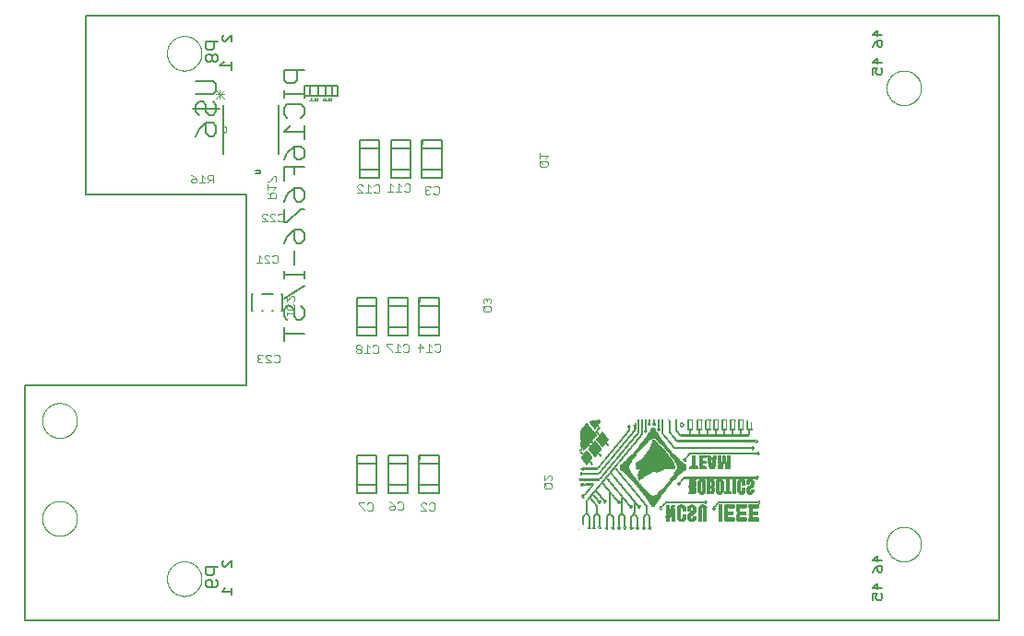
<source format=gbo>
G75*
%MOIN*%
%OFA0B0*%
%FSLAX25Y25*%
%IPPOS*%
%LPD*%
%AMOC8*
5,1,8,0,0,1.08239X$1,22.5*
%
%ADD10C,0.00500*%
%ADD11C,0.00000*%
%ADD12C,0.00800*%
%ADD13C,0.00600*%
%ADD14C,0.00200*%
%ADD15C,0.00300*%
%ADD16C,0.00100*%
%ADD17R,0.00600X0.00100*%
%ADD18R,0.00400X0.00100*%
%ADD19R,0.00500X0.00100*%
%ADD20R,0.00200X0.00100*%
%ADD21R,0.02200X0.00100*%
%ADD22R,0.02100X0.00100*%
%ADD23R,0.00300X0.00100*%
%ADD24R,0.00100X0.00100*%
%ADD25R,0.02400X0.00100*%
%ADD26R,0.02800X0.00100*%
%ADD27R,0.03200X0.00100*%
%ADD28R,0.03500X0.00100*%
%ADD29R,0.03700X0.00100*%
%ADD30R,0.04000X0.00100*%
%ADD31R,0.03800X0.00100*%
%ADD32R,0.03600X0.00100*%
%ADD33R,0.00700X0.00100*%
%ADD34R,0.00800X0.00100*%
%ADD35R,0.03400X0.00100*%
%ADD36R,0.00900X0.00100*%
%ADD37R,0.01000X0.00100*%
%ADD38R,0.01100X0.00100*%
%ADD39R,0.03000X0.00100*%
%ADD40R,0.02600X0.00100*%
%ADD41R,0.01300X0.00100*%
%ADD42R,0.01400X0.00100*%
%ADD43R,0.01600X0.00100*%
%ADD44R,0.01800X0.00100*%
%ADD45R,0.02000X0.00100*%
%ADD46R,0.02300X0.00100*%
%ADD47R,0.01200X0.00100*%
%ADD48R,0.02900X0.00100*%
%ADD49R,0.03100X0.00100*%
%ADD50R,0.03300X0.00100*%
%ADD51R,0.01700X0.00100*%
%ADD52R,0.01900X0.00100*%
%ADD53R,0.04200X0.00100*%
%ADD54R,0.04300X0.00100*%
%ADD55R,0.04500X0.00100*%
%ADD56R,0.04600X0.00100*%
%ADD57R,0.04800X0.00100*%
%ADD58R,0.02500X0.00100*%
%ADD59R,0.04900X0.00100*%
%ADD60R,0.02700X0.00100*%
%ADD61R,0.05000X0.00100*%
%ADD62R,0.05200X0.00100*%
%ADD63R,0.05600X0.00100*%
%ADD64R,0.05500X0.00100*%
%ADD65R,0.05700X0.00100*%
%ADD66R,0.05800X0.00100*%
%ADD67R,0.03900X0.00100*%
%ADD68R,0.05900X0.00100*%
%ADD69R,0.04100X0.00100*%
%ADD70R,0.25300X0.00100*%
%ADD71R,0.06000X0.00100*%
%ADD72R,0.25200X0.00100*%
%ADD73R,0.04400X0.00100*%
%ADD74R,0.25100X0.00100*%
%ADD75R,0.25000X0.00100*%
%ADD76R,0.04700X0.00100*%
%ADD77R,0.24900X0.00100*%
%ADD78R,0.05100X0.00100*%
%ADD79R,0.05400X0.00100*%
%ADD80R,0.05300X0.00100*%
%ADD81R,0.29600X0.00100*%
%ADD82R,0.29000X0.00100*%
%ADD83R,0.28800X0.00100*%
%ADD84R,0.01500X0.00100*%
%ADD85R,0.28600X0.00100*%
%ADD86R,0.28500X0.00100*%
%ADD87R,0.28400X0.00100*%
%ADD88R,0.28300X0.00100*%
%ADD89R,0.06100X0.00100*%
%ADD90R,0.06300X0.00100*%
%ADD91R,0.06400X0.00100*%
%ADD92R,0.06600X0.00100*%
%ADD93R,0.06800X0.00100*%
%ADD94R,0.07000X0.00100*%
%ADD95R,0.07200X0.00100*%
%ADD96R,0.07300X0.00100*%
%ADD97R,0.07400X0.00100*%
%ADD98R,0.24800X0.00100*%
%ADD99R,0.07600X0.00100*%
%ADD100R,0.07800X0.00100*%
%ADD101R,0.07900X0.00100*%
%ADD102R,0.08100X0.00100*%
%ADD103R,0.08200X0.00100*%
%ADD104R,0.08300X0.00100*%
%ADD105R,0.08500X0.00100*%
%ADD106R,0.08700X0.00100*%
%ADD107R,0.08800X0.00100*%
%ADD108R,0.09000X0.00100*%
%ADD109R,0.09100X0.00100*%
%ADD110R,0.09200X0.00100*%
%ADD111R,0.09400X0.00100*%
%ADD112R,0.09600X0.00100*%
%ADD113R,0.09800X0.00100*%
%ADD114R,0.09900X0.00100*%
%ADD115R,0.10100X0.00100*%
%ADD116R,0.10300X0.00100*%
%ADD117R,0.10400X0.00100*%
%ADD118R,0.10500X0.00100*%
%ADD119R,0.10700X0.00100*%
%ADD120R,0.11000X0.00100*%
%ADD121R,0.11100X0.00100*%
%ADD122R,0.11300X0.00100*%
%ADD123R,0.11400X0.00100*%
%ADD124R,0.11700X0.00100*%
%ADD125R,0.11900X0.00100*%
%ADD126R,0.12200X0.00100*%
%ADD127R,0.12600X0.00100*%
%ADD128R,0.12700X0.00100*%
%ADD129R,0.12900X0.00100*%
%ADD130R,0.13000X0.00100*%
%ADD131R,0.13200X0.00100*%
%ADD132R,0.13300X0.00100*%
%ADD133R,0.13500X0.00100*%
%ADD134R,0.13700X0.00100*%
%ADD135R,0.13900X0.00100*%
%ADD136R,0.14100X0.00100*%
%ADD137R,0.14200X0.00100*%
%ADD138R,0.14300X0.00100*%
%ADD139R,0.06200X0.00100*%
%ADD140R,0.12400X0.00100*%
%ADD141R,0.08400X0.00100*%
%ADD142R,0.08000X0.00100*%
%ADD143R,0.07700X0.00100*%
%ADD144R,0.07500X0.00100*%
%ADD145R,0.07100X0.00100*%
%ADD146R,0.06500X0.00100*%
%ADD147R,0.26700X0.00100*%
%ADD148R,0.26800X0.00100*%
%ADD149R,0.26900X0.00100*%
%ADD150R,0.15100X0.00100*%
%ADD151R,0.14600X0.00100*%
%ADD152R,0.14700X0.00100*%
%ADD153R,0.14900X0.00100*%
%ADD154R,0.14800X0.00100*%
D10*
X0026831Y0007667D02*
X0026831Y0092667D01*
X0106831Y0092667D01*
X0106831Y0161667D01*
X0048831Y0161667D01*
X0048831Y0226167D01*
X0378831Y0226167D01*
X0378831Y0007667D01*
X0026831Y0007667D01*
D11*
X0078081Y0022667D02*
X0078083Y0022825D01*
X0078089Y0022982D01*
X0078099Y0023140D01*
X0078113Y0023297D01*
X0078131Y0023453D01*
X0078152Y0023610D01*
X0078178Y0023765D01*
X0078208Y0023920D01*
X0078241Y0024074D01*
X0078279Y0024227D01*
X0078320Y0024380D01*
X0078365Y0024531D01*
X0078414Y0024681D01*
X0078467Y0024829D01*
X0078523Y0024977D01*
X0078584Y0025122D01*
X0078647Y0025267D01*
X0078715Y0025409D01*
X0078786Y0025550D01*
X0078860Y0025689D01*
X0078938Y0025826D01*
X0079020Y0025961D01*
X0079104Y0026094D01*
X0079193Y0026225D01*
X0079284Y0026353D01*
X0079379Y0026480D01*
X0079476Y0026603D01*
X0079577Y0026725D01*
X0079681Y0026843D01*
X0079788Y0026959D01*
X0079898Y0027072D01*
X0080010Y0027183D01*
X0080126Y0027290D01*
X0080244Y0027395D01*
X0080364Y0027497D01*
X0080487Y0027595D01*
X0080613Y0027691D01*
X0080741Y0027783D01*
X0080871Y0027872D01*
X0081003Y0027958D01*
X0081138Y0028040D01*
X0081275Y0028119D01*
X0081413Y0028194D01*
X0081553Y0028266D01*
X0081696Y0028334D01*
X0081839Y0028399D01*
X0081985Y0028460D01*
X0082132Y0028517D01*
X0082280Y0028571D01*
X0082430Y0028621D01*
X0082580Y0028667D01*
X0082732Y0028709D01*
X0082885Y0028748D01*
X0083039Y0028782D01*
X0083194Y0028813D01*
X0083349Y0028839D01*
X0083505Y0028862D01*
X0083662Y0028881D01*
X0083819Y0028896D01*
X0083976Y0028907D01*
X0084134Y0028914D01*
X0084292Y0028917D01*
X0084449Y0028916D01*
X0084607Y0028911D01*
X0084764Y0028902D01*
X0084922Y0028889D01*
X0085078Y0028872D01*
X0085235Y0028851D01*
X0085390Y0028827D01*
X0085545Y0028798D01*
X0085700Y0028765D01*
X0085853Y0028729D01*
X0086006Y0028688D01*
X0086157Y0028644D01*
X0086307Y0028596D01*
X0086456Y0028545D01*
X0086604Y0028489D01*
X0086750Y0028430D01*
X0086895Y0028367D01*
X0087038Y0028300D01*
X0087179Y0028230D01*
X0087318Y0028157D01*
X0087456Y0028080D01*
X0087592Y0027999D01*
X0087725Y0027915D01*
X0087856Y0027828D01*
X0087985Y0027737D01*
X0088112Y0027643D01*
X0088237Y0027546D01*
X0088358Y0027446D01*
X0088478Y0027343D01*
X0088594Y0027237D01*
X0088708Y0027128D01*
X0088820Y0027016D01*
X0088928Y0026902D01*
X0089033Y0026784D01*
X0089136Y0026664D01*
X0089235Y0026542D01*
X0089331Y0026417D01*
X0089424Y0026289D01*
X0089514Y0026160D01*
X0089600Y0026028D01*
X0089684Y0025894D01*
X0089763Y0025758D01*
X0089840Y0025620D01*
X0089912Y0025480D01*
X0089981Y0025338D01*
X0090047Y0025195D01*
X0090109Y0025050D01*
X0090167Y0024903D01*
X0090222Y0024755D01*
X0090273Y0024606D01*
X0090320Y0024455D01*
X0090363Y0024304D01*
X0090402Y0024151D01*
X0090438Y0023997D01*
X0090469Y0023843D01*
X0090497Y0023688D01*
X0090521Y0023532D01*
X0090541Y0023375D01*
X0090557Y0023218D01*
X0090569Y0023061D01*
X0090577Y0022904D01*
X0090581Y0022746D01*
X0090581Y0022588D01*
X0090577Y0022430D01*
X0090569Y0022273D01*
X0090557Y0022116D01*
X0090541Y0021959D01*
X0090521Y0021802D01*
X0090497Y0021646D01*
X0090469Y0021491D01*
X0090438Y0021337D01*
X0090402Y0021183D01*
X0090363Y0021030D01*
X0090320Y0020879D01*
X0090273Y0020728D01*
X0090222Y0020579D01*
X0090167Y0020431D01*
X0090109Y0020284D01*
X0090047Y0020139D01*
X0089981Y0019996D01*
X0089912Y0019854D01*
X0089840Y0019714D01*
X0089763Y0019576D01*
X0089684Y0019440D01*
X0089600Y0019306D01*
X0089514Y0019174D01*
X0089424Y0019045D01*
X0089331Y0018917D01*
X0089235Y0018792D01*
X0089136Y0018670D01*
X0089033Y0018550D01*
X0088928Y0018432D01*
X0088820Y0018318D01*
X0088708Y0018206D01*
X0088594Y0018097D01*
X0088478Y0017991D01*
X0088358Y0017888D01*
X0088237Y0017788D01*
X0088112Y0017691D01*
X0087985Y0017597D01*
X0087856Y0017506D01*
X0087725Y0017419D01*
X0087592Y0017335D01*
X0087456Y0017254D01*
X0087318Y0017177D01*
X0087179Y0017104D01*
X0087038Y0017034D01*
X0086895Y0016967D01*
X0086750Y0016904D01*
X0086604Y0016845D01*
X0086456Y0016789D01*
X0086307Y0016738D01*
X0086157Y0016690D01*
X0086006Y0016646D01*
X0085853Y0016605D01*
X0085700Y0016569D01*
X0085545Y0016536D01*
X0085390Y0016507D01*
X0085235Y0016483D01*
X0085078Y0016462D01*
X0084922Y0016445D01*
X0084764Y0016432D01*
X0084607Y0016423D01*
X0084449Y0016418D01*
X0084292Y0016417D01*
X0084134Y0016420D01*
X0083976Y0016427D01*
X0083819Y0016438D01*
X0083662Y0016453D01*
X0083505Y0016472D01*
X0083349Y0016495D01*
X0083194Y0016521D01*
X0083039Y0016552D01*
X0082885Y0016586D01*
X0082732Y0016625D01*
X0082580Y0016667D01*
X0082430Y0016713D01*
X0082280Y0016763D01*
X0082132Y0016817D01*
X0081985Y0016874D01*
X0081839Y0016935D01*
X0081696Y0017000D01*
X0081553Y0017068D01*
X0081413Y0017140D01*
X0081275Y0017215D01*
X0081138Y0017294D01*
X0081003Y0017376D01*
X0080871Y0017462D01*
X0080741Y0017551D01*
X0080613Y0017643D01*
X0080487Y0017739D01*
X0080364Y0017837D01*
X0080244Y0017939D01*
X0080126Y0018044D01*
X0080010Y0018151D01*
X0079898Y0018262D01*
X0079788Y0018375D01*
X0079681Y0018491D01*
X0079577Y0018609D01*
X0079476Y0018731D01*
X0079379Y0018854D01*
X0079284Y0018981D01*
X0079193Y0019109D01*
X0079104Y0019240D01*
X0079020Y0019373D01*
X0078938Y0019508D01*
X0078860Y0019645D01*
X0078786Y0019784D01*
X0078715Y0019925D01*
X0078647Y0020067D01*
X0078584Y0020212D01*
X0078523Y0020357D01*
X0078467Y0020505D01*
X0078414Y0020653D01*
X0078365Y0020803D01*
X0078320Y0020954D01*
X0078279Y0021107D01*
X0078241Y0021260D01*
X0078208Y0021414D01*
X0078178Y0021569D01*
X0078152Y0021724D01*
X0078131Y0021881D01*
X0078113Y0022037D01*
X0078099Y0022194D01*
X0078089Y0022352D01*
X0078083Y0022509D01*
X0078081Y0022667D01*
X0032996Y0044450D02*
X0032998Y0044608D01*
X0033004Y0044766D01*
X0033014Y0044924D01*
X0033028Y0045082D01*
X0033046Y0045239D01*
X0033067Y0045396D01*
X0033093Y0045552D01*
X0033123Y0045708D01*
X0033156Y0045863D01*
X0033194Y0046016D01*
X0033235Y0046169D01*
X0033280Y0046321D01*
X0033329Y0046472D01*
X0033382Y0046621D01*
X0033438Y0046769D01*
X0033498Y0046915D01*
X0033562Y0047060D01*
X0033630Y0047203D01*
X0033701Y0047345D01*
X0033775Y0047485D01*
X0033853Y0047622D01*
X0033935Y0047758D01*
X0034019Y0047892D01*
X0034108Y0048023D01*
X0034199Y0048152D01*
X0034294Y0048279D01*
X0034391Y0048404D01*
X0034492Y0048526D01*
X0034596Y0048645D01*
X0034703Y0048762D01*
X0034813Y0048876D01*
X0034926Y0048987D01*
X0035041Y0049096D01*
X0035159Y0049201D01*
X0035280Y0049303D01*
X0035403Y0049403D01*
X0035529Y0049499D01*
X0035657Y0049592D01*
X0035787Y0049682D01*
X0035920Y0049768D01*
X0036055Y0049852D01*
X0036191Y0049931D01*
X0036330Y0050008D01*
X0036471Y0050080D01*
X0036613Y0050150D01*
X0036757Y0050215D01*
X0036903Y0050277D01*
X0037050Y0050335D01*
X0037199Y0050390D01*
X0037349Y0050441D01*
X0037500Y0050488D01*
X0037652Y0050531D01*
X0037805Y0050570D01*
X0037960Y0050606D01*
X0038115Y0050637D01*
X0038271Y0050665D01*
X0038427Y0050689D01*
X0038584Y0050709D01*
X0038742Y0050725D01*
X0038899Y0050737D01*
X0039058Y0050745D01*
X0039216Y0050749D01*
X0039374Y0050749D01*
X0039532Y0050745D01*
X0039691Y0050737D01*
X0039848Y0050725D01*
X0040006Y0050709D01*
X0040163Y0050689D01*
X0040319Y0050665D01*
X0040475Y0050637D01*
X0040630Y0050606D01*
X0040785Y0050570D01*
X0040938Y0050531D01*
X0041090Y0050488D01*
X0041241Y0050441D01*
X0041391Y0050390D01*
X0041540Y0050335D01*
X0041687Y0050277D01*
X0041833Y0050215D01*
X0041977Y0050150D01*
X0042119Y0050080D01*
X0042260Y0050008D01*
X0042399Y0049931D01*
X0042535Y0049852D01*
X0042670Y0049768D01*
X0042803Y0049682D01*
X0042933Y0049592D01*
X0043061Y0049499D01*
X0043187Y0049403D01*
X0043310Y0049303D01*
X0043431Y0049201D01*
X0043549Y0049096D01*
X0043664Y0048987D01*
X0043777Y0048876D01*
X0043887Y0048762D01*
X0043994Y0048645D01*
X0044098Y0048526D01*
X0044199Y0048404D01*
X0044296Y0048279D01*
X0044391Y0048152D01*
X0044482Y0048023D01*
X0044571Y0047892D01*
X0044655Y0047758D01*
X0044737Y0047622D01*
X0044815Y0047485D01*
X0044889Y0047345D01*
X0044960Y0047203D01*
X0045028Y0047060D01*
X0045092Y0046915D01*
X0045152Y0046769D01*
X0045208Y0046621D01*
X0045261Y0046472D01*
X0045310Y0046321D01*
X0045355Y0046169D01*
X0045396Y0046016D01*
X0045434Y0045863D01*
X0045467Y0045708D01*
X0045497Y0045552D01*
X0045523Y0045396D01*
X0045544Y0045239D01*
X0045562Y0045082D01*
X0045576Y0044924D01*
X0045586Y0044766D01*
X0045592Y0044608D01*
X0045594Y0044450D01*
X0045592Y0044292D01*
X0045586Y0044134D01*
X0045576Y0043976D01*
X0045562Y0043818D01*
X0045544Y0043661D01*
X0045523Y0043504D01*
X0045497Y0043348D01*
X0045467Y0043192D01*
X0045434Y0043037D01*
X0045396Y0042884D01*
X0045355Y0042731D01*
X0045310Y0042579D01*
X0045261Y0042428D01*
X0045208Y0042279D01*
X0045152Y0042131D01*
X0045092Y0041985D01*
X0045028Y0041840D01*
X0044960Y0041697D01*
X0044889Y0041555D01*
X0044815Y0041415D01*
X0044737Y0041278D01*
X0044655Y0041142D01*
X0044571Y0041008D01*
X0044482Y0040877D01*
X0044391Y0040748D01*
X0044296Y0040621D01*
X0044199Y0040496D01*
X0044098Y0040374D01*
X0043994Y0040255D01*
X0043887Y0040138D01*
X0043777Y0040024D01*
X0043664Y0039913D01*
X0043549Y0039804D01*
X0043431Y0039699D01*
X0043310Y0039597D01*
X0043187Y0039497D01*
X0043061Y0039401D01*
X0042933Y0039308D01*
X0042803Y0039218D01*
X0042670Y0039132D01*
X0042535Y0039048D01*
X0042399Y0038969D01*
X0042260Y0038892D01*
X0042119Y0038820D01*
X0041977Y0038750D01*
X0041833Y0038685D01*
X0041687Y0038623D01*
X0041540Y0038565D01*
X0041391Y0038510D01*
X0041241Y0038459D01*
X0041090Y0038412D01*
X0040938Y0038369D01*
X0040785Y0038330D01*
X0040630Y0038294D01*
X0040475Y0038263D01*
X0040319Y0038235D01*
X0040163Y0038211D01*
X0040006Y0038191D01*
X0039848Y0038175D01*
X0039691Y0038163D01*
X0039532Y0038155D01*
X0039374Y0038151D01*
X0039216Y0038151D01*
X0039058Y0038155D01*
X0038899Y0038163D01*
X0038742Y0038175D01*
X0038584Y0038191D01*
X0038427Y0038211D01*
X0038271Y0038235D01*
X0038115Y0038263D01*
X0037960Y0038294D01*
X0037805Y0038330D01*
X0037652Y0038369D01*
X0037500Y0038412D01*
X0037349Y0038459D01*
X0037199Y0038510D01*
X0037050Y0038565D01*
X0036903Y0038623D01*
X0036757Y0038685D01*
X0036613Y0038750D01*
X0036471Y0038820D01*
X0036330Y0038892D01*
X0036191Y0038969D01*
X0036055Y0039048D01*
X0035920Y0039132D01*
X0035787Y0039218D01*
X0035657Y0039308D01*
X0035529Y0039401D01*
X0035403Y0039497D01*
X0035280Y0039597D01*
X0035159Y0039699D01*
X0035041Y0039804D01*
X0034926Y0039913D01*
X0034813Y0040024D01*
X0034703Y0040138D01*
X0034596Y0040255D01*
X0034492Y0040374D01*
X0034391Y0040496D01*
X0034294Y0040621D01*
X0034199Y0040748D01*
X0034108Y0040877D01*
X0034019Y0041008D01*
X0033935Y0041142D01*
X0033853Y0041278D01*
X0033775Y0041415D01*
X0033701Y0041555D01*
X0033630Y0041697D01*
X0033562Y0041840D01*
X0033498Y0041985D01*
X0033438Y0042131D01*
X0033382Y0042279D01*
X0033329Y0042428D01*
X0033280Y0042579D01*
X0033235Y0042731D01*
X0033194Y0042884D01*
X0033156Y0043037D01*
X0033123Y0043192D01*
X0033093Y0043348D01*
X0033067Y0043504D01*
X0033046Y0043661D01*
X0033028Y0043818D01*
X0033014Y0043976D01*
X0033004Y0044134D01*
X0032998Y0044292D01*
X0032996Y0044450D01*
X0032996Y0079883D02*
X0032998Y0080041D01*
X0033004Y0080199D01*
X0033014Y0080357D01*
X0033028Y0080515D01*
X0033046Y0080672D01*
X0033067Y0080829D01*
X0033093Y0080985D01*
X0033123Y0081141D01*
X0033156Y0081296D01*
X0033194Y0081449D01*
X0033235Y0081602D01*
X0033280Y0081754D01*
X0033329Y0081905D01*
X0033382Y0082054D01*
X0033438Y0082202D01*
X0033498Y0082348D01*
X0033562Y0082493D01*
X0033630Y0082636D01*
X0033701Y0082778D01*
X0033775Y0082918D01*
X0033853Y0083055D01*
X0033935Y0083191D01*
X0034019Y0083325D01*
X0034108Y0083456D01*
X0034199Y0083585D01*
X0034294Y0083712D01*
X0034391Y0083837D01*
X0034492Y0083959D01*
X0034596Y0084078D01*
X0034703Y0084195D01*
X0034813Y0084309D01*
X0034926Y0084420D01*
X0035041Y0084529D01*
X0035159Y0084634D01*
X0035280Y0084736D01*
X0035403Y0084836D01*
X0035529Y0084932D01*
X0035657Y0085025D01*
X0035787Y0085115D01*
X0035920Y0085201D01*
X0036055Y0085285D01*
X0036191Y0085364D01*
X0036330Y0085441D01*
X0036471Y0085513D01*
X0036613Y0085583D01*
X0036757Y0085648D01*
X0036903Y0085710D01*
X0037050Y0085768D01*
X0037199Y0085823D01*
X0037349Y0085874D01*
X0037500Y0085921D01*
X0037652Y0085964D01*
X0037805Y0086003D01*
X0037960Y0086039D01*
X0038115Y0086070D01*
X0038271Y0086098D01*
X0038427Y0086122D01*
X0038584Y0086142D01*
X0038742Y0086158D01*
X0038899Y0086170D01*
X0039058Y0086178D01*
X0039216Y0086182D01*
X0039374Y0086182D01*
X0039532Y0086178D01*
X0039691Y0086170D01*
X0039848Y0086158D01*
X0040006Y0086142D01*
X0040163Y0086122D01*
X0040319Y0086098D01*
X0040475Y0086070D01*
X0040630Y0086039D01*
X0040785Y0086003D01*
X0040938Y0085964D01*
X0041090Y0085921D01*
X0041241Y0085874D01*
X0041391Y0085823D01*
X0041540Y0085768D01*
X0041687Y0085710D01*
X0041833Y0085648D01*
X0041977Y0085583D01*
X0042119Y0085513D01*
X0042260Y0085441D01*
X0042399Y0085364D01*
X0042535Y0085285D01*
X0042670Y0085201D01*
X0042803Y0085115D01*
X0042933Y0085025D01*
X0043061Y0084932D01*
X0043187Y0084836D01*
X0043310Y0084736D01*
X0043431Y0084634D01*
X0043549Y0084529D01*
X0043664Y0084420D01*
X0043777Y0084309D01*
X0043887Y0084195D01*
X0043994Y0084078D01*
X0044098Y0083959D01*
X0044199Y0083837D01*
X0044296Y0083712D01*
X0044391Y0083585D01*
X0044482Y0083456D01*
X0044571Y0083325D01*
X0044655Y0083191D01*
X0044737Y0083055D01*
X0044815Y0082918D01*
X0044889Y0082778D01*
X0044960Y0082636D01*
X0045028Y0082493D01*
X0045092Y0082348D01*
X0045152Y0082202D01*
X0045208Y0082054D01*
X0045261Y0081905D01*
X0045310Y0081754D01*
X0045355Y0081602D01*
X0045396Y0081449D01*
X0045434Y0081296D01*
X0045467Y0081141D01*
X0045497Y0080985D01*
X0045523Y0080829D01*
X0045544Y0080672D01*
X0045562Y0080515D01*
X0045576Y0080357D01*
X0045586Y0080199D01*
X0045592Y0080041D01*
X0045594Y0079883D01*
X0045592Y0079725D01*
X0045586Y0079567D01*
X0045576Y0079409D01*
X0045562Y0079251D01*
X0045544Y0079094D01*
X0045523Y0078937D01*
X0045497Y0078781D01*
X0045467Y0078625D01*
X0045434Y0078470D01*
X0045396Y0078317D01*
X0045355Y0078164D01*
X0045310Y0078012D01*
X0045261Y0077861D01*
X0045208Y0077712D01*
X0045152Y0077564D01*
X0045092Y0077418D01*
X0045028Y0077273D01*
X0044960Y0077130D01*
X0044889Y0076988D01*
X0044815Y0076848D01*
X0044737Y0076711D01*
X0044655Y0076575D01*
X0044571Y0076441D01*
X0044482Y0076310D01*
X0044391Y0076181D01*
X0044296Y0076054D01*
X0044199Y0075929D01*
X0044098Y0075807D01*
X0043994Y0075688D01*
X0043887Y0075571D01*
X0043777Y0075457D01*
X0043664Y0075346D01*
X0043549Y0075237D01*
X0043431Y0075132D01*
X0043310Y0075030D01*
X0043187Y0074930D01*
X0043061Y0074834D01*
X0042933Y0074741D01*
X0042803Y0074651D01*
X0042670Y0074565D01*
X0042535Y0074481D01*
X0042399Y0074402D01*
X0042260Y0074325D01*
X0042119Y0074253D01*
X0041977Y0074183D01*
X0041833Y0074118D01*
X0041687Y0074056D01*
X0041540Y0073998D01*
X0041391Y0073943D01*
X0041241Y0073892D01*
X0041090Y0073845D01*
X0040938Y0073802D01*
X0040785Y0073763D01*
X0040630Y0073727D01*
X0040475Y0073696D01*
X0040319Y0073668D01*
X0040163Y0073644D01*
X0040006Y0073624D01*
X0039848Y0073608D01*
X0039691Y0073596D01*
X0039532Y0073588D01*
X0039374Y0073584D01*
X0039216Y0073584D01*
X0039058Y0073588D01*
X0038899Y0073596D01*
X0038742Y0073608D01*
X0038584Y0073624D01*
X0038427Y0073644D01*
X0038271Y0073668D01*
X0038115Y0073696D01*
X0037960Y0073727D01*
X0037805Y0073763D01*
X0037652Y0073802D01*
X0037500Y0073845D01*
X0037349Y0073892D01*
X0037199Y0073943D01*
X0037050Y0073998D01*
X0036903Y0074056D01*
X0036757Y0074118D01*
X0036613Y0074183D01*
X0036471Y0074253D01*
X0036330Y0074325D01*
X0036191Y0074402D01*
X0036055Y0074481D01*
X0035920Y0074565D01*
X0035787Y0074651D01*
X0035657Y0074741D01*
X0035529Y0074834D01*
X0035403Y0074930D01*
X0035280Y0075030D01*
X0035159Y0075132D01*
X0035041Y0075237D01*
X0034926Y0075346D01*
X0034813Y0075457D01*
X0034703Y0075571D01*
X0034596Y0075688D01*
X0034492Y0075807D01*
X0034391Y0075929D01*
X0034294Y0076054D01*
X0034199Y0076181D01*
X0034108Y0076310D01*
X0034019Y0076441D01*
X0033935Y0076575D01*
X0033853Y0076711D01*
X0033775Y0076848D01*
X0033701Y0076988D01*
X0033630Y0077130D01*
X0033562Y0077273D01*
X0033498Y0077418D01*
X0033438Y0077564D01*
X0033382Y0077712D01*
X0033329Y0077861D01*
X0033280Y0078012D01*
X0033235Y0078164D01*
X0033194Y0078317D01*
X0033156Y0078470D01*
X0033123Y0078625D01*
X0033093Y0078781D01*
X0033067Y0078937D01*
X0033046Y0079094D01*
X0033028Y0079251D01*
X0033014Y0079409D01*
X0033004Y0079567D01*
X0032998Y0079725D01*
X0032996Y0079883D01*
X0098331Y0183967D02*
X0098400Y0183969D01*
X0098468Y0183975D01*
X0098536Y0183985D01*
X0098603Y0183998D01*
X0098669Y0184016D01*
X0098734Y0184037D01*
X0098798Y0184062D01*
X0098860Y0184090D01*
X0098921Y0184122D01*
X0098980Y0184157D01*
X0099036Y0184196D01*
X0099091Y0184238D01*
X0099142Y0184283D01*
X0099192Y0184331D01*
X0099238Y0184381D01*
X0099281Y0184434D01*
X0099322Y0184490D01*
X0099359Y0184547D01*
X0099392Y0184607D01*
X0099423Y0184669D01*
X0099449Y0184732D01*
X0099472Y0184796D01*
X0099492Y0184862D01*
X0099507Y0184929D01*
X0099519Y0184996D01*
X0099527Y0185064D01*
X0099531Y0185133D01*
X0099531Y0185201D01*
X0099527Y0185270D01*
X0099519Y0185338D01*
X0099507Y0185405D01*
X0099492Y0185472D01*
X0099472Y0185538D01*
X0099449Y0185602D01*
X0099423Y0185665D01*
X0099392Y0185727D01*
X0099359Y0185787D01*
X0099322Y0185844D01*
X0099281Y0185900D01*
X0099238Y0185953D01*
X0099192Y0186003D01*
X0099142Y0186051D01*
X0099091Y0186096D01*
X0099036Y0186138D01*
X0098980Y0186177D01*
X0098921Y0186212D01*
X0098860Y0186244D01*
X0098798Y0186272D01*
X0098734Y0186297D01*
X0098669Y0186318D01*
X0098603Y0186336D01*
X0098536Y0186349D01*
X0098468Y0186359D01*
X0098400Y0186365D01*
X0098331Y0186367D01*
X0078081Y0212667D02*
X0078083Y0212825D01*
X0078089Y0212982D01*
X0078099Y0213140D01*
X0078113Y0213297D01*
X0078131Y0213453D01*
X0078152Y0213610D01*
X0078178Y0213765D01*
X0078208Y0213920D01*
X0078241Y0214074D01*
X0078279Y0214227D01*
X0078320Y0214380D01*
X0078365Y0214531D01*
X0078414Y0214681D01*
X0078467Y0214829D01*
X0078523Y0214977D01*
X0078584Y0215122D01*
X0078647Y0215267D01*
X0078715Y0215409D01*
X0078786Y0215550D01*
X0078860Y0215689D01*
X0078938Y0215826D01*
X0079020Y0215961D01*
X0079104Y0216094D01*
X0079193Y0216225D01*
X0079284Y0216353D01*
X0079379Y0216480D01*
X0079476Y0216603D01*
X0079577Y0216725D01*
X0079681Y0216843D01*
X0079788Y0216959D01*
X0079898Y0217072D01*
X0080010Y0217183D01*
X0080126Y0217290D01*
X0080244Y0217395D01*
X0080364Y0217497D01*
X0080487Y0217595D01*
X0080613Y0217691D01*
X0080741Y0217783D01*
X0080871Y0217872D01*
X0081003Y0217958D01*
X0081138Y0218040D01*
X0081275Y0218119D01*
X0081413Y0218194D01*
X0081553Y0218266D01*
X0081696Y0218334D01*
X0081839Y0218399D01*
X0081985Y0218460D01*
X0082132Y0218517D01*
X0082280Y0218571D01*
X0082430Y0218621D01*
X0082580Y0218667D01*
X0082732Y0218709D01*
X0082885Y0218748D01*
X0083039Y0218782D01*
X0083194Y0218813D01*
X0083349Y0218839D01*
X0083505Y0218862D01*
X0083662Y0218881D01*
X0083819Y0218896D01*
X0083976Y0218907D01*
X0084134Y0218914D01*
X0084292Y0218917D01*
X0084449Y0218916D01*
X0084607Y0218911D01*
X0084764Y0218902D01*
X0084922Y0218889D01*
X0085078Y0218872D01*
X0085235Y0218851D01*
X0085390Y0218827D01*
X0085545Y0218798D01*
X0085700Y0218765D01*
X0085853Y0218729D01*
X0086006Y0218688D01*
X0086157Y0218644D01*
X0086307Y0218596D01*
X0086456Y0218545D01*
X0086604Y0218489D01*
X0086750Y0218430D01*
X0086895Y0218367D01*
X0087038Y0218300D01*
X0087179Y0218230D01*
X0087318Y0218157D01*
X0087456Y0218080D01*
X0087592Y0217999D01*
X0087725Y0217915D01*
X0087856Y0217828D01*
X0087985Y0217737D01*
X0088112Y0217643D01*
X0088237Y0217546D01*
X0088358Y0217446D01*
X0088478Y0217343D01*
X0088594Y0217237D01*
X0088708Y0217128D01*
X0088820Y0217016D01*
X0088928Y0216902D01*
X0089033Y0216784D01*
X0089136Y0216664D01*
X0089235Y0216542D01*
X0089331Y0216417D01*
X0089424Y0216289D01*
X0089514Y0216160D01*
X0089600Y0216028D01*
X0089684Y0215894D01*
X0089763Y0215758D01*
X0089840Y0215620D01*
X0089912Y0215480D01*
X0089981Y0215338D01*
X0090047Y0215195D01*
X0090109Y0215050D01*
X0090167Y0214903D01*
X0090222Y0214755D01*
X0090273Y0214606D01*
X0090320Y0214455D01*
X0090363Y0214304D01*
X0090402Y0214151D01*
X0090438Y0213997D01*
X0090469Y0213843D01*
X0090497Y0213688D01*
X0090521Y0213532D01*
X0090541Y0213375D01*
X0090557Y0213218D01*
X0090569Y0213061D01*
X0090577Y0212904D01*
X0090581Y0212746D01*
X0090581Y0212588D01*
X0090577Y0212430D01*
X0090569Y0212273D01*
X0090557Y0212116D01*
X0090541Y0211959D01*
X0090521Y0211802D01*
X0090497Y0211646D01*
X0090469Y0211491D01*
X0090438Y0211337D01*
X0090402Y0211183D01*
X0090363Y0211030D01*
X0090320Y0210879D01*
X0090273Y0210728D01*
X0090222Y0210579D01*
X0090167Y0210431D01*
X0090109Y0210284D01*
X0090047Y0210139D01*
X0089981Y0209996D01*
X0089912Y0209854D01*
X0089840Y0209714D01*
X0089763Y0209576D01*
X0089684Y0209440D01*
X0089600Y0209306D01*
X0089514Y0209174D01*
X0089424Y0209045D01*
X0089331Y0208917D01*
X0089235Y0208792D01*
X0089136Y0208670D01*
X0089033Y0208550D01*
X0088928Y0208432D01*
X0088820Y0208318D01*
X0088708Y0208206D01*
X0088594Y0208097D01*
X0088478Y0207991D01*
X0088358Y0207888D01*
X0088237Y0207788D01*
X0088112Y0207691D01*
X0087985Y0207597D01*
X0087856Y0207506D01*
X0087725Y0207419D01*
X0087592Y0207335D01*
X0087456Y0207254D01*
X0087318Y0207177D01*
X0087179Y0207104D01*
X0087038Y0207034D01*
X0086895Y0206967D01*
X0086750Y0206904D01*
X0086604Y0206845D01*
X0086456Y0206789D01*
X0086307Y0206738D01*
X0086157Y0206690D01*
X0086006Y0206646D01*
X0085853Y0206605D01*
X0085700Y0206569D01*
X0085545Y0206536D01*
X0085390Y0206507D01*
X0085235Y0206483D01*
X0085078Y0206462D01*
X0084922Y0206445D01*
X0084764Y0206432D01*
X0084607Y0206423D01*
X0084449Y0206418D01*
X0084292Y0206417D01*
X0084134Y0206420D01*
X0083976Y0206427D01*
X0083819Y0206438D01*
X0083662Y0206453D01*
X0083505Y0206472D01*
X0083349Y0206495D01*
X0083194Y0206521D01*
X0083039Y0206552D01*
X0082885Y0206586D01*
X0082732Y0206625D01*
X0082580Y0206667D01*
X0082430Y0206713D01*
X0082280Y0206763D01*
X0082132Y0206817D01*
X0081985Y0206874D01*
X0081839Y0206935D01*
X0081696Y0207000D01*
X0081553Y0207068D01*
X0081413Y0207140D01*
X0081275Y0207215D01*
X0081138Y0207294D01*
X0081003Y0207376D01*
X0080871Y0207462D01*
X0080741Y0207551D01*
X0080613Y0207643D01*
X0080487Y0207739D01*
X0080364Y0207837D01*
X0080244Y0207939D01*
X0080126Y0208044D01*
X0080010Y0208151D01*
X0079898Y0208262D01*
X0079788Y0208375D01*
X0079681Y0208491D01*
X0079577Y0208609D01*
X0079476Y0208731D01*
X0079379Y0208854D01*
X0079284Y0208981D01*
X0079193Y0209109D01*
X0079104Y0209240D01*
X0079020Y0209373D01*
X0078938Y0209508D01*
X0078860Y0209645D01*
X0078786Y0209784D01*
X0078715Y0209925D01*
X0078647Y0210067D01*
X0078584Y0210212D01*
X0078523Y0210357D01*
X0078467Y0210505D01*
X0078414Y0210653D01*
X0078365Y0210803D01*
X0078320Y0210954D01*
X0078279Y0211107D01*
X0078241Y0211260D01*
X0078208Y0211414D01*
X0078178Y0211569D01*
X0078152Y0211724D01*
X0078131Y0211881D01*
X0078113Y0212037D01*
X0078099Y0212194D01*
X0078089Y0212352D01*
X0078083Y0212509D01*
X0078081Y0212667D01*
X0338081Y0200167D02*
X0338083Y0200325D01*
X0338089Y0200482D01*
X0338099Y0200640D01*
X0338113Y0200797D01*
X0338131Y0200953D01*
X0338152Y0201110D01*
X0338178Y0201265D01*
X0338208Y0201420D01*
X0338241Y0201574D01*
X0338279Y0201727D01*
X0338320Y0201880D01*
X0338365Y0202031D01*
X0338414Y0202181D01*
X0338467Y0202329D01*
X0338523Y0202477D01*
X0338584Y0202622D01*
X0338647Y0202767D01*
X0338715Y0202909D01*
X0338786Y0203050D01*
X0338860Y0203189D01*
X0338938Y0203326D01*
X0339020Y0203461D01*
X0339104Y0203594D01*
X0339193Y0203725D01*
X0339284Y0203853D01*
X0339379Y0203980D01*
X0339476Y0204103D01*
X0339577Y0204225D01*
X0339681Y0204343D01*
X0339788Y0204459D01*
X0339898Y0204572D01*
X0340010Y0204683D01*
X0340126Y0204790D01*
X0340244Y0204895D01*
X0340364Y0204997D01*
X0340487Y0205095D01*
X0340613Y0205191D01*
X0340741Y0205283D01*
X0340871Y0205372D01*
X0341003Y0205458D01*
X0341138Y0205540D01*
X0341275Y0205619D01*
X0341413Y0205694D01*
X0341553Y0205766D01*
X0341696Y0205834D01*
X0341839Y0205899D01*
X0341985Y0205960D01*
X0342132Y0206017D01*
X0342280Y0206071D01*
X0342430Y0206121D01*
X0342580Y0206167D01*
X0342732Y0206209D01*
X0342885Y0206248D01*
X0343039Y0206282D01*
X0343194Y0206313D01*
X0343349Y0206339D01*
X0343505Y0206362D01*
X0343662Y0206381D01*
X0343819Y0206396D01*
X0343976Y0206407D01*
X0344134Y0206414D01*
X0344292Y0206417D01*
X0344449Y0206416D01*
X0344607Y0206411D01*
X0344764Y0206402D01*
X0344922Y0206389D01*
X0345078Y0206372D01*
X0345235Y0206351D01*
X0345390Y0206327D01*
X0345545Y0206298D01*
X0345700Y0206265D01*
X0345853Y0206229D01*
X0346006Y0206188D01*
X0346157Y0206144D01*
X0346307Y0206096D01*
X0346456Y0206045D01*
X0346604Y0205989D01*
X0346750Y0205930D01*
X0346895Y0205867D01*
X0347038Y0205800D01*
X0347179Y0205730D01*
X0347318Y0205657D01*
X0347456Y0205580D01*
X0347592Y0205499D01*
X0347725Y0205415D01*
X0347856Y0205328D01*
X0347985Y0205237D01*
X0348112Y0205143D01*
X0348237Y0205046D01*
X0348358Y0204946D01*
X0348478Y0204843D01*
X0348594Y0204737D01*
X0348708Y0204628D01*
X0348820Y0204516D01*
X0348928Y0204402D01*
X0349033Y0204284D01*
X0349136Y0204164D01*
X0349235Y0204042D01*
X0349331Y0203917D01*
X0349424Y0203789D01*
X0349514Y0203660D01*
X0349600Y0203528D01*
X0349684Y0203394D01*
X0349763Y0203258D01*
X0349840Y0203120D01*
X0349912Y0202980D01*
X0349981Y0202838D01*
X0350047Y0202695D01*
X0350109Y0202550D01*
X0350167Y0202403D01*
X0350222Y0202255D01*
X0350273Y0202106D01*
X0350320Y0201955D01*
X0350363Y0201804D01*
X0350402Y0201651D01*
X0350438Y0201497D01*
X0350469Y0201343D01*
X0350497Y0201188D01*
X0350521Y0201032D01*
X0350541Y0200875D01*
X0350557Y0200718D01*
X0350569Y0200561D01*
X0350577Y0200404D01*
X0350581Y0200246D01*
X0350581Y0200088D01*
X0350577Y0199930D01*
X0350569Y0199773D01*
X0350557Y0199616D01*
X0350541Y0199459D01*
X0350521Y0199302D01*
X0350497Y0199146D01*
X0350469Y0198991D01*
X0350438Y0198837D01*
X0350402Y0198683D01*
X0350363Y0198530D01*
X0350320Y0198379D01*
X0350273Y0198228D01*
X0350222Y0198079D01*
X0350167Y0197931D01*
X0350109Y0197784D01*
X0350047Y0197639D01*
X0349981Y0197496D01*
X0349912Y0197354D01*
X0349840Y0197214D01*
X0349763Y0197076D01*
X0349684Y0196940D01*
X0349600Y0196806D01*
X0349514Y0196674D01*
X0349424Y0196545D01*
X0349331Y0196417D01*
X0349235Y0196292D01*
X0349136Y0196170D01*
X0349033Y0196050D01*
X0348928Y0195932D01*
X0348820Y0195818D01*
X0348708Y0195706D01*
X0348594Y0195597D01*
X0348478Y0195491D01*
X0348358Y0195388D01*
X0348237Y0195288D01*
X0348112Y0195191D01*
X0347985Y0195097D01*
X0347856Y0195006D01*
X0347725Y0194919D01*
X0347592Y0194835D01*
X0347456Y0194754D01*
X0347318Y0194677D01*
X0347179Y0194604D01*
X0347038Y0194534D01*
X0346895Y0194467D01*
X0346750Y0194404D01*
X0346604Y0194345D01*
X0346456Y0194289D01*
X0346307Y0194238D01*
X0346157Y0194190D01*
X0346006Y0194146D01*
X0345853Y0194105D01*
X0345700Y0194069D01*
X0345545Y0194036D01*
X0345390Y0194007D01*
X0345235Y0193983D01*
X0345078Y0193962D01*
X0344922Y0193945D01*
X0344764Y0193932D01*
X0344607Y0193923D01*
X0344449Y0193918D01*
X0344292Y0193917D01*
X0344134Y0193920D01*
X0343976Y0193927D01*
X0343819Y0193938D01*
X0343662Y0193953D01*
X0343505Y0193972D01*
X0343349Y0193995D01*
X0343194Y0194021D01*
X0343039Y0194052D01*
X0342885Y0194086D01*
X0342732Y0194125D01*
X0342580Y0194167D01*
X0342430Y0194213D01*
X0342280Y0194263D01*
X0342132Y0194317D01*
X0341985Y0194374D01*
X0341839Y0194435D01*
X0341696Y0194500D01*
X0341553Y0194568D01*
X0341413Y0194640D01*
X0341275Y0194715D01*
X0341138Y0194794D01*
X0341003Y0194876D01*
X0340871Y0194962D01*
X0340741Y0195051D01*
X0340613Y0195143D01*
X0340487Y0195239D01*
X0340364Y0195337D01*
X0340244Y0195439D01*
X0340126Y0195544D01*
X0340010Y0195651D01*
X0339898Y0195762D01*
X0339788Y0195875D01*
X0339681Y0195991D01*
X0339577Y0196109D01*
X0339476Y0196231D01*
X0339379Y0196354D01*
X0339284Y0196481D01*
X0339193Y0196609D01*
X0339104Y0196740D01*
X0339020Y0196873D01*
X0338938Y0197008D01*
X0338860Y0197145D01*
X0338786Y0197284D01*
X0338715Y0197425D01*
X0338647Y0197567D01*
X0338584Y0197712D01*
X0338523Y0197857D01*
X0338467Y0198005D01*
X0338414Y0198153D01*
X0338365Y0198303D01*
X0338320Y0198454D01*
X0338279Y0198607D01*
X0338241Y0198760D01*
X0338208Y0198914D01*
X0338178Y0199069D01*
X0338152Y0199224D01*
X0338131Y0199381D01*
X0338113Y0199537D01*
X0338099Y0199694D01*
X0338089Y0199852D01*
X0338083Y0200009D01*
X0338081Y0200167D01*
X0338081Y0035167D02*
X0338083Y0035325D01*
X0338089Y0035482D01*
X0338099Y0035640D01*
X0338113Y0035797D01*
X0338131Y0035953D01*
X0338152Y0036110D01*
X0338178Y0036265D01*
X0338208Y0036420D01*
X0338241Y0036574D01*
X0338279Y0036727D01*
X0338320Y0036880D01*
X0338365Y0037031D01*
X0338414Y0037181D01*
X0338467Y0037329D01*
X0338523Y0037477D01*
X0338584Y0037622D01*
X0338647Y0037767D01*
X0338715Y0037909D01*
X0338786Y0038050D01*
X0338860Y0038189D01*
X0338938Y0038326D01*
X0339020Y0038461D01*
X0339104Y0038594D01*
X0339193Y0038725D01*
X0339284Y0038853D01*
X0339379Y0038980D01*
X0339476Y0039103D01*
X0339577Y0039225D01*
X0339681Y0039343D01*
X0339788Y0039459D01*
X0339898Y0039572D01*
X0340010Y0039683D01*
X0340126Y0039790D01*
X0340244Y0039895D01*
X0340364Y0039997D01*
X0340487Y0040095D01*
X0340613Y0040191D01*
X0340741Y0040283D01*
X0340871Y0040372D01*
X0341003Y0040458D01*
X0341138Y0040540D01*
X0341275Y0040619D01*
X0341413Y0040694D01*
X0341553Y0040766D01*
X0341696Y0040834D01*
X0341839Y0040899D01*
X0341985Y0040960D01*
X0342132Y0041017D01*
X0342280Y0041071D01*
X0342430Y0041121D01*
X0342580Y0041167D01*
X0342732Y0041209D01*
X0342885Y0041248D01*
X0343039Y0041282D01*
X0343194Y0041313D01*
X0343349Y0041339D01*
X0343505Y0041362D01*
X0343662Y0041381D01*
X0343819Y0041396D01*
X0343976Y0041407D01*
X0344134Y0041414D01*
X0344292Y0041417D01*
X0344449Y0041416D01*
X0344607Y0041411D01*
X0344764Y0041402D01*
X0344922Y0041389D01*
X0345078Y0041372D01*
X0345235Y0041351D01*
X0345390Y0041327D01*
X0345545Y0041298D01*
X0345700Y0041265D01*
X0345853Y0041229D01*
X0346006Y0041188D01*
X0346157Y0041144D01*
X0346307Y0041096D01*
X0346456Y0041045D01*
X0346604Y0040989D01*
X0346750Y0040930D01*
X0346895Y0040867D01*
X0347038Y0040800D01*
X0347179Y0040730D01*
X0347318Y0040657D01*
X0347456Y0040580D01*
X0347592Y0040499D01*
X0347725Y0040415D01*
X0347856Y0040328D01*
X0347985Y0040237D01*
X0348112Y0040143D01*
X0348237Y0040046D01*
X0348358Y0039946D01*
X0348478Y0039843D01*
X0348594Y0039737D01*
X0348708Y0039628D01*
X0348820Y0039516D01*
X0348928Y0039402D01*
X0349033Y0039284D01*
X0349136Y0039164D01*
X0349235Y0039042D01*
X0349331Y0038917D01*
X0349424Y0038789D01*
X0349514Y0038660D01*
X0349600Y0038528D01*
X0349684Y0038394D01*
X0349763Y0038258D01*
X0349840Y0038120D01*
X0349912Y0037980D01*
X0349981Y0037838D01*
X0350047Y0037695D01*
X0350109Y0037550D01*
X0350167Y0037403D01*
X0350222Y0037255D01*
X0350273Y0037106D01*
X0350320Y0036955D01*
X0350363Y0036804D01*
X0350402Y0036651D01*
X0350438Y0036497D01*
X0350469Y0036343D01*
X0350497Y0036188D01*
X0350521Y0036032D01*
X0350541Y0035875D01*
X0350557Y0035718D01*
X0350569Y0035561D01*
X0350577Y0035404D01*
X0350581Y0035246D01*
X0350581Y0035088D01*
X0350577Y0034930D01*
X0350569Y0034773D01*
X0350557Y0034616D01*
X0350541Y0034459D01*
X0350521Y0034302D01*
X0350497Y0034146D01*
X0350469Y0033991D01*
X0350438Y0033837D01*
X0350402Y0033683D01*
X0350363Y0033530D01*
X0350320Y0033379D01*
X0350273Y0033228D01*
X0350222Y0033079D01*
X0350167Y0032931D01*
X0350109Y0032784D01*
X0350047Y0032639D01*
X0349981Y0032496D01*
X0349912Y0032354D01*
X0349840Y0032214D01*
X0349763Y0032076D01*
X0349684Y0031940D01*
X0349600Y0031806D01*
X0349514Y0031674D01*
X0349424Y0031545D01*
X0349331Y0031417D01*
X0349235Y0031292D01*
X0349136Y0031170D01*
X0349033Y0031050D01*
X0348928Y0030932D01*
X0348820Y0030818D01*
X0348708Y0030706D01*
X0348594Y0030597D01*
X0348478Y0030491D01*
X0348358Y0030388D01*
X0348237Y0030288D01*
X0348112Y0030191D01*
X0347985Y0030097D01*
X0347856Y0030006D01*
X0347725Y0029919D01*
X0347592Y0029835D01*
X0347456Y0029754D01*
X0347318Y0029677D01*
X0347179Y0029604D01*
X0347038Y0029534D01*
X0346895Y0029467D01*
X0346750Y0029404D01*
X0346604Y0029345D01*
X0346456Y0029289D01*
X0346307Y0029238D01*
X0346157Y0029190D01*
X0346006Y0029146D01*
X0345853Y0029105D01*
X0345700Y0029069D01*
X0345545Y0029036D01*
X0345390Y0029007D01*
X0345235Y0028983D01*
X0345078Y0028962D01*
X0344922Y0028945D01*
X0344764Y0028932D01*
X0344607Y0028923D01*
X0344449Y0028918D01*
X0344292Y0028917D01*
X0344134Y0028920D01*
X0343976Y0028927D01*
X0343819Y0028938D01*
X0343662Y0028953D01*
X0343505Y0028972D01*
X0343349Y0028995D01*
X0343194Y0029021D01*
X0343039Y0029052D01*
X0342885Y0029086D01*
X0342732Y0029125D01*
X0342580Y0029167D01*
X0342430Y0029213D01*
X0342280Y0029263D01*
X0342132Y0029317D01*
X0341985Y0029374D01*
X0341839Y0029435D01*
X0341696Y0029500D01*
X0341553Y0029568D01*
X0341413Y0029640D01*
X0341275Y0029715D01*
X0341138Y0029794D01*
X0341003Y0029876D01*
X0340871Y0029962D01*
X0340741Y0030051D01*
X0340613Y0030143D01*
X0340487Y0030239D01*
X0340364Y0030337D01*
X0340244Y0030439D01*
X0340126Y0030544D01*
X0340010Y0030651D01*
X0339898Y0030762D01*
X0339788Y0030875D01*
X0339681Y0030991D01*
X0339577Y0031109D01*
X0339476Y0031231D01*
X0339379Y0031354D01*
X0339284Y0031481D01*
X0339193Y0031609D01*
X0339104Y0031740D01*
X0339020Y0031873D01*
X0338938Y0032008D01*
X0338860Y0032145D01*
X0338786Y0032284D01*
X0338715Y0032425D01*
X0338647Y0032567D01*
X0338584Y0032712D01*
X0338523Y0032857D01*
X0338467Y0033005D01*
X0338414Y0033153D01*
X0338365Y0033303D01*
X0338320Y0033454D01*
X0338279Y0033607D01*
X0338241Y0033760D01*
X0338208Y0033914D01*
X0338178Y0034069D01*
X0338152Y0034224D01*
X0338131Y0034381D01*
X0338113Y0034537D01*
X0338099Y0034694D01*
X0338089Y0034852D01*
X0338083Y0035009D01*
X0338081Y0035167D01*
D12*
X0127731Y0111176D02*
X0120324Y0111176D01*
X0120324Y0113645D02*
X0120324Y0108707D01*
X0121559Y0116257D02*
X0120324Y0117492D01*
X0120324Y0119961D01*
X0121559Y0121195D01*
X0122793Y0121195D01*
X0124028Y0119961D01*
X0124028Y0117492D01*
X0125262Y0116257D01*
X0126496Y0116257D01*
X0127731Y0117492D01*
X0127731Y0119961D01*
X0126496Y0121195D01*
X0120324Y0123808D02*
X0127731Y0128745D01*
X0127731Y0131310D02*
X0127731Y0133779D01*
X0127731Y0132545D02*
X0120324Y0132545D01*
X0120324Y0133779D02*
X0120324Y0131310D01*
X0124028Y0136392D02*
X0124028Y0141329D01*
X0125262Y0143942D02*
X0124028Y0145177D01*
X0124028Y0148880D01*
X0126496Y0148880D01*
X0127731Y0147646D01*
X0127731Y0145177D01*
X0126496Y0143942D01*
X0125262Y0143942D01*
X0121559Y0146411D02*
X0124028Y0148880D01*
X0121559Y0146411D02*
X0120324Y0143942D01*
X0120324Y0151493D02*
X0121559Y0151493D01*
X0126496Y0156430D01*
X0127731Y0156430D01*
X0126496Y0159043D02*
X0125262Y0159043D01*
X0124028Y0160278D01*
X0124028Y0163981D01*
X0126496Y0163981D01*
X0127731Y0162746D01*
X0127731Y0160278D01*
X0126496Y0159043D01*
X0121559Y0161512D02*
X0124028Y0163981D01*
X0121559Y0161512D02*
X0120324Y0159043D01*
X0120324Y0156430D02*
X0120324Y0151493D01*
X0120324Y0166594D02*
X0120324Y0171531D01*
X0127731Y0171531D01*
X0126496Y0174144D02*
X0125262Y0174144D01*
X0124028Y0175379D01*
X0124028Y0179082D01*
X0126496Y0179082D01*
X0127731Y0177847D01*
X0127731Y0175379D01*
X0126496Y0174144D01*
X0124028Y0171531D02*
X0124028Y0169062D01*
X0120324Y0174144D02*
X0121559Y0176613D01*
X0124028Y0179082D01*
X0127731Y0181695D02*
X0127731Y0186632D01*
X0127731Y0184163D02*
X0120324Y0184163D01*
X0122793Y0186632D01*
X0121559Y0189245D02*
X0120324Y0190479D01*
X0120324Y0192948D01*
X0121559Y0194183D01*
X0126496Y0194183D01*
X0127731Y0192948D01*
X0127731Y0190479D01*
X0126496Y0189245D01*
X0127731Y0196747D02*
X0127731Y0199216D01*
X0127731Y0197982D02*
X0120324Y0197982D01*
X0120324Y0199216D02*
X0120324Y0196747D01*
X0121559Y0201829D02*
X0124028Y0201829D01*
X0125262Y0203063D01*
X0125262Y0206767D01*
X0127731Y0206767D02*
X0120324Y0206767D01*
X0120324Y0203063D01*
X0121559Y0201829D01*
X0101431Y0206766D02*
X0101431Y0209569D01*
X0101431Y0208167D02*
X0097227Y0208167D01*
X0098628Y0209569D01*
X0096431Y0210165D02*
X0096431Y0211566D01*
X0095730Y0212267D01*
X0095030Y0212267D01*
X0094329Y0211566D01*
X0094329Y0210165D01*
X0095030Y0209464D01*
X0095730Y0209464D01*
X0096431Y0210165D01*
X0094329Y0210165D02*
X0093628Y0209464D01*
X0092928Y0209464D01*
X0092227Y0210165D01*
X0092227Y0211566D01*
X0092928Y0212267D01*
X0093628Y0212267D01*
X0094329Y0211566D01*
X0094329Y0214068D02*
X0095030Y0214769D01*
X0095030Y0216871D01*
X0096431Y0216871D02*
X0092227Y0216871D01*
X0092227Y0214769D01*
X0092928Y0214068D01*
X0094329Y0214068D01*
X0094696Y0202767D02*
X0088524Y0202767D01*
X0094696Y0202767D02*
X0095931Y0201532D01*
X0095931Y0199063D01*
X0094696Y0197829D01*
X0088524Y0197829D01*
X0089759Y0195216D02*
X0088524Y0193982D01*
X0088524Y0191513D01*
X0089759Y0190279D01*
X0092228Y0191513D02*
X0092228Y0193982D01*
X0090993Y0195216D01*
X0089759Y0195216D01*
X0087290Y0192747D02*
X0097165Y0192747D01*
X0095931Y0191513D02*
X0094696Y0190279D01*
X0093462Y0190279D01*
X0092228Y0191513D01*
X0095931Y0191513D02*
X0095931Y0193982D01*
X0094696Y0195216D01*
X0094696Y0187666D02*
X0095931Y0186431D01*
X0095931Y0183963D01*
X0094696Y0182728D01*
X0093462Y0182728D01*
X0092228Y0183963D01*
X0092228Y0187666D01*
X0094696Y0187666D01*
X0092228Y0187666D02*
X0089759Y0185197D01*
X0088524Y0182728D01*
X0092227Y0026871D02*
X0092227Y0024769D01*
X0092928Y0024068D01*
X0094329Y0024068D01*
X0095030Y0024769D01*
X0095030Y0026871D01*
X0096431Y0026871D02*
X0092227Y0026871D01*
X0092928Y0022267D02*
X0093628Y0022267D01*
X0094329Y0021566D01*
X0094329Y0019464D01*
X0095730Y0019464D02*
X0092928Y0019464D01*
X0092227Y0020165D01*
X0092227Y0021566D01*
X0092928Y0022267D01*
X0095730Y0022267D02*
X0096431Y0021566D01*
X0096431Y0020165D01*
X0095730Y0019464D01*
D13*
X0098128Y0018074D02*
X0099262Y0019208D01*
X0098128Y0018074D02*
X0101531Y0018074D01*
X0101531Y0019208D02*
X0101531Y0016940D01*
X0101531Y0026940D02*
X0101531Y0029208D01*
X0099262Y0026940D01*
X0098695Y0026940D01*
X0098128Y0027507D01*
X0098128Y0028641D01*
X0098695Y0029208D01*
X0146731Y0053717D02*
X0146731Y0056717D01*
X0146731Y0067117D01*
X0146831Y0067117D01*
X0153931Y0067117D01*
X0153931Y0064117D01*
X0153931Y0056717D01*
X0153931Y0053717D01*
X0146731Y0053717D01*
X0146731Y0056717D02*
X0153931Y0056717D01*
X0153931Y0058017D02*
X0153931Y0062817D01*
X0153931Y0064117D02*
X0146731Y0064117D01*
X0146831Y0067117D01*
X0146731Y0062817D02*
X0146731Y0058017D01*
X0157981Y0058017D02*
X0157981Y0062817D01*
X0157981Y0064117D02*
X0158081Y0067117D01*
X0157981Y0067117D01*
X0157981Y0056717D01*
X0157981Y0053717D01*
X0165181Y0053717D01*
X0165181Y0056717D01*
X0165181Y0064117D01*
X0165181Y0067117D01*
X0158081Y0067117D01*
X0157981Y0064117D02*
X0165181Y0064117D01*
X0165181Y0062817D02*
X0165181Y0058017D01*
X0165181Y0056717D02*
X0157981Y0056717D01*
X0169231Y0056717D02*
X0169231Y0053717D01*
X0176431Y0053717D01*
X0176431Y0056717D01*
X0176431Y0064117D01*
X0176431Y0067117D01*
X0169331Y0067117D01*
X0169231Y0067117D01*
X0169231Y0056717D01*
X0176431Y0056717D01*
X0176431Y0058017D02*
X0176431Y0062817D01*
X0176431Y0064117D02*
X0169231Y0064117D01*
X0169331Y0067117D01*
X0169231Y0062817D02*
X0169231Y0058017D01*
X0169231Y0110717D02*
X0176431Y0110717D01*
X0176431Y0113717D01*
X0176431Y0121117D01*
X0176431Y0124117D01*
X0169331Y0124117D01*
X0169231Y0124117D01*
X0169231Y0113717D01*
X0169231Y0110717D01*
X0169231Y0113717D02*
X0176431Y0113717D01*
X0176431Y0115017D02*
X0176431Y0119817D01*
X0176431Y0121117D02*
X0169231Y0121117D01*
X0169331Y0124117D01*
X0165181Y0124117D02*
X0165181Y0121117D01*
X0165181Y0113717D01*
X0165181Y0110717D01*
X0157981Y0110717D01*
X0157981Y0113717D01*
X0157981Y0124117D01*
X0158081Y0124117D01*
X0165181Y0124117D01*
X0165181Y0121117D02*
X0157981Y0121117D01*
X0158081Y0124117D01*
X0153931Y0124117D02*
X0153931Y0121117D01*
X0153931Y0113717D01*
X0153931Y0110717D01*
X0146731Y0110717D01*
X0146731Y0113717D01*
X0146731Y0124117D01*
X0146831Y0124117D01*
X0153931Y0124117D01*
X0153931Y0121117D02*
X0146731Y0121117D01*
X0146831Y0124117D01*
X0146731Y0119817D02*
X0146731Y0115017D01*
X0146731Y0113717D02*
X0153931Y0113717D01*
X0153931Y0115017D02*
X0153931Y0119817D01*
X0157981Y0119817D02*
X0157981Y0115017D01*
X0157981Y0113717D02*
X0165181Y0113717D01*
X0165181Y0115017D02*
X0165181Y0119817D01*
X0169231Y0119817D02*
X0169231Y0115017D01*
X0119929Y0119576D02*
X0119559Y0119576D01*
X0119929Y0119576D02*
X0119929Y0125757D01*
X0119559Y0125757D01*
X0116386Y0125757D02*
X0112276Y0125757D01*
X0109102Y0125757D02*
X0108732Y0125757D01*
X0108732Y0119576D01*
X0109102Y0119576D01*
X0112276Y0119576D02*
X0112646Y0119576D01*
X0116016Y0119576D02*
X0116386Y0119576D01*
X0111631Y0169167D02*
X0111631Y0170167D01*
X0110131Y0170167D01*
X0110131Y0169167D02*
X0111631Y0169167D01*
X0118331Y0176267D02*
X0118331Y0194067D01*
X0127931Y0197267D02*
X0127931Y0201067D01*
X0129931Y0201067D01*
X0132731Y0201067D01*
X0135343Y0201067D01*
X0137731Y0201067D01*
X0139731Y0201067D01*
X0139731Y0197267D01*
X0137731Y0197267D01*
X0135343Y0197267D01*
X0135343Y0201067D01*
X0137731Y0201067D02*
X0137731Y0197267D01*
X0135343Y0197267D02*
X0132731Y0197267D01*
X0129931Y0197267D01*
X0127931Y0197267D01*
X0129931Y0197267D02*
X0129931Y0201067D01*
X0132731Y0201067D02*
X0132731Y0197267D01*
X0147731Y0181117D02*
X0147831Y0181117D01*
X0154931Y0181117D01*
X0154931Y0178117D01*
X0154931Y0170717D01*
X0154931Y0167717D01*
X0147731Y0167717D01*
X0147731Y0170717D01*
X0147731Y0181117D01*
X0147831Y0181117D02*
X0147731Y0178117D01*
X0154931Y0178117D01*
X0154931Y0176817D02*
X0154931Y0172017D01*
X0154931Y0170717D02*
X0147731Y0170717D01*
X0147731Y0172017D02*
X0147731Y0176817D01*
X0158981Y0176817D02*
X0158981Y0172017D01*
X0158981Y0170717D02*
X0158981Y0181117D01*
X0159081Y0181117D01*
X0166181Y0181117D01*
X0166181Y0178117D01*
X0166181Y0170717D01*
X0166181Y0167717D01*
X0158981Y0167717D01*
X0158981Y0170717D01*
X0166181Y0170717D01*
X0166181Y0172017D02*
X0166181Y0176817D01*
X0166181Y0178117D02*
X0158981Y0178117D01*
X0159081Y0181117D01*
X0170231Y0181117D02*
X0170331Y0181117D01*
X0177431Y0181117D01*
X0177431Y0178117D01*
X0177431Y0170717D01*
X0177431Y0167717D01*
X0170231Y0167717D01*
X0170231Y0170717D01*
X0170231Y0181117D01*
X0170331Y0181117D02*
X0170231Y0178117D01*
X0177431Y0178117D01*
X0177431Y0176817D02*
X0177431Y0172017D01*
X0177431Y0170717D02*
X0170231Y0170717D01*
X0170231Y0172017D02*
X0170231Y0176817D01*
X0101531Y0216940D02*
X0101531Y0219208D01*
X0099262Y0216940D01*
X0098695Y0216940D01*
X0098128Y0217507D01*
X0098128Y0218641D01*
X0098695Y0219208D01*
X0098331Y0194067D02*
X0098331Y0186367D01*
X0098331Y0183967D01*
X0098331Y0176267D01*
X0333128Y0205098D02*
X0333128Y0207367D01*
X0334829Y0207367D01*
X0334262Y0206232D01*
X0334262Y0205665D01*
X0334829Y0205098D01*
X0335964Y0205098D01*
X0336531Y0205665D01*
X0336531Y0206800D01*
X0335964Y0207367D01*
X0334829Y0208781D02*
X0334829Y0211050D01*
X0333128Y0209348D01*
X0336531Y0209348D01*
X0335964Y0215098D02*
X0335396Y0215098D01*
X0334829Y0215665D01*
X0334829Y0217367D01*
X0335964Y0217367D01*
X0336531Y0216800D01*
X0336531Y0215665D01*
X0335964Y0215098D01*
X0333695Y0216232D02*
X0334829Y0217367D01*
X0334829Y0218781D02*
X0334829Y0221050D01*
X0333128Y0219348D01*
X0336531Y0219348D01*
X0333695Y0216232D02*
X0333128Y0215098D01*
X0334829Y0031050D02*
X0334829Y0028781D01*
X0334829Y0027367D02*
X0334829Y0025665D01*
X0335396Y0025098D01*
X0335964Y0025098D01*
X0336531Y0025665D01*
X0336531Y0026800D01*
X0335964Y0027367D01*
X0334829Y0027367D01*
X0333695Y0026232D01*
X0333128Y0025098D01*
X0333128Y0029348D02*
X0334829Y0031050D01*
X0336531Y0029348D02*
X0333128Y0029348D01*
X0334829Y0021050D02*
X0334829Y0018781D01*
X0334829Y0017367D02*
X0334262Y0016232D01*
X0334262Y0015665D01*
X0334829Y0015098D01*
X0335964Y0015098D01*
X0336531Y0015665D01*
X0336531Y0016800D01*
X0335964Y0017367D01*
X0334829Y0017367D02*
X0333128Y0017367D01*
X0333128Y0015098D01*
X0333128Y0019348D02*
X0334829Y0021050D01*
X0336531Y0019348D02*
X0333128Y0019348D01*
D14*
X0174781Y0047767D02*
X0174280Y0047267D01*
X0173279Y0047267D01*
X0172779Y0047767D01*
X0171834Y0047267D02*
X0169832Y0049268D01*
X0169832Y0049769D01*
X0170333Y0050269D01*
X0171334Y0050269D01*
X0171834Y0049769D01*
X0172779Y0049769D02*
X0173279Y0050269D01*
X0174280Y0050269D01*
X0174781Y0049769D01*
X0174781Y0047767D01*
X0171834Y0047267D02*
X0169832Y0047267D01*
X0163281Y0048017D02*
X0163281Y0050019D01*
X0162780Y0050519D01*
X0161779Y0050519D01*
X0161279Y0050019D01*
X0160334Y0049018D02*
X0159333Y0050019D01*
X0158332Y0050519D01*
X0158833Y0049018D02*
X0160334Y0049018D01*
X0160334Y0048017D01*
X0159834Y0047517D01*
X0158833Y0047517D01*
X0158332Y0048017D01*
X0158332Y0048518D01*
X0158833Y0049018D01*
X0161279Y0048017D02*
X0161779Y0047517D01*
X0162780Y0047517D01*
X0163281Y0048017D01*
X0152281Y0047767D02*
X0151780Y0047267D01*
X0150779Y0047267D01*
X0150279Y0047767D01*
X0149334Y0047767D02*
X0149334Y0047267D01*
X0149334Y0047767D02*
X0147332Y0049769D01*
X0147332Y0050269D01*
X0149334Y0050269D01*
X0150279Y0049769D02*
X0150779Y0050269D01*
X0151780Y0050269D01*
X0152281Y0049769D01*
X0152281Y0047767D01*
X0152779Y0104267D02*
X0152279Y0104767D01*
X0152779Y0104267D02*
X0153780Y0104267D01*
X0154281Y0104767D01*
X0154281Y0106769D01*
X0153780Y0107269D01*
X0152779Y0107269D01*
X0152279Y0106769D01*
X0151334Y0106268D02*
X0150333Y0107269D01*
X0150333Y0104267D01*
X0151334Y0104267D02*
X0149332Y0104267D01*
X0148388Y0104767D02*
X0148388Y0105268D01*
X0147887Y0105768D01*
X0146886Y0105768D01*
X0146386Y0105268D01*
X0146386Y0104767D01*
X0146886Y0104267D01*
X0147887Y0104267D01*
X0148388Y0104767D01*
X0147887Y0105768D02*
X0148388Y0106268D01*
X0148388Y0106769D01*
X0147887Y0107269D01*
X0146886Y0107269D01*
X0146386Y0106769D01*
X0146386Y0106268D01*
X0146886Y0105768D01*
X0157386Y0107019D02*
X0159388Y0105017D01*
X0159388Y0104517D01*
X0160332Y0104517D02*
X0162334Y0104517D01*
X0161333Y0104517D02*
X0161333Y0107519D01*
X0162334Y0106518D01*
X0163279Y0107019D02*
X0163779Y0107519D01*
X0164780Y0107519D01*
X0165281Y0107019D01*
X0165281Y0105017D01*
X0164780Y0104517D01*
X0163779Y0104517D01*
X0163279Y0105017D01*
X0159388Y0107519D02*
X0157386Y0107519D01*
X0157386Y0107019D01*
X0168886Y0106268D02*
X0170888Y0106268D01*
X0169386Y0107769D01*
X0169386Y0104767D01*
X0171832Y0104767D02*
X0173834Y0104767D01*
X0172833Y0104767D02*
X0172833Y0107769D01*
X0173834Y0106768D01*
X0174779Y0107269D02*
X0175279Y0107769D01*
X0176280Y0107769D01*
X0176781Y0107269D01*
X0176781Y0105267D01*
X0176280Y0104767D01*
X0175279Y0104767D01*
X0174779Y0105267D01*
X0174779Y0161767D02*
X0174279Y0162267D01*
X0174779Y0161767D02*
X0175780Y0161767D01*
X0176281Y0162267D01*
X0176281Y0164269D01*
X0175780Y0164769D01*
X0174779Y0164769D01*
X0174279Y0164269D01*
X0173334Y0164269D02*
X0172834Y0164769D01*
X0171833Y0164769D01*
X0171332Y0164269D01*
X0171332Y0163768D01*
X0171833Y0163268D01*
X0171332Y0162768D01*
X0171332Y0162267D01*
X0171833Y0161767D01*
X0172834Y0161767D01*
X0173334Y0162267D01*
X0172333Y0163268D02*
X0171833Y0163268D01*
X0165781Y0163017D02*
X0165781Y0165019D01*
X0165280Y0165519D01*
X0164279Y0165519D01*
X0163779Y0165019D01*
X0162834Y0164518D02*
X0161833Y0165519D01*
X0161833Y0162517D01*
X0162834Y0162517D02*
X0160832Y0162517D01*
X0159888Y0162517D02*
X0157886Y0162517D01*
X0158887Y0162517D02*
X0158887Y0165519D01*
X0159888Y0164518D01*
X0163779Y0163017D02*
X0164279Y0162517D01*
X0165280Y0162517D01*
X0165781Y0163017D01*
X0154781Y0162767D02*
X0154280Y0162267D01*
X0153279Y0162267D01*
X0152779Y0162767D01*
X0151834Y0162267D02*
X0149832Y0162267D01*
X0148888Y0162267D02*
X0146886Y0164268D01*
X0146886Y0164769D01*
X0147386Y0165269D01*
X0148387Y0165269D01*
X0148888Y0164769D01*
X0150833Y0165269D02*
X0151834Y0164268D01*
X0152779Y0164769D02*
X0153279Y0165269D01*
X0154280Y0165269D01*
X0154781Y0164769D01*
X0154781Y0162767D01*
X0150833Y0162267D02*
X0150833Y0165269D01*
X0148888Y0162267D02*
X0146886Y0162267D01*
D15*
X0120181Y0154235D02*
X0120181Y0152300D01*
X0119697Y0151817D01*
X0118729Y0151817D01*
X0118246Y0152300D01*
X0117234Y0151817D02*
X0115299Y0153752D01*
X0115299Y0154235D01*
X0115783Y0154719D01*
X0116750Y0154719D01*
X0117234Y0154235D01*
X0118246Y0154235D02*
X0118729Y0154719D01*
X0119697Y0154719D01*
X0120181Y0154235D01*
X0117234Y0151817D02*
X0115299Y0151817D01*
X0114288Y0151817D02*
X0112353Y0153752D01*
X0112353Y0154235D01*
X0112836Y0154719D01*
X0113804Y0154719D01*
X0114288Y0154235D01*
X0114288Y0151817D02*
X0112353Y0151817D01*
X0114481Y0160317D02*
X0117383Y0160317D01*
X0117383Y0161768D01*
X0116899Y0162252D01*
X0115932Y0162252D01*
X0115448Y0161768D01*
X0115448Y0160317D01*
X0115448Y0161284D02*
X0114481Y0162252D01*
X0114481Y0163263D02*
X0114481Y0165198D01*
X0114481Y0164231D02*
X0117383Y0164231D01*
X0116416Y0163263D01*
X0117383Y0166210D02*
X0117383Y0168145D01*
X0116899Y0168145D01*
X0114964Y0166210D01*
X0114481Y0166210D01*
X0094681Y0165817D02*
X0094681Y0168719D01*
X0093229Y0168719D01*
X0092746Y0168235D01*
X0092746Y0167268D01*
X0093229Y0166784D01*
X0094681Y0166784D01*
X0093713Y0166784D02*
X0092746Y0165817D01*
X0091734Y0165817D02*
X0089799Y0165817D01*
X0090767Y0165817D02*
X0090767Y0168719D01*
X0091734Y0167752D01*
X0088788Y0167268D02*
X0088788Y0166300D01*
X0088304Y0165817D01*
X0087336Y0165817D01*
X0086853Y0166300D01*
X0086853Y0166784D01*
X0087336Y0167268D01*
X0088788Y0167268D01*
X0087820Y0168235D01*
X0086853Y0168719D01*
X0095661Y0196281D02*
X0098797Y0199417D01*
X0097229Y0199417D02*
X0097229Y0196281D01*
X0098797Y0196281D02*
X0095661Y0199417D01*
X0095661Y0197849D02*
X0098797Y0197849D01*
X0111320Y0139719D02*
X0111320Y0136817D01*
X0110353Y0136817D02*
X0112288Y0136817D01*
X0113299Y0136817D02*
X0115234Y0136817D01*
X0113299Y0138752D01*
X0113299Y0139235D01*
X0113783Y0139719D01*
X0114750Y0139719D01*
X0115234Y0139235D01*
X0116246Y0139235D02*
X0116729Y0139719D01*
X0117697Y0139719D01*
X0118181Y0139235D01*
X0118181Y0137300D01*
X0117697Y0136817D01*
X0116729Y0136817D01*
X0116246Y0137300D01*
X0112288Y0138752D02*
X0111320Y0139719D01*
X0121281Y0124805D02*
X0121281Y0122870D01*
X0123216Y0124805D01*
X0123699Y0124805D01*
X0124183Y0124321D01*
X0124183Y0123354D01*
X0123699Y0122870D01*
X0123699Y0121859D02*
X0124183Y0121375D01*
X0124183Y0120407D01*
X0123699Y0119924D01*
X0121764Y0119924D01*
X0121281Y0120407D01*
X0121281Y0121375D01*
X0121764Y0121859D01*
X0121281Y0118927D02*
X0121281Y0117959D01*
X0121281Y0118443D02*
X0124183Y0118443D01*
X0124183Y0117959D02*
X0124183Y0118927D01*
X0118197Y0103719D02*
X0118681Y0103235D01*
X0118681Y0101300D01*
X0118197Y0100817D01*
X0117229Y0100817D01*
X0116746Y0101300D01*
X0115734Y0100817D02*
X0113799Y0102752D01*
X0113799Y0103235D01*
X0114283Y0103719D01*
X0115250Y0103719D01*
X0115734Y0103235D01*
X0116746Y0103235D02*
X0117229Y0103719D01*
X0118197Y0103719D01*
X0112788Y0103235D02*
X0112304Y0103719D01*
X0111336Y0103719D01*
X0110853Y0103235D01*
X0110853Y0102752D01*
X0111336Y0102268D01*
X0110853Y0101784D01*
X0110853Y0101300D01*
X0111336Y0100817D01*
X0112304Y0100817D01*
X0112788Y0101300D01*
X0113799Y0100817D02*
X0115734Y0100817D01*
X0111820Y0102268D02*
X0111336Y0102268D01*
X0192281Y0119657D02*
X0192764Y0119174D01*
X0194699Y0119174D01*
X0195183Y0119657D01*
X0195183Y0120625D01*
X0194699Y0121109D01*
X0192764Y0121109D01*
X0192281Y0120625D01*
X0192281Y0119657D01*
X0193248Y0120141D02*
X0192281Y0121109D01*
X0192764Y0122120D02*
X0192281Y0122604D01*
X0192281Y0123571D01*
X0192764Y0124055D01*
X0193248Y0124055D01*
X0193732Y0123571D01*
X0193732Y0123088D01*
X0193732Y0123571D02*
X0194216Y0124055D01*
X0194699Y0124055D01*
X0195183Y0123571D01*
X0195183Y0122604D01*
X0194699Y0122120D01*
X0213264Y0171674D02*
X0212781Y0172157D01*
X0212781Y0173125D01*
X0213264Y0173609D01*
X0215199Y0173609D01*
X0215683Y0173125D01*
X0215683Y0172157D01*
X0215199Y0171674D01*
X0213264Y0171674D01*
X0213748Y0172641D02*
X0212781Y0173609D01*
X0212781Y0174620D02*
X0212781Y0176555D01*
X0212781Y0175588D02*
X0215683Y0175588D01*
X0214716Y0174620D01*
X0214281Y0060055D02*
X0214281Y0058120D01*
X0216216Y0060055D01*
X0216699Y0060055D01*
X0217183Y0059571D01*
X0217183Y0058604D01*
X0216699Y0058120D01*
X0216699Y0057109D02*
X0214764Y0057109D01*
X0214281Y0056625D01*
X0214281Y0055657D01*
X0214764Y0055174D01*
X0216699Y0055174D01*
X0217183Y0055657D01*
X0217183Y0056625D01*
X0216699Y0057109D01*
X0215248Y0056141D02*
X0214281Y0057109D01*
D16*
X0137347Y0195467D02*
X0137531Y0195650D01*
X0137347Y0195467D02*
X0136980Y0195467D01*
X0136797Y0195650D01*
X0136797Y0195834D01*
X0136980Y0196017D01*
X0137347Y0196017D01*
X0137531Y0196201D01*
X0137531Y0196384D01*
X0137347Y0196568D01*
X0136980Y0196568D01*
X0136797Y0196384D01*
X0136426Y0196568D02*
X0136426Y0195467D01*
X0135692Y0195467D01*
X0135321Y0195650D02*
X0134587Y0196384D01*
X0134587Y0195650D01*
X0134770Y0195467D01*
X0135137Y0195467D01*
X0135321Y0195650D01*
X0135321Y0196384D01*
X0135137Y0196568D01*
X0134770Y0196568D01*
X0134587Y0196384D01*
X0132531Y0196384D02*
X0132531Y0196201D01*
X0132347Y0196017D01*
X0131980Y0196017D01*
X0131797Y0195834D01*
X0131797Y0195650D01*
X0131980Y0195467D01*
X0132347Y0195467D01*
X0132531Y0195650D01*
X0132531Y0196384D02*
X0132347Y0196568D01*
X0131980Y0196568D01*
X0131797Y0196384D01*
X0131426Y0196568D02*
X0131426Y0195467D01*
X0130692Y0195467D01*
X0130321Y0195467D02*
X0129587Y0195467D01*
X0129954Y0195467D02*
X0129954Y0196568D01*
X0130321Y0196201D01*
D17*
X0229881Y0078367D03*
X0232681Y0076967D03*
X0234181Y0079867D03*
X0235481Y0075267D03*
X0232781Y0072067D03*
X0229881Y0068567D03*
X0228981Y0069267D03*
X0232781Y0066767D03*
X0235381Y0064367D03*
X0235481Y0064467D03*
X0235881Y0064967D03*
X0236281Y0065467D03*
X0236381Y0065567D03*
X0236781Y0066067D03*
X0236881Y0066167D03*
X0237281Y0066667D03*
X0237381Y0066767D03*
X0237681Y0067167D03*
X0237781Y0067267D03*
X0238281Y0067867D03*
X0238681Y0068367D03*
X0238781Y0068467D03*
X0239181Y0068967D03*
X0239281Y0069067D03*
X0239681Y0069567D03*
X0239781Y0069667D03*
X0240181Y0070167D03*
X0240281Y0070267D03*
X0240681Y0070767D03*
X0241081Y0071267D03*
X0241181Y0071367D03*
X0241681Y0071967D03*
X0242081Y0072467D03*
X0242181Y0072567D03*
X0242581Y0073067D03*
X0242681Y0073167D03*
X0243081Y0073667D03*
X0243181Y0073767D03*
X0243481Y0074167D03*
X0243581Y0074267D03*
X0243681Y0074367D03*
X0244081Y0074867D03*
X0244481Y0075367D03*
X0244581Y0075467D03*
X0244681Y0075567D03*
X0244981Y0075967D03*
X0245081Y0076067D03*
X0246081Y0074867D03*
X0245981Y0074767D03*
X0245581Y0074267D03*
X0245081Y0073667D03*
X0244581Y0073067D03*
X0244481Y0072967D03*
X0244181Y0072567D03*
X0244081Y0072467D03*
X0243681Y0071967D03*
X0243581Y0071867D03*
X0243181Y0071367D03*
X0242681Y0070767D03*
X0242581Y0070667D03*
X0242181Y0070167D03*
X0241681Y0069567D03*
X0241281Y0069067D03*
X0241181Y0068967D03*
X0241081Y0068867D03*
X0240781Y0068467D03*
X0240681Y0068367D03*
X0240281Y0067867D03*
X0240181Y0067767D03*
X0239781Y0067267D03*
X0239281Y0066667D03*
X0239181Y0066567D03*
X0238781Y0066067D03*
X0238381Y0065567D03*
X0238281Y0065467D03*
X0237881Y0064967D03*
X0237381Y0064367D03*
X0236881Y0063767D03*
X0236781Y0063667D03*
X0235881Y0062567D03*
X0235781Y0062467D03*
X0235481Y0062067D03*
X0235381Y0061967D03*
X0234981Y0061467D03*
X0234881Y0061367D03*
X0234481Y0060867D03*
X0235481Y0059667D03*
X0234981Y0059067D03*
X0235981Y0058067D03*
X0236081Y0058167D03*
X0236481Y0058667D03*
X0236881Y0059067D03*
X0236981Y0059267D03*
X0237081Y0059367D03*
X0237581Y0059967D03*
X0237981Y0060467D03*
X0238381Y0060867D03*
X0238381Y0060967D03*
X0238481Y0061067D03*
X0238981Y0061667D03*
X0239381Y0062167D03*
X0239481Y0062267D03*
X0239581Y0062367D03*
X0239881Y0062667D03*
X0239881Y0062767D03*
X0239981Y0062867D03*
X0240381Y0063367D03*
X0240481Y0063467D03*
X0240881Y0063967D03*
X0241381Y0064567D03*
X0241781Y0065067D03*
X0241881Y0065167D03*
X0242381Y0065767D03*
X0242781Y0066267D03*
X0242881Y0066367D03*
X0243281Y0066867D03*
X0243381Y0066967D03*
X0243781Y0067467D03*
X0243881Y0067567D03*
X0244281Y0068067D03*
X0244781Y0068667D03*
X0245181Y0069167D03*
X0245281Y0069267D03*
X0245781Y0069867D03*
X0246081Y0070267D03*
X0246181Y0070367D03*
X0246681Y0070967D03*
X0247181Y0071567D03*
X0247681Y0072167D03*
X0248081Y0072667D03*
X0248181Y0072767D03*
X0248581Y0073267D03*
X0248681Y0073367D03*
X0249481Y0074367D03*
X0249581Y0074467D03*
X0249681Y0074567D03*
X0249781Y0074667D03*
X0248081Y0074867D03*
X0247981Y0074767D03*
X0247581Y0074267D03*
X0247081Y0073667D03*
X0246981Y0073567D03*
X0246581Y0073067D03*
X0246081Y0072467D03*
X0245581Y0071867D03*
X0245081Y0071267D03*
X0244681Y0070767D03*
X0244581Y0070667D03*
X0244181Y0070167D03*
X0243681Y0069567D03*
X0243181Y0068967D03*
X0242781Y0068467D03*
X0242681Y0068367D03*
X0241681Y0067167D03*
X0241281Y0066667D03*
X0241181Y0066567D03*
X0240781Y0066067D03*
X0240281Y0065467D03*
X0239781Y0064867D03*
X0238381Y0063167D03*
X0238281Y0063067D03*
X0237881Y0062567D03*
X0237381Y0061967D03*
X0236881Y0061367D03*
X0238881Y0060267D03*
X0239281Y0059767D03*
X0239381Y0059667D03*
X0239881Y0059067D03*
X0240281Y0058567D03*
X0240781Y0057967D03*
X0240881Y0057867D03*
X0241281Y0057367D03*
X0241681Y0056867D03*
X0241781Y0056767D03*
X0242681Y0055667D03*
X0242781Y0055567D03*
X0243181Y0055067D03*
X0243281Y0054967D03*
X0243681Y0054467D03*
X0244181Y0053867D03*
X0244681Y0053267D03*
X0245081Y0052767D03*
X0245181Y0052667D03*
X0246081Y0051567D03*
X0246181Y0051467D03*
X0246581Y0050967D03*
X0246981Y0050467D03*
X0247081Y0050367D03*
X0248081Y0049167D03*
X0248881Y0047967D03*
X0250881Y0049467D03*
X0250481Y0049967D03*
X0250381Y0050067D03*
X0249981Y0050567D03*
X0249881Y0050667D03*
X0249481Y0051167D03*
X0249381Y0051267D03*
X0248481Y0052367D03*
X0248381Y0052467D03*
X0247481Y0053567D03*
X0247081Y0054067D03*
X0246981Y0054167D03*
X0246581Y0054667D03*
X0246081Y0055267D03*
X0245981Y0055367D03*
X0245081Y0056467D03*
X0244681Y0056967D03*
X0244181Y0057567D03*
X0244081Y0057667D03*
X0243681Y0058167D03*
X0243581Y0058267D03*
X0242781Y0059267D03*
X0242681Y0059367D03*
X0242581Y0059467D03*
X0242281Y0059867D03*
X0241781Y0060467D03*
X0241681Y0060567D03*
X0241281Y0061067D03*
X0240781Y0061667D03*
X0240281Y0062267D03*
X0234981Y0063867D03*
X0234881Y0063767D03*
X0234481Y0063267D03*
X0234381Y0063167D03*
X0233981Y0062667D03*
X0229881Y0064067D03*
X0228281Y0062667D03*
X0228281Y0061767D03*
X0228081Y0056967D03*
X0228081Y0056067D03*
X0230281Y0054267D03*
X0230381Y0054367D03*
X0230881Y0054967D03*
X0231281Y0055467D03*
X0231381Y0055567D03*
X0231781Y0056067D03*
X0233181Y0054667D03*
X0232981Y0054367D03*
X0232581Y0053967D03*
X0232281Y0053567D03*
X0232181Y0053467D03*
X0232481Y0052467D03*
X0232981Y0051867D03*
X0233381Y0051367D03*
X0233481Y0051267D03*
X0233881Y0050767D03*
X0232481Y0049967D03*
X0232081Y0050467D03*
X0231981Y0050567D03*
X0231881Y0050667D03*
X0231581Y0051067D03*
X0230881Y0051867D03*
X0231281Y0052367D03*
X0230281Y0051167D03*
X0230181Y0051067D03*
X0229881Y0050667D03*
X0229781Y0050567D03*
X0228581Y0051867D03*
X0229381Y0053167D03*
X0229881Y0053767D03*
X0233781Y0053467D03*
X0234281Y0052867D03*
X0234681Y0052367D03*
X0234781Y0052267D03*
X0235281Y0051667D03*
X0235681Y0051167D03*
X0236181Y0050567D03*
X0236581Y0049867D03*
X0232981Y0049367D03*
X0233081Y0045867D03*
X0232981Y0045767D03*
X0232581Y0045267D03*
X0232481Y0045167D03*
X0229281Y0045867D03*
X0228981Y0045467D03*
X0228881Y0045367D03*
X0237581Y0045467D03*
X0238181Y0046167D03*
X0242081Y0045867D03*
X0245981Y0044967D03*
X0246381Y0045467D03*
X0246481Y0045567D03*
X0246881Y0046067D03*
X0245781Y0048067D03*
X0245081Y0049167D03*
X0244681Y0049667D03*
X0243681Y0050867D03*
X0243181Y0051467D03*
X0242581Y0052167D03*
X0242281Y0052567D03*
X0241781Y0053167D03*
X0241281Y0053767D03*
X0240881Y0054267D03*
X0240381Y0054867D03*
X0240281Y0054967D03*
X0239881Y0055467D03*
X0239381Y0056067D03*
X0238881Y0056667D03*
X0238381Y0057267D03*
X0237481Y0058367D03*
X0237381Y0058467D03*
X0235681Y0057667D03*
X0235581Y0057567D03*
X0235381Y0057267D03*
X0234981Y0056867D03*
X0234681Y0056467D03*
X0234581Y0056367D03*
X0234181Y0055867D03*
X0233681Y0055267D03*
X0233581Y0055167D03*
X0236581Y0055767D03*
X0236881Y0055367D03*
X0236981Y0055267D03*
X0237381Y0054767D03*
X0237481Y0054667D03*
X0237981Y0054067D03*
X0238281Y0053667D03*
X0238881Y0052967D03*
X0239281Y0052467D03*
X0239381Y0052367D03*
X0240281Y0051267D03*
X0240381Y0051167D03*
X0241381Y0049667D03*
X0251381Y0048867D03*
X0251481Y0046067D03*
X0250781Y0045267D03*
X0250681Y0045167D03*
X0250481Y0044967D03*
X0256581Y0047467D03*
X0257281Y0048867D03*
X0257381Y0048967D03*
X0257481Y0049067D03*
X0257881Y0049567D03*
X0257981Y0049667D03*
X0263981Y0057867D03*
X0264281Y0058267D03*
X0264381Y0058367D03*
X0264481Y0058467D03*
X0265281Y0065067D03*
X0266081Y0066567D03*
X0266381Y0066967D03*
X0266481Y0067067D03*
X0266581Y0067167D03*
X0266781Y0067467D03*
X0267081Y0074567D03*
X0270481Y0074567D03*
X0279481Y0074567D03*
X0291181Y0072667D03*
X0291181Y0071767D03*
X0262181Y0079867D03*
X0254181Y0079867D03*
X0253781Y0077067D03*
X0251081Y0076367D03*
X0251081Y0079867D03*
X0247281Y0078367D03*
X0247281Y0077467D03*
X0247081Y0076067D03*
X0246581Y0075467D03*
X0245181Y0077867D03*
X0253881Y0072567D03*
X0248381Y0062267D03*
X0248881Y0058367D03*
X0272881Y0050467D03*
X0272881Y0049567D03*
X0276281Y0048667D03*
X0276581Y0049067D03*
X0276681Y0049167D03*
X0276981Y0049567D03*
X0277081Y0049667D03*
X0277181Y0049767D03*
X0275681Y0047367D03*
X0252581Y0041267D03*
X0250481Y0040367D03*
X0248081Y0040367D03*
X0243581Y0040467D03*
X0237181Y0040467D03*
D18*
X0237181Y0040367D03*
X0236881Y0040767D03*
X0236881Y0040967D03*
X0237181Y0041467D03*
X0237181Y0041567D03*
X0237181Y0041667D03*
X0237181Y0041767D03*
X0237181Y0041867D03*
X0237181Y0041967D03*
X0237181Y0042067D03*
X0237181Y0042167D03*
X0237181Y0042267D03*
X0237181Y0042367D03*
X0237181Y0042467D03*
X0237181Y0042567D03*
X0237181Y0042667D03*
X0237181Y0042767D03*
X0237181Y0042867D03*
X0237181Y0042967D03*
X0237181Y0043067D03*
X0237181Y0043167D03*
X0237181Y0043267D03*
X0237181Y0043367D03*
X0237181Y0043467D03*
X0237181Y0043567D03*
X0237181Y0043667D03*
X0237181Y0043767D03*
X0237181Y0043867D03*
X0237181Y0043967D03*
X0237181Y0044067D03*
X0237181Y0044167D03*
X0237181Y0044267D03*
X0237181Y0044367D03*
X0237181Y0044467D03*
X0237181Y0044567D03*
X0237181Y0044667D03*
X0237181Y0044767D03*
X0237181Y0044867D03*
X0237181Y0044967D03*
X0238181Y0046267D03*
X0238181Y0046367D03*
X0238181Y0046467D03*
X0238181Y0046567D03*
X0238181Y0046667D03*
X0238181Y0046767D03*
X0238181Y0046867D03*
X0238181Y0046967D03*
X0238181Y0047067D03*
X0238181Y0047167D03*
X0238181Y0047267D03*
X0238181Y0047367D03*
X0238181Y0047467D03*
X0238181Y0047567D03*
X0238181Y0047667D03*
X0238181Y0047767D03*
X0238181Y0047867D03*
X0238181Y0047967D03*
X0238181Y0048067D03*
X0238181Y0048167D03*
X0238181Y0048267D03*
X0238181Y0048367D03*
X0238181Y0048467D03*
X0238181Y0048567D03*
X0238181Y0048667D03*
X0238181Y0048767D03*
X0238181Y0048867D03*
X0238181Y0048967D03*
X0238181Y0049067D03*
X0238181Y0049167D03*
X0238181Y0049267D03*
X0238181Y0049367D03*
X0238181Y0049467D03*
X0238181Y0049567D03*
X0238181Y0049667D03*
X0238181Y0049767D03*
X0238181Y0049867D03*
X0238181Y0049967D03*
X0238181Y0050067D03*
X0238181Y0050167D03*
X0238181Y0050267D03*
X0238181Y0050367D03*
X0238181Y0050467D03*
X0238181Y0050567D03*
X0238181Y0050667D03*
X0238181Y0050767D03*
X0238181Y0050867D03*
X0238181Y0050967D03*
X0238181Y0051067D03*
X0238181Y0051167D03*
X0238181Y0051267D03*
X0238181Y0051367D03*
X0238181Y0051467D03*
X0238181Y0051567D03*
X0238181Y0051667D03*
X0238181Y0051767D03*
X0238181Y0051867D03*
X0238181Y0051967D03*
X0238181Y0052067D03*
X0238181Y0052167D03*
X0238181Y0052267D03*
X0238181Y0052367D03*
X0238181Y0052467D03*
X0238181Y0052567D03*
X0238181Y0052667D03*
X0238181Y0052767D03*
X0238181Y0052867D03*
X0238181Y0052967D03*
X0238181Y0053067D03*
X0236881Y0050467D03*
X0236281Y0050167D03*
X0236181Y0050467D03*
X0234881Y0050367D03*
X0234181Y0050267D03*
X0234281Y0049967D03*
X0233481Y0048767D03*
X0233481Y0048667D03*
X0233481Y0048567D03*
X0233481Y0048467D03*
X0233481Y0048367D03*
X0233481Y0048267D03*
X0233481Y0048167D03*
X0233481Y0048067D03*
X0233481Y0047967D03*
X0233481Y0047867D03*
X0233481Y0047767D03*
X0233481Y0047667D03*
X0233481Y0047567D03*
X0233481Y0047467D03*
X0233481Y0047367D03*
X0233481Y0047267D03*
X0233481Y0047167D03*
X0233481Y0047067D03*
X0233481Y0046967D03*
X0233481Y0046867D03*
X0233481Y0046767D03*
X0233481Y0046667D03*
X0233481Y0046567D03*
X0233481Y0046467D03*
X0233781Y0045867D03*
X0234181Y0045367D03*
X0234281Y0045267D03*
X0234481Y0044967D03*
X0234481Y0044867D03*
X0234481Y0044767D03*
X0234481Y0044667D03*
X0234481Y0044567D03*
X0234481Y0044467D03*
X0234481Y0044367D03*
X0234481Y0044267D03*
X0234481Y0044167D03*
X0234481Y0044067D03*
X0234481Y0043967D03*
X0234481Y0043867D03*
X0234481Y0043767D03*
X0234481Y0043667D03*
X0234481Y0043567D03*
X0234481Y0043467D03*
X0234481Y0043367D03*
X0234481Y0043267D03*
X0234481Y0043167D03*
X0234481Y0043067D03*
X0234481Y0042967D03*
X0234481Y0042867D03*
X0234481Y0042767D03*
X0234481Y0042667D03*
X0234481Y0042567D03*
X0234481Y0042467D03*
X0234481Y0042367D03*
X0234481Y0042267D03*
X0234481Y0042167D03*
X0234481Y0042067D03*
X0234481Y0041967D03*
X0234481Y0041867D03*
X0234481Y0041767D03*
X0234481Y0041667D03*
X0234481Y0041567D03*
X0234881Y0041067D03*
X0234881Y0040867D03*
X0234581Y0040467D03*
X0234281Y0040767D03*
X0232681Y0040767D03*
X0232181Y0040767D03*
X0232081Y0040967D03*
X0232081Y0041067D03*
X0232381Y0041467D03*
X0232381Y0041567D03*
X0232381Y0041667D03*
X0232381Y0041767D03*
X0232381Y0041867D03*
X0232381Y0041967D03*
X0232381Y0042067D03*
X0232381Y0042167D03*
X0232381Y0042267D03*
X0232381Y0042367D03*
X0232381Y0042467D03*
X0232381Y0042567D03*
X0232381Y0042667D03*
X0232381Y0042767D03*
X0232381Y0042867D03*
X0232381Y0042967D03*
X0232381Y0043067D03*
X0232381Y0043167D03*
X0232381Y0043267D03*
X0232381Y0043367D03*
X0232381Y0043467D03*
X0232381Y0043567D03*
X0232381Y0043667D03*
X0232381Y0043767D03*
X0232381Y0043867D03*
X0232381Y0043967D03*
X0232381Y0044067D03*
X0232381Y0044167D03*
X0232381Y0044267D03*
X0232381Y0044367D03*
X0232381Y0044467D03*
X0232381Y0044567D03*
X0232381Y0044667D03*
X0232381Y0044767D03*
X0232381Y0044867D03*
X0232381Y0044967D03*
X0230781Y0044867D03*
X0230781Y0044767D03*
X0230781Y0044667D03*
X0230781Y0044567D03*
X0230781Y0044467D03*
X0230781Y0044367D03*
X0230781Y0044267D03*
X0230781Y0044167D03*
X0230781Y0044067D03*
X0230781Y0043967D03*
X0230781Y0043867D03*
X0230781Y0043767D03*
X0230781Y0043667D03*
X0230781Y0043567D03*
X0230781Y0043467D03*
X0230781Y0043367D03*
X0230781Y0043267D03*
X0230781Y0043167D03*
X0230781Y0043067D03*
X0230781Y0042967D03*
X0230781Y0042867D03*
X0230781Y0042767D03*
X0230781Y0042667D03*
X0230781Y0042567D03*
X0230781Y0042467D03*
X0230781Y0042367D03*
X0230781Y0042267D03*
X0230781Y0042167D03*
X0230781Y0042067D03*
X0230781Y0041967D03*
X0230781Y0041867D03*
X0230781Y0041767D03*
X0230781Y0041667D03*
X0230781Y0041567D03*
X0230481Y0041067D03*
X0230581Y0040767D03*
X0230781Y0040467D03*
X0231081Y0040767D03*
X0228581Y0042267D03*
X0228581Y0042367D03*
X0228581Y0042467D03*
X0228581Y0042567D03*
X0228581Y0042667D03*
X0228581Y0042767D03*
X0228581Y0042867D03*
X0228581Y0042967D03*
X0228581Y0043067D03*
X0228581Y0043167D03*
X0228581Y0043267D03*
X0228581Y0043367D03*
X0228581Y0043467D03*
X0228581Y0043567D03*
X0228581Y0043667D03*
X0228581Y0043767D03*
X0228581Y0043867D03*
X0228581Y0043967D03*
X0228581Y0044067D03*
X0228581Y0044167D03*
X0228581Y0044267D03*
X0228581Y0044367D03*
X0228581Y0044467D03*
X0228581Y0044567D03*
X0228581Y0044667D03*
X0228581Y0044767D03*
X0228581Y0044867D03*
X0228581Y0044967D03*
X0230081Y0045767D03*
X0230181Y0045667D03*
X0230581Y0045167D03*
X0230681Y0045067D03*
X0229681Y0046367D03*
X0229681Y0046467D03*
X0229681Y0046567D03*
X0229681Y0046667D03*
X0229681Y0046767D03*
X0229681Y0046867D03*
X0229681Y0046967D03*
X0229681Y0047067D03*
X0229681Y0047167D03*
X0229681Y0047267D03*
X0229681Y0047367D03*
X0229681Y0047467D03*
X0229681Y0047567D03*
X0229681Y0047667D03*
X0229681Y0047767D03*
X0229681Y0047867D03*
X0229681Y0047967D03*
X0229681Y0048067D03*
X0229681Y0048167D03*
X0229681Y0048267D03*
X0229681Y0048367D03*
X0229681Y0048467D03*
X0229681Y0048567D03*
X0229681Y0048667D03*
X0229681Y0048767D03*
X0229681Y0048867D03*
X0229681Y0048967D03*
X0229681Y0049067D03*
X0229681Y0049167D03*
X0229681Y0049267D03*
X0229681Y0049367D03*
X0229681Y0049467D03*
X0229681Y0049567D03*
X0229681Y0049667D03*
X0229681Y0049767D03*
X0229681Y0049867D03*
X0229681Y0049967D03*
X0229681Y0050267D03*
X0229681Y0050367D03*
X0228581Y0051767D03*
X0228281Y0052167D03*
X0228581Y0052867D03*
X0228081Y0055967D03*
X0227781Y0056367D03*
X0228081Y0057067D03*
X0228181Y0060167D03*
X0227681Y0060167D03*
X0228281Y0061667D03*
X0228481Y0061967D03*
X0227981Y0062067D03*
X0227981Y0062367D03*
X0229881Y0063867D03*
X0231081Y0064667D03*
X0231181Y0064567D03*
X0231281Y0064467D03*
X0231481Y0064167D03*
X0231581Y0064067D03*
X0231681Y0063967D03*
X0232781Y0066667D03*
X0234281Y0067567D03*
X0234381Y0067467D03*
X0234481Y0067367D03*
X0234581Y0067267D03*
X0234781Y0066967D03*
X0235481Y0070267D03*
X0236981Y0071167D03*
X0237081Y0071067D03*
X0237181Y0070967D03*
X0237281Y0070867D03*
X0237381Y0070667D03*
X0232781Y0072167D03*
X0231881Y0071767D03*
X0231781Y0071867D03*
X0234181Y0074567D03*
X0234081Y0074667D03*
X0233881Y0074967D03*
X0233781Y0075067D03*
X0233681Y0075167D03*
X0233581Y0075267D03*
X0233281Y0075767D03*
X0233381Y0075867D03*
X0233481Y0075967D03*
X0233581Y0076067D03*
X0233681Y0076267D03*
X0233781Y0076367D03*
X0233881Y0076467D03*
X0233981Y0076567D03*
X0234281Y0076967D03*
X0234281Y0077067D03*
X0234181Y0077167D03*
X0234081Y0077267D03*
X0233981Y0077367D03*
X0233881Y0077567D03*
X0232681Y0076767D03*
X0232981Y0075367D03*
X0235481Y0075367D03*
X0229881Y0078467D03*
X0227981Y0069467D03*
X0227781Y0069167D03*
X0227681Y0069067D03*
X0227681Y0068267D03*
X0227781Y0068167D03*
X0227881Y0068067D03*
X0227981Y0067867D03*
X0228081Y0067767D03*
X0228181Y0067667D03*
X0228281Y0067567D03*
X0228381Y0067467D03*
X0229881Y0068667D03*
X0245181Y0076567D03*
X0245181Y0076667D03*
X0245181Y0076767D03*
X0245181Y0076867D03*
X0245481Y0077267D03*
X0246981Y0077767D03*
X0246981Y0078067D03*
X0247281Y0078467D03*
X0247581Y0078067D03*
X0247581Y0077767D03*
X0247281Y0077167D03*
X0247281Y0077067D03*
X0247281Y0076567D03*
X0247181Y0076267D03*
X0249881Y0076267D03*
X0249881Y0076367D03*
X0249881Y0076467D03*
X0249881Y0076567D03*
X0249881Y0076667D03*
X0249881Y0076767D03*
X0249881Y0076867D03*
X0249881Y0076967D03*
X0249881Y0077067D03*
X0249881Y0077167D03*
X0249881Y0077267D03*
X0249881Y0077367D03*
X0249881Y0077467D03*
X0249881Y0077567D03*
X0249881Y0077667D03*
X0249881Y0077767D03*
X0249881Y0077867D03*
X0249881Y0077967D03*
X0249881Y0078067D03*
X0249881Y0078167D03*
X0249881Y0078267D03*
X0249881Y0078367D03*
X0249881Y0078467D03*
X0249881Y0078567D03*
X0249881Y0078667D03*
X0249881Y0078767D03*
X0249881Y0078867D03*
X0249881Y0078967D03*
X0249881Y0079067D03*
X0249881Y0079167D03*
X0249881Y0079267D03*
X0249881Y0079367D03*
X0249881Y0079467D03*
X0249881Y0079567D03*
X0249881Y0079667D03*
X0251081Y0079667D03*
X0251081Y0079767D03*
X0251081Y0079567D03*
X0251081Y0079467D03*
X0251081Y0079367D03*
X0251081Y0079267D03*
X0251081Y0079167D03*
X0251081Y0079067D03*
X0251081Y0078967D03*
X0251081Y0078867D03*
X0251081Y0078767D03*
X0251081Y0078667D03*
X0251081Y0078567D03*
X0251081Y0078467D03*
X0251081Y0078367D03*
X0251081Y0078267D03*
X0251081Y0078167D03*
X0251081Y0078067D03*
X0251081Y0077967D03*
X0251081Y0077867D03*
X0251081Y0077767D03*
X0251081Y0077667D03*
X0251081Y0077567D03*
X0251081Y0077467D03*
X0251081Y0077367D03*
X0251081Y0077267D03*
X0251081Y0077167D03*
X0251081Y0077067D03*
X0251081Y0076967D03*
X0251081Y0076867D03*
X0251081Y0076767D03*
X0251081Y0076667D03*
X0251081Y0076567D03*
X0251081Y0076467D03*
X0250881Y0076067D03*
X0250781Y0075967D03*
X0250781Y0075767D03*
X0251381Y0076067D03*
X0249881Y0076067D03*
X0249881Y0076167D03*
X0249881Y0075967D03*
X0249881Y0075867D03*
X0249881Y0075767D03*
X0249881Y0075667D03*
X0249881Y0075567D03*
X0249881Y0075467D03*
X0249881Y0075367D03*
X0252381Y0077867D03*
X0252081Y0078267D03*
X0252081Y0078467D03*
X0252381Y0078967D03*
X0252381Y0079067D03*
X0252381Y0079167D03*
X0252381Y0079267D03*
X0252381Y0079367D03*
X0252381Y0079467D03*
X0252381Y0079567D03*
X0252381Y0079667D03*
X0254181Y0079667D03*
X0254181Y0079767D03*
X0254181Y0079567D03*
X0254181Y0079467D03*
X0254181Y0079367D03*
X0254181Y0079267D03*
X0254181Y0079167D03*
X0254181Y0079067D03*
X0254181Y0078967D03*
X0254581Y0078467D03*
X0254581Y0078267D03*
X0254281Y0077867D03*
X0255681Y0077867D03*
X0255681Y0077967D03*
X0255681Y0078067D03*
X0255681Y0078167D03*
X0255681Y0078267D03*
X0255681Y0078367D03*
X0255681Y0078467D03*
X0255681Y0078567D03*
X0255681Y0078667D03*
X0255681Y0078767D03*
X0255681Y0078867D03*
X0255681Y0078967D03*
X0255681Y0079067D03*
X0255681Y0079167D03*
X0255681Y0079267D03*
X0255681Y0079367D03*
X0255681Y0079467D03*
X0255681Y0079567D03*
X0255681Y0079667D03*
X0255681Y0079767D03*
X0257081Y0079667D03*
X0257081Y0079567D03*
X0257081Y0079467D03*
X0257081Y0079367D03*
X0257081Y0079267D03*
X0257081Y0079167D03*
X0257081Y0079067D03*
X0257081Y0078967D03*
X0257081Y0078867D03*
X0257081Y0078767D03*
X0257081Y0078667D03*
X0257081Y0078567D03*
X0257081Y0078467D03*
X0257081Y0078367D03*
X0257081Y0078267D03*
X0257081Y0078167D03*
X0257081Y0078067D03*
X0257081Y0077967D03*
X0257081Y0077867D03*
X0257081Y0077767D03*
X0257081Y0077667D03*
X0257081Y0077567D03*
X0257081Y0077467D03*
X0257081Y0077367D03*
X0257081Y0077267D03*
X0257081Y0077167D03*
X0257081Y0077067D03*
X0257081Y0076967D03*
X0257081Y0076867D03*
X0257081Y0076767D03*
X0257081Y0076667D03*
X0257081Y0076567D03*
X0257081Y0076467D03*
X0257081Y0076367D03*
X0257081Y0076267D03*
X0257081Y0076167D03*
X0257081Y0076067D03*
X0257081Y0075967D03*
X0257081Y0075867D03*
X0257081Y0075767D03*
X0257081Y0075667D03*
X0257081Y0075567D03*
X0257081Y0075467D03*
X0257081Y0075367D03*
X0257081Y0075267D03*
X0257081Y0075167D03*
X0257081Y0075067D03*
X0257381Y0074667D03*
X0257481Y0074567D03*
X0257581Y0074467D03*
X0257981Y0073967D03*
X0258081Y0073867D03*
X0258481Y0073367D03*
X0258881Y0072867D03*
X0258981Y0072767D03*
X0259381Y0072267D03*
X0259481Y0072167D03*
X0259881Y0071667D03*
X0259981Y0071567D03*
X0260281Y0071167D03*
X0260381Y0071067D03*
X0260781Y0070567D03*
X0260881Y0070467D03*
X0261881Y0072867D03*
X0261781Y0072967D03*
X0261381Y0073467D03*
X0260981Y0073967D03*
X0260881Y0074067D03*
X0260481Y0074567D03*
X0260381Y0074667D03*
X0259981Y0075167D03*
X0259881Y0075267D03*
X0259781Y0075467D03*
X0259781Y0075567D03*
X0259781Y0075667D03*
X0259781Y0075767D03*
X0259781Y0075867D03*
X0259781Y0075967D03*
X0259781Y0076067D03*
X0259781Y0076167D03*
X0259781Y0076267D03*
X0259781Y0076367D03*
X0259781Y0076467D03*
X0259781Y0076567D03*
X0259781Y0076667D03*
X0259781Y0076767D03*
X0259781Y0076867D03*
X0259781Y0076967D03*
X0259781Y0077067D03*
X0259781Y0077167D03*
X0259781Y0077267D03*
X0259781Y0077367D03*
X0259781Y0077467D03*
X0259781Y0077567D03*
X0259781Y0077667D03*
X0259781Y0077767D03*
X0259781Y0077867D03*
X0259781Y0077967D03*
X0259781Y0078067D03*
X0259781Y0078167D03*
X0259781Y0078267D03*
X0259781Y0078367D03*
X0259781Y0078467D03*
X0259781Y0078567D03*
X0259781Y0078667D03*
X0259781Y0078767D03*
X0259781Y0078867D03*
X0259781Y0078967D03*
X0259781Y0079067D03*
X0259781Y0079167D03*
X0259781Y0079267D03*
X0259781Y0079367D03*
X0259781Y0079467D03*
X0259781Y0079567D03*
X0259781Y0079667D03*
X0262181Y0079667D03*
X0262181Y0079567D03*
X0262181Y0079467D03*
X0262181Y0079367D03*
X0262181Y0079267D03*
X0262181Y0079167D03*
X0262181Y0079067D03*
X0262181Y0078967D03*
X0262181Y0078867D03*
X0262181Y0078767D03*
X0262181Y0078667D03*
X0262181Y0078567D03*
X0262181Y0078467D03*
X0262181Y0078367D03*
X0262181Y0078267D03*
X0262181Y0078167D03*
X0262181Y0078067D03*
X0262181Y0077967D03*
X0262181Y0077867D03*
X0262181Y0077767D03*
X0262181Y0077667D03*
X0262181Y0077567D03*
X0262181Y0077467D03*
X0262181Y0077367D03*
X0262181Y0077267D03*
X0262181Y0077167D03*
X0262181Y0077067D03*
X0262181Y0076967D03*
X0262181Y0076867D03*
X0262181Y0076767D03*
X0262181Y0076667D03*
X0262181Y0076567D03*
X0262181Y0076467D03*
X0262181Y0076367D03*
X0262181Y0076267D03*
X0262181Y0076167D03*
X0262181Y0076067D03*
X0262381Y0075767D03*
X0262481Y0075667D03*
X0262881Y0075167D03*
X0262981Y0075067D03*
X0263781Y0077667D03*
X0264581Y0077667D03*
X0264681Y0077867D03*
X0264681Y0078267D03*
X0264581Y0078467D03*
X0267181Y0076267D03*
X0267181Y0076167D03*
X0267181Y0076067D03*
X0267181Y0075967D03*
X0267181Y0075867D03*
X0267181Y0075767D03*
X0267181Y0075667D03*
X0267181Y0075567D03*
X0267181Y0075467D03*
X0267181Y0075367D03*
X0267181Y0075267D03*
X0267181Y0075067D03*
X0267181Y0074967D03*
X0267181Y0074867D03*
X0267181Y0074767D03*
X0267181Y0074667D03*
X0269781Y0076767D03*
X0269781Y0076867D03*
X0269781Y0076967D03*
X0269781Y0077067D03*
X0269781Y0077167D03*
X0269781Y0077267D03*
X0269781Y0077367D03*
X0269781Y0077467D03*
X0269781Y0077567D03*
X0269781Y0077667D03*
X0269781Y0077767D03*
X0269781Y0077867D03*
X0269781Y0077967D03*
X0269781Y0078067D03*
X0269781Y0078167D03*
X0269781Y0078267D03*
X0269781Y0078367D03*
X0269781Y0078467D03*
X0269781Y0078567D03*
X0269781Y0078667D03*
X0269781Y0078767D03*
X0269781Y0078867D03*
X0269781Y0078967D03*
X0269781Y0079067D03*
X0269781Y0079167D03*
X0269781Y0079267D03*
X0269781Y0079367D03*
X0269781Y0079467D03*
X0269781Y0079567D03*
X0269781Y0079667D03*
X0270581Y0076267D03*
X0270581Y0076167D03*
X0270581Y0076067D03*
X0270581Y0075967D03*
X0270581Y0075867D03*
X0270581Y0075767D03*
X0270581Y0075667D03*
X0270581Y0075567D03*
X0270581Y0075467D03*
X0270581Y0075367D03*
X0270581Y0075267D03*
X0270581Y0075167D03*
X0270581Y0075067D03*
X0270581Y0074967D03*
X0270581Y0074867D03*
X0270581Y0074767D03*
X0270581Y0074667D03*
X0273581Y0074667D03*
X0273581Y0074767D03*
X0273581Y0074867D03*
X0273581Y0074967D03*
X0273581Y0075067D03*
X0273581Y0075167D03*
X0273581Y0075267D03*
X0273581Y0075367D03*
X0273581Y0075467D03*
X0273581Y0075567D03*
X0273581Y0075667D03*
X0273581Y0075767D03*
X0273581Y0075867D03*
X0273581Y0075967D03*
X0273581Y0076067D03*
X0273581Y0076167D03*
X0273581Y0076267D03*
X0275681Y0076767D03*
X0275681Y0076867D03*
X0275681Y0076967D03*
X0275681Y0077067D03*
X0275681Y0077167D03*
X0275681Y0077267D03*
X0275681Y0077367D03*
X0275681Y0077467D03*
X0275681Y0077567D03*
X0275681Y0077667D03*
X0275681Y0077767D03*
X0275681Y0077867D03*
X0275681Y0077967D03*
X0275681Y0078067D03*
X0275681Y0078167D03*
X0275681Y0078267D03*
X0275681Y0078367D03*
X0275681Y0078467D03*
X0275681Y0078567D03*
X0275681Y0078667D03*
X0275681Y0078767D03*
X0275681Y0078867D03*
X0275681Y0078967D03*
X0275681Y0079067D03*
X0275681Y0079167D03*
X0275681Y0079267D03*
X0275681Y0079367D03*
X0275681Y0079467D03*
X0275681Y0079567D03*
X0275681Y0079667D03*
X0275681Y0079767D03*
X0274481Y0079767D03*
X0276481Y0076267D03*
X0276481Y0076167D03*
X0278681Y0076767D03*
X0278681Y0076867D03*
X0278681Y0076967D03*
X0278681Y0077067D03*
X0278681Y0077167D03*
X0278681Y0077267D03*
X0278681Y0077367D03*
X0278681Y0077467D03*
X0278681Y0077567D03*
X0278681Y0077667D03*
X0278681Y0077767D03*
X0278681Y0077867D03*
X0278681Y0077967D03*
X0278681Y0078067D03*
X0278681Y0078167D03*
X0278681Y0078267D03*
X0278681Y0078367D03*
X0278681Y0078467D03*
X0278681Y0078567D03*
X0278681Y0078667D03*
X0278681Y0078767D03*
X0278681Y0078867D03*
X0278681Y0078967D03*
X0278681Y0079067D03*
X0278681Y0079167D03*
X0278681Y0079267D03*
X0278681Y0079367D03*
X0278681Y0079467D03*
X0278681Y0079567D03*
X0278681Y0079667D03*
X0281681Y0079667D03*
X0281681Y0079567D03*
X0281681Y0079467D03*
X0281681Y0079367D03*
X0281681Y0079267D03*
X0281681Y0079167D03*
X0281681Y0079067D03*
X0281681Y0078967D03*
X0281681Y0078867D03*
X0281681Y0078767D03*
X0281681Y0078667D03*
X0281681Y0078567D03*
X0281681Y0078467D03*
X0281681Y0078367D03*
X0281681Y0078267D03*
X0281681Y0078167D03*
X0281681Y0078067D03*
X0281681Y0077967D03*
X0281681Y0077867D03*
X0281681Y0077767D03*
X0281681Y0077667D03*
X0281681Y0077567D03*
X0281681Y0077467D03*
X0281681Y0077367D03*
X0281681Y0077267D03*
X0281681Y0077167D03*
X0281681Y0077067D03*
X0281681Y0076967D03*
X0281681Y0076867D03*
X0281681Y0076767D03*
X0282481Y0076267D03*
X0282481Y0076167D03*
X0282481Y0076067D03*
X0282481Y0075967D03*
X0282481Y0075867D03*
X0282481Y0075767D03*
X0282481Y0075667D03*
X0282481Y0075567D03*
X0282481Y0075467D03*
X0282481Y0075367D03*
X0282481Y0075267D03*
X0282481Y0075167D03*
X0282481Y0075067D03*
X0282481Y0074967D03*
X0282481Y0074867D03*
X0282481Y0074767D03*
X0282481Y0074667D03*
X0279481Y0074667D03*
X0279481Y0074767D03*
X0279481Y0074867D03*
X0279481Y0074967D03*
X0279481Y0075067D03*
X0279481Y0075167D03*
X0279481Y0075267D03*
X0279481Y0075367D03*
X0279481Y0075467D03*
X0279481Y0075567D03*
X0279481Y0075667D03*
X0279481Y0075767D03*
X0279481Y0075867D03*
X0279481Y0075967D03*
X0279481Y0076067D03*
X0279481Y0076167D03*
X0279481Y0076267D03*
X0284681Y0076767D03*
X0284681Y0076867D03*
X0284681Y0076967D03*
X0284681Y0077067D03*
X0284681Y0077167D03*
X0284681Y0077267D03*
X0284681Y0077367D03*
X0284681Y0077467D03*
X0284681Y0077567D03*
X0284681Y0077667D03*
X0284681Y0077767D03*
X0284681Y0077867D03*
X0284681Y0077967D03*
X0284681Y0078067D03*
X0284681Y0078167D03*
X0284681Y0078267D03*
X0284681Y0078367D03*
X0284681Y0078467D03*
X0284681Y0078567D03*
X0284681Y0078667D03*
X0284681Y0078767D03*
X0284681Y0078867D03*
X0284681Y0078967D03*
X0284681Y0079067D03*
X0284681Y0079167D03*
X0284681Y0079267D03*
X0284681Y0079367D03*
X0284681Y0079467D03*
X0284681Y0079567D03*
X0284681Y0079667D03*
X0284681Y0079767D03*
X0283381Y0079767D03*
X0285581Y0076167D03*
X0287781Y0076867D03*
X0287781Y0076967D03*
X0287781Y0077167D03*
X0287781Y0077267D03*
X0288281Y0076067D03*
X0288281Y0075967D03*
X0288281Y0075867D03*
X0288281Y0075767D03*
X0288281Y0075667D03*
X0288281Y0075567D03*
X0288281Y0075467D03*
X0288281Y0075367D03*
X0288281Y0075267D03*
X0288281Y0075167D03*
X0288281Y0075067D03*
X0288281Y0074967D03*
X0288281Y0074867D03*
X0288281Y0074767D03*
X0288281Y0074667D03*
X0288281Y0074567D03*
X0291181Y0072767D03*
X0291481Y0072367D03*
X0291481Y0072067D03*
X0290081Y0069867D03*
X0290081Y0069467D03*
X0289581Y0069467D03*
X0291781Y0068267D03*
X0291981Y0067467D03*
X0291481Y0067467D03*
X0291781Y0059167D03*
X0285681Y0058467D03*
X0273181Y0050167D03*
X0272881Y0050567D03*
X0275381Y0048067D03*
X0275381Y0047667D03*
X0275981Y0047767D03*
X0275981Y0047967D03*
X0281381Y0048067D03*
X0263381Y0056567D03*
X0263381Y0056867D03*
X0263581Y0057367D03*
X0263081Y0056167D03*
X0256881Y0048167D03*
X0256881Y0047767D03*
X0256281Y0047767D03*
X0252581Y0044767D03*
X0252581Y0044667D03*
X0252581Y0044567D03*
X0252581Y0044467D03*
X0252181Y0045267D03*
X0251481Y0046167D03*
X0251481Y0046267D03*
X0251481Y0046367D03*
X0251481Y0046467D03*
X0251481Y0046567D03*
X0251481Y0046667D03*
X0251481Y0046767D03*
X0251481Y0046867D03*
X0251481Y0046967D03*
X0251481Y0047067D03*
X0251481Y0047167D03*
X0251481Y0047267D03*
X0251481Y0047367D03*
X0251481Y0047467D03*
X0251481Y0047567D03*
X0251481Y0047667D03*
X0251481Y0047767D03*
X0251481Y0047867D03*
X0251481Y0047967D03*
X0251481Y0048067D03*
X0251481Y0048167D03*
X0251481Y0048267D03*
X0251481Y0048367D03*
X0251481Y0048467D03*
X0251481Y0048567D03*
X0251481Y0048667D03*
X0248581Y0048267D03*
X0248481Y0048567D03*
X0246981Y0048567D03*
X0246981Y0048667D03*
X0246981Y0048767D03*
X0246981Y0048867D03*
X0246981Y0048967D03*
X0246981Y0049067D03*
X0246981Y0049167D03*
X0246981Y0049267D03*
X0246981Y0049367D03*
X0246981Y0049467D03*
X0246981Y0049567D03*
X0246981Y0049667D03*
X0246981Y0049767D03*
X0246981Y0049867D03*
X0246981Y0048467D03*
X0246981Y0048367D03*
X0246981Y0048267D03*
X0246981Y0048167D03*
X0246981Y0048067D03*
X0246981Y0047967D03*
X0246981Y0047867D03*
X0246981Y0047767D03*
X0246981Y0047667D03*
X0246981Y0047567D03*
X0246981Y0047467D03*
X0246981Y0047367D03*
X0246981Y0047267D03*
X0246981Y0047167D03*
X0246981Y0047067D03*
X0246981Y0046967D03*
X0246981Y0046867D03*
X0246981Y0046767D03*
X0246981Y0046667D03*
X0246981Y0046567D03*
X0246981Y0046467D03*
X0246981Y0046367D03*
X0246981Y0046267D03*
X0247381Y0045567D03*
X0247481Y0045467D03*
X0247881Y0044967D03*
X0247981Y0044767D03*
X0247981Y0044667D03*
X0247981Y0044567D03*
X0247981Y0044467D03*
X0247981Y0044367D03*
X0247981Y0044267D03*
X0247981Y0044167D03*
X0247981Y0044067D03*
X0247981Y0043967D03*
X0247981Y0043867D03*
X0247981Y0043767D03*
X0247981Y0043667D03*
X0247981Y0043567D03*
X0247981Y0043467D03*
X0247981Y0043367D03*
X0247981Y0043267D03*
X0247981Y0043167D03*
X0247981Y0043067D03*
X0247981Y0042967D03*
X0247981Y0042867D03*
X0247981Y0042767D03*
X0247981Y0042667D03*
X0247981Y0042567D03*
X0247981Y0042467D03*
X0247981Y0042367D03*
X0247981Y0042267D03*
X0247981Y0042167D03*
X0247981Y0042067D03*
X0247981Y0041967D03*
X0247981Y0041867D03*
X0247981Y0041767D03*
X0247981Y0041667D03*
X0247981Y0041567D03*
X0247981Y0041467D03*
X0247981Y0041367D03*
X0247781Y0040967D03*
X0248381Y0040967D03*
X0248381Y0040667D03*
X0248081Y0040267D03*
X0246281Y0040667D03*
X0246281Y0040867D03*
X0245681Y0040967D03*
X0245581Y0040867D03*
X0245881Y0041367D03*
X0245881Y0041467D03*
X0245881Y0041567D03*
X0245881Y0041667D03*
X0245881Y0041767D03*
X0245881Y0041867D03*
X0245881Y0041967D03*
X0245881Y0042067D03*
X0245881Y0042167D03*
X0245881Y0042267D03*
X0245881Y0042367D03*
X0245881Y0042467D03*
X0245881Y0042567D03*
X0245881Y0042667D03*
X0245881Y0042767D03*
X0245881Y0042867D03*
X0245881Y0042967D03*
X0245881Y0043067D03*
X0245881Y0043167D03*
X0245881Y0043267D03*
X0245881Y0043367D03*
X0245881Y0043467D03*
X0245881Y0043567D03*
X0245881Y0043667D03*
X0245881Y0043767D03*
X0245881Y0043867D03*
X0245881Y0043967D03*
X0245881Y0044067D03*
X0245881Y0044167D03*
X0245881Y0044267D03*
X0245881Y0044367D03*
X0245881Y0044467D03*
X0245881Y0044567D03*
X0245881Y0044667D03*
X0245881Y0044767D03*
X0243581Y0044767D03*
X0243581Y0044667D03*
X0243581Y0044367D03*
X0243581Y0044167D03*
X0243581Y0044067D03*
X0243581Y0043967D03*
X0243581Y0043767D03*
X0243581Y0043667D03*
X0243581Y0043567D03*
X0243581Y0043467D03*
X0243581Y0043367D03*
X0243581Y0043267D03*
X0243581Y0043167D03*
X0243581Y0043067D03*
X0243581Y0042967D03*
X0243581Y0042867D03*
X0243581Y0042767D03*
X0243581Y0042667D03*
X0243581Y0042567D03*
X0243581Y0042467D03*
X0243581Y0042367D03*
X0243581Y0042267D03*
X0243581Y0042167D03*
X0243581Y0042067D03*
X0243581Y0041967D03*
X0243581Y0041867D03*
X0243581Y0041767D03*
X0243581Y0041667D03*
X0243581Y0041567D03*
X0243581Y0041467D03*
X0243281Y0040767D03*
X0243581Y0040367D03*
X0241781Y0040767D03*
X0241781Y0040967D03*
X0241381Y0041467D03*
X0241381Y0041567D03*
X0241381Y0041667D03*
X0241381Y0041767D03*
X0241381Y0041867D03*
X0241381Y0041967D03*
X0241381Y0042067D03*
X0241381Y0042167D03*
X0241381Y0042267D03*
X0241381Y0042367D03*
X0241381Y0042467D03*
X0241381Y0042567D03*
X0241381Y0042667D03*
X0241381Y0042767D03*
X0241381Y0042867D03*
X0241381Y0042967D03*
X0241381Y0043067D03*
X0241381Y0043167D03*
X0241381Y0043267D03*
X0241381Y0043367D03*
X0241381Y0043467D03*
X0241381Y0043567D03*
X0241381Y0043667D03*
X0241381Y0043767D03*
X0241381Y0043867D03*
X0241381Y0043967D03*
X0241381Y0044067D03*
X0241381Y0044167D03*
X0241381Y0044267D03*
X0241381Y0044367D03*
X0241381Y0044467D03*
X0241381Y0044567D03*
X0241381Y0044667D03*
X0241381Y0044767D03*
X0241381Y0044867D03*
X0241381Y0044967D03*
X0242881Y0045767D03*
X0242481Y0046367D03*
X0242481Y0046467D03*
X0242481Y0046567D03*
X0242481Y0046667D03*
X0242481Y0046767D03*
X0242481Y0046867D03*
X0242481Y0046967D03*
X0242481Y0047067D03*
X0242481Y0047167D03*
X0242481Y0047267D03*
X0242481Y0047367D03*
X0242481Y0047467D03*
X0242481Y0047567D03*
X0242481Y0047667D03*
X0242481Y0047767D03*
X0242481Y0047867D03*
X0242481Y0047967D03*
X0242481Y0048067D03*
X0242481Y0048167D03*
X0242481Y0048267D03*
X0242481Y0048367D03*
X0242481Y0048467D03*
X0242481Y0048567D03*
X0242481Y0048667D03*
X0242481Y0048767D03*
X0242481Y0048867D03*
X0242481Y0048967D03*
X0242481Y0049067D03*
X0242481Y0049167D03*
X0242481Y0049267D03*
X0242481Y0049367D03*
X0242481Y0049467D03*
X0242481Y0049567D03*
X0242481Y0049667D03*
X0242481Y0049767D03*
X0242481Y0049867D03*
X0242481Y0049967D03*
X0242481Y0050067D03*
X0242481Y0050167D03*
X0242481Y0050267D03*
X0242481Y0050367D03*
X0242481Y0050467D03*
X0242481Y0050567D03*
X0242481Y0050667D03*
X0242481Y0050767D03*
X0242481Y0050867D03*
X0242481Y0050967D03*
X0242481Y0051067D03*
X0242481Y0051167D03*
X0242481Y0051267D03*
X0242481Y0051367D03*
X0242481Y0051467D03*
X0242481Y0051567D03*
X0241681Y0050367D03*
X0241681Y0049967D03*
X0241081Y0049967D03*
X0245481Y0048367D03*
X0246081Y0048367D03*
X0246081Y0048767D03*
X0243381Y0045167D03*
X0243481Y0045067D03*
X0239281Y0044867D03*
X0239281Y0044767D03*
X0239281Y0044667D03*
X0239281Y0044567D03*
X0239281Y0044467D03*
X0239281Y0044367D03*
X0239281Y0044267D03*
X0239281Y0044167D03*
X0239281Y0044067D03*
X0239281Y0043967D03*
X0239281Y0043867D03*
X0239281Y0043767D03*
X0239281Y0043667D03*
X0239281Y0043567D03*
X0239281Y0043467D03*
X0239281Y0043367D03*
X0239281Y0043267D03*
X0239281Y0043167D03*
X0239281Y0043067D03*
X0239281Y0042967D03*
X0239281Y0042867D03*
X0239281Y0042767D03*
X0239281Y0042667D03*
X0239281Y0042567D03*
X0239281Y0042467D03*
X0239281Y0042367D03*
X0239281Y0042267D03*
X0239281Y0042167D03*
X0239281Y0042067D03*
X0239281Y0041967D03*
X0239281Y0041867D03*
X0239281Y0041767D03*
X0239281Y0041667D03*
X0239281Y0041567D03*
X0239281Y0041467D03*
X0238981Y0040967D03*
X0239281Y0040367D03*
X0241481Y0040367D03*
X0238881Y0045367D03*
X0250381Y0044667D03*
X0250381Y0044467D03*
X0250181Y0040967D03*
X0250181Y0040667D03*
X0250481Y0040267D03*
X0250781Y0040667D03*
X0250781Y0040967D03*
X0252281Y0040867D03*
X0252381Y0040967D03*
X0252281Y0040667D03*
X0252881Y0040967D03*
X0252581Y0041367D03*
X0252581Y0041467D03*
X0252581Y0041567D03*
X0234681Y0058667D03*
X0248381Y0062167D03*
X0264981Y0065367D03*
X0264981Y0065767D03*
X0265581Y0065367D03*
X0265781Y0066167D03*
X0256081Y0076267D03*
X0256081Y0076467D03*
X0255481Y0076567D03*
X0255681Y0076967D03*
X0255681Y0077067D03*
X0255681Y0077167D03*
X0255681Y0077267D03*
X0255681Y0077367D03*
X0255681Y0077467D03*
X0255681Y0077567D03*
X0255681Y0077667D03*
X0255681Y0077767D03*
X0248481Y0079867D03*
X0287781Y0079667D03*
D19*
X0287831Y0079567D03*
X0287831Y0079467D03*
X0287831Y0079367D03*
X0287831Y0079267D03*
X0287831Y0079167D03*
X0287831Y0079067D03*
X0287831Y0078967D03*
X0287831Y0078867D03*
X0287831Y0078767D03*
X0287831Y0078667D03*
X0287831Y0078567D03*
X0287831Y0078467D03*
X0287831Y0078367D03*
X0287831Y0078267D03*
X0287831Y0078167D03*
X0287831Y0078067D03*
X0287831Y0077967D03*
X0287831Y0077867D03*
X0287831Y0077767D03*
X0287831Y0077667D03*
X0287831Y0077567D03*
X0287831Y0077467D03*
X0287831Y0077367D03*
X0287831Y0077067D03*
X0287831Y0076767D03*
X0288331Y0076267D03*
X0285531Y0076267D03*
X0285531Y0076067D03*
X0285531Y0075967D03*
X0285531Y0075867D03*
X0285531Y0075767D03*
X0285531Y0075667D03*
X0285531Y0075567D03*
X0285531Y0075467D03*
X0285531Y0075367D03*
X0285531Y0075267D03*
X0285531Y0075167D03*
X0285531Y0075067D03*
X0285531Y0074967D03*
X0285531Y0074867D03*
X0285531Y0074767D03*
X0285531Y0074667D03*
X0285531Y0074567D03*
X0282431Y0074567D03*
X0281731Y0079767D03*
X0278631Y0079767D03*
X0276431Y0076067D03*
X0276431Y0075967D03*
X0276431Y0075867D03*
X0276431Y0075767D03*
X0276431Y0075667D03*
X0276431Y0075567D03*
X0276431Y0075467D03*
X0276431Y0075367D03*
X0276431Y0075267D03*
X0276431Y0075167D03*
X0276431Y0075067D03*
X0276431Y0074967D03*
X0276431Y0074867D03*
X0276431Y0074767D03*
X0276431Y0074667D03*
X0276431Y0074567D03*
X0273631Y0074567D03*
X0272731Y0076767D03*
X0272731Y0076867D03*
X0272731Y0076967D03*
X0272731Y0077067D03*
X0272731Y0077167D03*
X0272731Y0077267D03*
X0272731Y0077367D03*
X0272731Y0077467D03*
X0272731Y0077567D03*
X0272731Y0077667D03*
X0272731Y0077767D03*
X0272731Y0077867D03*
X0272731Y0077967D03*
X0272731Y0078067D03*
X0272731Y0078167D03*
X0272731Y0078267D03*
X0272731Y0078367D03*
X0272731Y0078467D03*
X0272731Y0078567D03*
X0272731Y0078667D03*
X0272731Y0078767D03*
X0272731Y0078867D03*
X0272731Y0078967D03*
X0272731Y0079067D03*
X0272731Y0079167D03*
X0272731Y0079267D03*
X0272731Y0079367D03*
X0272731Y0079467D03*
X0272731Y0079567D03*
X0272731Y0079667D03*
X0272731Y0079767D03*
X0269731Y0079767D03*
X0266331Y0079767D03*
X0266331Y0079667D03*
X0266331Y0079567D03*
X0266331Y0079467D03*
X0266331Y0079367D03*
X0266331Y0079267D03*
X0266331Y0079167D03*
X0266331Y0079067D03*
X0266331Y0078967D03*
X0266331Y0078867D03*
X0266331Y0078767D03*
X0266331Y0078667D03*
X0266331Y0078567D03*
X0266331Y0078467D03*
X0266331Y0078367D03*
X0266331Y0078267D03*
X0266331Y0078167D03*
X0266331Y0078067D03*
X0266331Y0077967D03*
X0266331Y0077867D03*
X0266331Y0077767D03*
X0266331Y0077667D03*
X0266331Y0077567D03*
X0266331Y0077467D03*
X0266331Y0077367D03*
X0266331Y0077267D03*
X0266331Y0077167D03*
X0266331Y0077067D03*
X0266331Y0076967D03*
X0266331Y0076867D03*
X0266331Y0076767D03*
X0267131Y0075167D03*
X0264131Y0077267D03*
X0264131Y0078867D03*
X0262131Y0079767D03*
X0262231Y0075967D03*
X0262331Y0075867D03*
X0262531Y0075567D03*
X0262631Y0075467D03*
X0262731Y0075367D03*
X0262831Y0075267D03*
X0263031Y0074967D03*
X0263131Y0074867D03*
X0263231Y0074767D03*
X0263331Y0074667D03*
X0263431Y0074567D03*
X0261731Y0073067D03*
X0261631Y0073167D03*
X0261531Y0073267D03*
X0261431Y0073367D03*
X0261331Y0073567D03*
X0261231Y0073667D03*
X0261131Y0073767D03*
X0261031Y0073867D03*
X0260831Y0074167D03*
X0260731Y0074267D03*
X0260631Y0074367D03*
X0260531Y0074467D03*
X0260331Y0074767D03*
X0260231Y0074867D03*
X0260131Y0074967D03*
X0260031Y0075067D03*
X0259831Y0075367D03*
X0257931Y0074067D03*
X0257831Y0074167D03*
X0257731Y0074267D03*
X0257631Y0074367D03*
X0257331Y0074767D03*
X0257231Y0074867D03*
X0257131Y0074967D03*
X0258131Y0073767D03*
X0258231Y0073667D03*
X0258331Y0073567D03*
X0258431Y0073467D03*
X0258531Y0073267D03*
X0258631Y0073167D03*
X0258731Y0073067D03*
X0258831Y0072967D03*
X0259031Y0072667D03*
X0259131Y0072567D03*
X0259231Y0072467D03*
X0259331Y0072367D03*
X0259531Y0072067D03*
X0259631Y0071967D03*
X0259731Y0071867D03*
X0259831Y0071767D03*
X0260031Y0071467D03*
X0260131Y0071367D03*
X0260231Y0071267D03*
X0260431Y0070967D03*
X0260531Y0070867D03*
X0260631Y0070767D03*
X0260731Y0070667D03*
X0260931Y0070367D03*
X0261031Y0070267D03*
X0261131Y0070167D03*
X0261231Y0070067D03*
X0261331Y0069967D03*
X0262131Y0072567D03*
X0262031Y0072667D03*
X0261931Y0072767D03*
X0256031Y0076567D03*
X0255731Y0076867D03*
X0254231Y0078867D03*
X0255731Y0079867D03*
X0257131Y0079867D03*
X0257131Y0079767D03*
X0252331Y0079767D03*
X0252331Y0079867D03*
X0252331Y0078867D03*
X0249931Y0079867D03*
X0249831Y0079767D03*
X0248431Y0079767D03*
X0248431Y0079667D03*
X0248431Y0079567D03*
X0248431Y0079467D03*
X0248431Y0079367D03*
X0248431Y0079267D03*
X0248431Y0079167D03*
X0248431Y0079067D03*
X0248431Y0078967D03*
X0248431Y0078867D03*
X0248431Y0078767D03*
X0248431Y0078667D03*
X0248431Y0078567D03*
X0248431Y0078467D03*
X0248431Y0078367D03*
X0248431Y0078267D03*
X0248431Y0078167D03*
X0248431Y0078067D03*
X0248431Y0077967D03*
X0248431Y0077867D03*
X0248431Y0077767D03*
X0248431Y0077667D03*
X0248431Y0077567D03*
X0248431Y0077467D03*
X0248431Y0077367D03*
X0248431Y0077267D03*
X0248431Y0077167D03*
X0248431Y0077067D03*
X0248431Y0076967D03*
X0248431Y0076867D03*
X0248431Y0076767D03*
X0248431Y0076667D03*
X0248431Y0076567D03*
X0248431Y0076467D03*
X0248431Y0076367D03*
X0248431Y0076267D03*
X0248431Y0076167D03*
X0248431Y0076067D03*
X0248431Y0075967D03*
X0248431Y0075867D03*
X0248431Y0075767D03*
X0248431Y0075667D03*
X0248431Y0075567D03*
X0248431Y0075467D03*
X0248431Y0075367D03*
X0248431Y0075267D03*
X0248331Y0075167D03*
X0248231Y0075067D03*
X0248131Y0074967D03*
X0247931Y0074667D03*
X0247831Y0074567D03*
X0247731Y0074467D03*
X0247631Y0074367D03*
X0247531Y0074167D03*
X0247431Y0074067D03*
X0247331Y0073967D03*
X0247231Y0073867D03*
X0247131Y0073767D03*
X0246931Y0073467D03*
X0246831Y0073367D03*
X0246731Y0073267D03*
X0246631Y0073167D03*
X0246531Y0072967D03*
X0246431Y0072867D03*
X0246331Y0072767D03*
X0246231Y0072667D03*
X0246131Y0072567D03*
X0246031Y0072367D03*
X0245931Y0072267D03*
X0245831Y0072167D03*
X0245731Y0072067D03*
X0245631Y0071967D03*
X0245531Y0071767D03*
X0245431Y0071667D03*
X0245331Y0071567D03*
X0245231Y0071467D03*
X0245131Y0071367D03*
X0245031Y0071167D03*
X0244931Y0071067D03*
X0244831Y0070967D03*
X0244731Y0070867D03*
X0244531Y0070567D03*
X0244431Y0070467D03*
X0244331Y0070367D03*
X0244231Y0070267D03*
X0244131Y0070067D03*
X0244031Y0069967D03*
X0243931Y0069867D03*
X0243831Y0069767D03*
X0243731Y0069667D03*
X0243631Y0069467D03*
X0243531Y0069367D03*
X0243431Y0069267D03*
X0243331Y0069167D03*
X0243231Y0069067D03*
X0243131Y0068867D03*
X0243031Y0068767D03*
X0242931Y0068667D03*
X0242831Y0068567D03*
X0242631Y0068267D03*
X0242531Y0068167D03*
X0242431Y0068067D03*
X0242331Y0067967D03*
X0242231Y0067867D03*
X0242231Y0067767D03*
X0242131Y0067667D03*
X0242031Y0067567D03*
X0241931Y0067467D03*
X0241831Y0067367D03*
X0241731Y0067267D03*
X0241631Y0067067D03*
X0241531Y0066967D03*
X0241431Y0066867D03*
X0241331Y0066767D03*
X0241131Y0066467D03*
X0241031Y0066367D03*
X0240931Y0066267D03*
X0240831Y0066167D03*
X0240731Y0065967D03*
X0240631Y0065867D03*
X0240531Y0065767D03*
X0240431Y0065667D03*
X0240331Y0065567D03*
X0240231Y0065367D03*
X0240131Y0065267D03*
X0240031Y0065167D03*
X0239931Y0065067D03*
X0239831Y0064967D03*
X0239731Y0064767D03*
X0239631Y0064667D03*
X0239531Y0064567D03*
X0239431Y0064467D03*
X0239331Y0064367D03*
X0239331Y0064267D03*
X0239231Y0064167D03*
X0239131Y0064067D03*
X0239031Y0063967D03*
X0238931Y0063867D03*
X0238831Y0063767D03*
X0238831Y0063667D03*
X0238731Y0063567D03*
X0238631Y0063467D03*
X0238531Y0063367D03*
X0238431Y0063267D03*
X0238231Y0062967D03*
X0238131Y0062867D03*
X0238031Y0062767D03*
X0237931Y0062667D03*
X0237831Y0062467D03*
X0237731Y0062367D03*
X0237631Y0062267D03*
X0237531Y0062167D03*
X0237431Y0062067D03*
X0237331Y0061867D03*
X0237231Y0061767D03*
X0237131Y0061667D03*
X0237031Y0061567D03*
X0236931Y0061467D03*
X0236831Y0061267D03*
X0236731Y0061167D03*
X0236631Y0061067D03*
X0236531Y0060967D03*
X0236431Y0060867D03*
X0236431Y0060767D03*
X0236331Y0060667D03*
X0236231Y0060567D03*
X0236131Y0060467D03*
X0236031Y0060367D03*
X0235931Y0060267D03*
X0235931Y0060167D03*
X0235831Y0060067D03*
X0235731Y0059967D03*
X0235631Y0059867D03*
X0235531Y0059767D03*
X0235431Y0059567D03*
X0235331Y0059467D03*
X0235231Y0059367D03*
X0235131Y0059267D03*
X0235031Y0059167D03*
X0234931Y0058967D03*
X0234831Y0058867D03*
X0234731Y0058767D03*
X0235731Y0057767D03*
X0235831Y0057867D03*
X0235931Y0057967D03*
X0236131Y0058267D03*
X0236231Y0058367D03*
X0236331Y0058467D03*
X0236431Y0058567D03*
X0236931Y0059167D03*
X0237131Y0059467D03*
X0237231Y0059567D03*
X0237331Y0059667D03*
X0237431Y0059767D03*
X0237531Y0059867D03*
X0237631Y0060067D03*
X0237731Y0060167D03*
X0237831Y0060267D03*
X0237931Y0060367D03*
X0238731Y0060467D03*
X0238831Y0060367D03*
X0238931Y0060167D03*
X0239031Y0060067D03*
X0239131Y0059967D03*
X0239231Y0059867D03*
X0239431Y0059567D03*
X0239531Y0059467D03*
X0239631Y0059367D03*
X0239731Y0059267D03*
X0239831Y0059167D03*
X0239931Y0058967D03*
X0240031Y0058867D03*
X0240131Y0058767D03*
X0240231Y0058667D03*
X0240331Y0058467D03*
X0240431Y0058367D03*
X0240531Y0058267D03*
X0240631Y0058167D03*
X0240731Y0058067D03*
X0240931Y0057767D03*
X0241031Y0057667D03*
X0241131Y0057567D03*
X0241231Y0057467D03*
X0241331Y0057267D03*
X0241431Y0057167D03*
X0241531Y0057067D03*
X0241631Y0056967D03*
X0241831Y0056667D03*
X0241931Y0056567D03*
X0242031Y0056467D03*
X0242131Y0056367D03*
X0242231Y0056267D03*
X0242331Y0056167D03*
X0242331Y0056067D03*
X0242431Y0055967D03*
X0242531Y0055867D03*
X0242631Y0055767D03*
X0242831Y0055467D03*
X0242931Y0055367D03*
X0243031Y0055267D03*
X0243131Y0055167D03*
X0243331Y0054867D03*
X0243431Y0054767D03*
X0243531Y0054667D03*
X0243631Y0054567D03*
X0243731Y0054367D03*
X0243831Y0054267D03*
X0243931Y0054167D03*
X0244031Y0054067D03*
X0244131Y0053967D03*
X0244231Y0053767D03*
X0244331Y0053667D03*
X0244431Y0053567D03*
X0244531Y0053467D03*
X0244631Y0053367D03*
X0244731Y0053167D03*
X0244831Y0053067D03*
X0244931Y0052967D03*
X0245031Y0052867D03*
X0245231Y0052567D03*
X0245331Y0052467D03*
X0245431Y0052367D03*
X0245531Y0052267D03*
X0245631Y0052167D03*
X0245731Y0052067D03*
X0245731Y0051967D03*
X0245831Y0051867D03*
X0245931Y0051767D03*
X0246031Y0051667D03*
X0246231Y0051367D03*
X0246331Y0051267D03*
X0246431Y0051167D03*
X0246531Y0051067D03*
X0246631Y0050867D03*
X0246731Y0050767D03*
X0246831Y0050667D03*
X0246931Y0050567D03*
X0247531Y0049867D03*
X0247631Y0049767D03*
X0247631Y0049667D03*
X0247731Y0049567D03*
X0247831Y0049467D03*
X0247931Y0049367D03*
X0248031Y0049267D03*
X0248131Y0049067D03*
X0248531Y0048667D03*
X0250531Y0049867D03*
X0250631Y0049767D03*
X0250731Y0049667D03*
X0250831Y0049567D03*
X0250931Y0049367D03*
X0251031Y0049267D03*
X0251131Y0049167D03*
X0251231Y0049067D03*
X0251331Y0048967D03*
X0251431Y0048767D03*
X0250331Y0050167D03*
X0250231Y0050267D03*
X0250131Y0050367D03*
X0250031Y0050467D03*
X0249831Y0050767D03*
X0249731Y0050867D03*
X0249631Y0050967D03*
X0249531Y0051067D03*
X0249331Y0051367D03*
X0249231Y0051467D03*
X0249131Y0051567D03*
X0249031Y0051667D03*
X0249031Y0051767D03*
X0248931Y0051867D03*
X0248831Y0051967D03*
X0248731Y0052067D03*
X0248631Y0052167D03*
X0248531Y0052267D03*
X0248331Y0052567D03*
X0248231Y0052667D03*
X0248131Y0052767D03*
X0248031Y0052867D03*
X0248031Y0052967D03*
X0247931Y0053067D03*
X0247831Y0053167D03*
X0247731Y0053267D03*
X0247631Y0053367D03*
X0247531Y0053467D03*
X0247431Y0053667D03*
X0247331Y0053767D03*
X0247231Y0053867D03*
X0247131Y0053967D03*
X0246931Y0054267D03*
X0246831Y0054367D03*
X0246731Y0054467D03*
X0246631Y0054567D03*
X0246531Y0054767D03*
X0246431Y0054867D03*
X0246331Y0054967D03*
X0246231Y0055067D03*
X0246131Y0055167D03*
X0245931Y0055467D03*
X0245831Y0055567D03*
X0245731Y0055667D03*
X0245631Y0055767D03*
X0245631Y0055867D03*
X0245531Y0055967D03*
X0245431Y0056067D03*
X0245331Y0056167D03*
X0245231Y0056267D03*
X0245131Y0056367D03*
X0245031Y0056567D03*
X0244931Y0056667D03*
X0244831Y0056767D03*
X0244731Y0056867D03*
X0244631Y0057067D03*
X0244531Y0057167D03*
X0244431Y0057267D03*
X0244331Y0057367D03*
X0244231Y0057467D03*
X0244031Y0057767D03*
X0243931Y0057867D03*
X0243831Y0057967D03*
X0243731Y0058067D03*
X0243531Y0058367D03*
X0243431Y0058467D03*
X0243331Y0058567D03*
X0243231Y0058667D03*
X0243231Y0058767D03*
X0243131Y0058867D03*
X0243031Y0058967D03*
X0242931Y0059067D03*
X0242831Y0059167D03*
X0242531Y0059567D03*
X0242431Y0059667D03*
X0242331Y0059767D03*
X0242231Y0059967D03*
X0242131Y0060067D03*
X0242031Y0060167D03*
X0241931Y0060267D03*
X0241831Y0060367D03*
X0241631Y0060667D03*
X0241531Y0060767D03*
X0241431Y0060867D03*
X0241331Y0060967D03*
X0241231Y0061167D03*
X0241131Y0061267D03*
X0241031Y0061367D03*
X0240931Y0061467D03*
X0240831Y0061567D03*
X0240731Y0061767D03*
X0240631Y0061867D03*
X0240531Y0061967D03*
X0240431Y0062067D03*
X0240331Y0062167D03*
X0240231Y0062367D03*
X0240031Y0062967D03*
X0240131Y0063067D03*
X0240231Y0063167D03*
X0240331Y0063267D03*
X0240531Y0063567D03*
X0240631Y0063667D03*
X0240731Y0063767D03*
X0240831Y0063867D03*
X0240931Y0064067D03*
X0241031Y0064167D03*
X0241131Y0064267D03*
X0241231Y0064367D03*
X0241331Y0064467D03*
X0241431Y0064667D03*
X0241531Y0064767D03*
X0241631Y0064867D03*
X0241731Y0064967D03*
X0241931Y0065267D03*
X0242031Y0065367D03*
X0242131Y0065467D03*
X0242231Y0065567D03*
X0242331Y0065667D03*
X0242431Y0065867D03*
X0242531Y0065967D03*
X0242631Y0066067D03*
X0242731Y0066167D03*
X0242931Y0066467D03*
X0243031Y0066567D03*
X0243131Y0066667D03*
X0243231Y0066767D03*
X0243431Y0067067D03*
X0243531Y0067167D03*
X0243631Y0067267D03*
X0243731Y0067367D03*
X0243931Y0067667D03*
X0244031Y0067767D03*
X0244131Y0067867D03*
X0244231Y0067967D03*
X0244331Y0068167D03*
X0244431Y0068267D03*
X0244531Y0068367D03*
X0244631Y0068467D03*
X0244731Y0068567D03*
X0244831Y0068767D03*
X0244931Y0068867D03*
X0245031Y0068967D03*
X0245131Y0069067D03*
X0245331Y0069367D03*
X0245431Y0069467D03*
X0245531Y0069567D03*
X0245631Y0069667D03*
X0245731Y0069767D03*
X0245831Y0069967D03*
X0245931Y0070067D03*
X0246031Y0070167D03*
X0246231Y0070467D03*
X0246331Y0070567D03*
X0246431Y0070667D03*
X0246531Y0070767D03*
X0246631Y0070867D03*
X0246731Y0071067D03*
X0246831Y0071167D03*
X0246931Y0071267D03*
X0247031Y0071367D03*
X0247131Y0071467D03*
X0247231Y0071667D03*
X0247331Y0071767D03*
X0247431Y0071867D03*
X0247531Y0071967D03*
X0247631Y0072067D03*
X0247731Y0072267D03*
X0247831Y0072367D03*
X0247931Y0072467D03*
X0248031Y0072567D03*
X0248231Y0072867D03*
X0248331Y0072967D03*
X0248431Y0073067D03*
X0248531Y0073167D03*
X0248731Y0073467D03*
X0248831Y0073567D03*
X0248931Y0073667D03*
X0249031Y0073767D03*
X0249131Y0073867D03*
X0249131Y0073967D03*
X0249231Y0074067D03*
X0249331Y0074167D03*
X0249431Y0074267D03*
X0249831Y0074767D03*
X0249831Y0074867D03*
X0249831Y0074967D03*
X0249831Y0075067D03*
X0249831Y0075167D03*
X0249831Y0075267D03*
X0247131Y0076167D03*
X0247031Y0075967D03*
X0246931Y0075867D03*
X0246831Y0075767D03*
X0246731Y0075667D03*
X0246631Y0075567D03*
X0246531Y0075367D03*
X0246431Y0075267D03*
X0246331Y0075167D03*
X0246231Y0075067D03*
X0246131Y0074967D03*
X0245931Y0074667D03*
X0245831Y0074567D03*
X0245731Y0074467D03*
X0245631Y0074367D03*
X0245531Y0074167D03*
X0245431Y0074067D03*
X0245331Y0073967D03*
X0245231Y0073867D03*
X0245131Y0073767D03*
X0245031Y0073567D03*
X0244931Y0073467D03*
X0244831Y0073367D03*
X0244731Y0073267D03*
X0244631Y0073167D03*
X0244431Y0072867D03*
X0244331Y0072767D03*
X0244231Y0072667D03*
X0244031Y0072367D03*
X0243931Y0072267D03*
X0243831Y0072167D03*
X0243731Y0072067D03*
X0243531Y0071767D03*
X0243431Y0071667D03*
X0243331Y0071567D03*
X0243231Y0071467D03*
X0243131Y0071267D03*
X0243031Y0071167D03*
X0242931Y0071067D03*
X0242831Y0070967D03*
X0242731Y0070867D03*
X0242531Y0070567D03*
X0242431Y0070467D03*
X0242331Y0070367D03*
X0242231Y0070267D03*
X0242131Y0070067D03*
X0242031Y0069967D03*
X0241931Y0069867D03*
X0241831Y0069767D03*
X0241731Y0069667D03*
X0241631Y0069467D03*
X0241531Y0069367D03*
X0241431Y0069267D03*
X0241331Y0069167D03*
X0241031Y0068767D03*
X0240931Y0068667D03*
X0240831Y0068567D03*
X0240631Y0068267D03*
X0240531Y0068167D03*
X0240431Y0068067D03*
X0240331Y0067967D03*
X0240131Y0067667D03*
X0240031Y0067567D03*
X0239931Y0067467D03*
X0239831Y0067367D03*
X0239731Y0067167D03*
X0239631Y0067067D03*
X0239531Y0066967D03*
X0239431Y0066867D03*
X0239331Y0066767D03*
X0239131Y0066467D03*
X0239031Y0066367D03*
X0238931Y0066267D03*
X0238831Y0066167D03*
X0238731Y0065967D03*
X0238631Y0065867D03*
X0238531Y0065767D03*
X0238431Y0065667D03*
X0238231Y0065367D03*
X0238131Y0065267D03*
X0238031Y0065167D03*
X0237931Y0065067D03*
X0237831Y0064867D03*
X0237731Y0064767D03*
X0237631Y0064667D03*
X0237531Y0064567D03*
X0237431Y0064467D03*
X0237331Y0064267D03*
X0237231Y0064167D03*
X0237131Y0064067D03*
X0237031Y0063967D03*
X0236931Y0063867D03*
X0236731Y0063567D03*
X0236631Y0063467D03*
X0236531Y0063367D03*
X0236431Y0063267D03*
X0236431Y0063167D03*
X0236331Y0063067D03*
X0236231Y0062967D03*
X0236131Y0062867D03*
X0236031Y0062767D03*
X0235931Y0062667D03*
X0235731Y0062367D03*
X0235631Y0062267D03*
X0235531Y0062167D03*
X0235331Y0061867D03*
X0235231Y0061767D03*
X0235131Y0061667D03*
X0235031Y0061567D03*
X0234831Y0061267D03*
X0234731Y0061167D03*
X0234631Y0061067D03*
X0234531Y0060967D03*
X0234431Y0060767D03*
X0233931Y0062567D03*
X0234031Y0062767D03*
X0234131Y0062867D03*
X0234231Y0062967D03*
X0234331Y0063067D03*
X0234531Y0063367D03*
X0234631Y0063467D03*
X0234731Y0063567D03*
X0234831Y0063667D03*
X0235031Y0063967D03*
X0235131Y0064067D03*
X0235231Y0064167D03*
X0235331Y0064267D03*
X0235531Y0064567D03*
X0235631Y0064667D03*
X0235731Y0064767D03*
X0235831Y0064867D03*
X0235931Y0065067D03*
X0236031Y0065167D03*
X0236131Y0065267D03*
X0236231Y0065367D03*
X0236431Y0065667D03*
X0236531Y0065767D03*
X0236631Y0065867D03*
X0236731Y0065967D03*
X0236931Y0066267D03*
X0237031Y0066367D03*
X0237131Y0066467D03*
X0237231Y0066567D03*
X0237431Y0066867D03*
X0237531Y0066967D03*
X0237631Y0067067D03*
X0237831Y0067367D03*
X0237931Y0067467D03*
X0238031Y0067567D03*
X0238131Y0067667D03*
X0238231Y0067767D03*
X0238331Y0067967D03*
X0238431Y0068067D03*
X0238531Y0068167D03*
X0238631Y0068267D03*
X0238831Y0068567D03*
X0238931Y0068667D03*
X0239031Y0068767D03*
X0239131Y0068867D03*
X0239331Y0069167D03*
X0239431Y0069267D03*
X0239531Y0069367D03*
X0239631Y0069467D03*
X0239831Y0069767D03*
X0239931Y0069867D03*
X0240031Y0069967D03*
X0240131Y0070067D03*
X0240331Y0070367D03*
X0240431Y0070467D03*
X0240531Y0070567D03*
X0240631Y0070667D03*
X0240731Y0070867D03*
X0240831Y0070967D03*
X0240931Y0071067D03*
X0241031Y0071167D03*
X0241231Y0071467D03*
X0241331Y0071567D03*
X0241431Y0071667D03*
X0241531Y0071767D03*
X0241631Y0071867D03*
X0241731Y0072067D03*
X0241831Y0072167D03*
X0241931Y0072267D03*
X0242031Y0072367D03*
X0242231Y0072667D03*
X0242331Y0072767D03*
X0242431Y0072867D03*
X0242531Y0072967D03*
X0242731Y0073267D03*
X0242831Y0073367D03*
X0242931Y0073467D03*
X0243031Y0073567D03*
X0243231Y0073867D03*
X0243331Y0073967D03*
X0243431Y0074067D03*
X0243731Y0074467D03*
X0243831Y0074567D03*
X0243931Y0074667D03*
X0244031Y0074767D03*
X0244131Y0074967D03*
X0244231Y0075067D03*
X0244331Y0075167D03*
X0244431Y0075267D03*
X0244731Y0075667D03*
X0244831Y0075767D03*
X0244931Y0075867D03*
X0245131Y0076167D03*
X0245131Y0076267D03*
X0245131Y0076367D03*
X0245131Y0076467D03*
X0245231Y0076967D03*
X0247231Y0076967D03*
X0247231Y0076867D03*
X0247231Y0076767D03*
X0247231Y0076667D03*
X0237331Y0070767D03*
X0236931Y0071267D03*
X0235431Y0070367D03*
X0234231Y0067667D03*
X0234631Y0067167D03*
X0234731Y0067067D03*
X0231431Y0064267D03*
X0231331Y0064367D03*
X0229831Y0063967D03*
X0227931Y0067967D03*
X0227831Y0069267D03*
X0227931Y0069367D03*
X0228931Y0069167D03*
X0230731Y0070567D03*
X0230831Y0070467D03*
X0234031Y0074767D03*
X0233931Y0074867D03*
X0233531Y0075367D03*
X0233231Y0075667D03*
X0233631Y0076167D03*
X0234031Y0076667D03*
X0234131Y0076767D03*
X0234231Y0076867D03*
X0233931Y0077467D03*
X0232631Y0076867D03*
X0239331Y0062067D03*
X0239231Y0061967D03*
X0239131Y0061867D03*
X0239031Y0061767D03*
X0238931Y0061567D03*
X0238831Y0061467D03*
X0238731Y0061367D03*
X0238631Y0061267D03*
X0238531Y0061167D03*
X0237231Y0058667D03*
X0237331Y0058567D03*
X0237531Y0058267D03*
X0237631Y0058167D03*
X0237731Y0058067D03*
X0237831Y0057967D03*
X0237931Y0057867D03*
X0237931Y0057767D03*
X0238031Y0057667D03*
X0238131Y0057567D03*
X0238231Y0057467D03*
X0238331Y0057367D03*
X0238431Y0057167D03*
X0238531Y0057067D03*
X0238631Y0056967D03*
X0238731Y0056867D03*
X0238831Y0056767D03*
X0238931Y0056567D03*
X0239031Y0056467D03*
X0239131Y0056367D03*
X0239231Y0056267D03*
X0239331Y0056167D03*
X0239431Y0055967D03*
X0239531Y0055867D03*
X0239631Y0055767D03*
X0239731Y0055667D03*
X0239831Y0055567D03*
X0239931Y0055367D03*
X0240031Y0055267D03*
X0240131Y0055167D03*
X0240231Y0055067D03*
X0240431Y0054767D03*
X0240531Y0054667D03*
X0240631Y0054567D03*
X0240731Y0054467D03*
X0240831Y0054367D03*
X0240931Y0054167D03*
X0241031Y0054067D03*
X0241131Y0053967D03*
X0241231Y0053867D03*
X0241331Y0053667D03*
X0241431Y0053567D03*
X0241531Y0053467D03*
X0241631Y0053367D03*
X0241731Y0053267D03*
X0241831Y0053067D03*
X0241931Y0052967D03*
X0242031Y0052867D03*
X0242131Y0052767D03*
X0242231Y0052667D03*
X0242331Y0052467D03*
X0242431Y0052367D03*
X0242531Y0052267D03*
X0243131Y0051567D03*
X0243231Y0051367D03*
X0243331Y0051267D03*
X0243431Y0051167D03*
X0243531Y0051067D03*
X0243631Y0050967D03*
X0243731Y0050767D03*
X0243831Y0050667D03*
X0243931Y0050567D03*
X0244031Y0050467D03*
X0244131Y0050367D03*
X0244231Y0050267D03*
X0244231Y0050167D03*
X0244331Y0050067D03*
X0244431Y0049967D03*
X0244531Y0049867D03*
X0244631Y0049767D03*
X0244731Y0049567D03*
X0244831Y0049467D03*
X0244931Y0049367D03*
X0245031Y0049267D03*
X0245431Y0048767D03*
X0246931Y0046167D03*
X0247231Y0045767D03*
X0247331Y0045667D03*
X0247531Y0045367D03*
X0247631Y0045267D03*
X0247731Y0045167D03*
X0247831Y0045067D03*
X0247931Y0044867D03*
X0246631Y0045767D03*
X0246531Y0045667D03*
X0246331Y0045367D03*
X0246231Y0045267D03*
X0246131Y0045167D03*
X0246031Y0045067D03*
X0245931Y0044867D03*
X0243531Y0044867D03*
X0243531Y0044967D03*
X0243331Y0045267D03*
X0243231Y0045367D03*
X0243131Y0045467D03*
X0243031Y0045567D03*
X0242931Y0045667D03*
X0242831Y0045867D03*
X0242431Y0046267D03*
X0242031Y0045767D03*
X0241931Y0045667D03*
X0241831Y0045567D03*
X0241731Y0045467D03*
X0241731Y0045367D03*
X0241631Y0045267D03*
X0241531Y0045167D03*
X0241431Y0045067D03*
X0243531Y0044567D03*
X0243531Y0044467D03*
X0243531Y0044267D03*
X0243531Y0043867D03*
X0243531Y0041367D03*
X0241431Y0041367D03*
X0239331Y0041367D03*
X0237131Y0041367D03*
X0234831Y0040767D03*
X0234531Y0041467D03*
X0232431Y0040467D03*
X0230731Y0041467D03*
X0230731Y0044967D03*
X0230531Y0045267D03*
X0230431Y0045367D03*
X0230331Y0045467D03*
X0230231Y0045567D03*
X0230031Y0045867D03*
X0229631Y0046267D03*
X0229231Y0045767D03*
X0229131Y0045667D03*
X0229031Y0045567D03*
X0228831Y0045267D03*
X0228731Y0045167D03*
X0228631Y0045067D03*
X0232431Y0045067D03*
X0232631Y0045367D03*
X0232731Y0045467D03*
X0232831Y0045567D03*
X0232931Y0045667D03*
X0233431Y0046267D03*
X0233431Y0046367D03*
X0233831Y0045767D03*
X0233931Y0045667D03*
X0234031Y0045567D03*
X0234131Y0045467D03*
X0234331Y0045167D03*
X0234431Y0045067D03*
X0237231Y0045067D03*
X0237331Y0045167D03*
X0237431Y0045267D03*
X0237531Y0045367D03*
X0237631Y0045567D03*
X0237731Y0045667D03*
X0237831Y0045767D03*
X0238531Y0045767D03*
X0238631Y0045667D03*
X0238731Y0045567D03*
X0238831Y0045467D03*
X0238931Y0045267D03*
X0239031Y0045167D03*
X0239131Y0045067D03*
X0239231Y0044967D03*
X0233431Y0048867D03*
X0233331Y0048967D03*
X0233231Y0049067D03*
X0233131Y0049167D03*
X0233031Y0049267D03*
X0232931Y0049467D03*
X0232831Y0049567D03*
X0232731Y0049667D03*
X0232631Y0049767D03*
X0232531Y0049867D03*
X0232431Y0050067D03*
X0232331Y0050167D03*
X0232231Y0050267D03*
X0232131Y0050367D03*
X0231831Y0050767D03*
X0231731Y0050867D03*
X0231631Y0050967D03*
X0231531Y0051167D03*
X0231431Y0051267D03*
X0231331Y0051367D03*
X0231231Y0051467D03*
X0230931Y0051967D03*
X0231031Y0052067D03*
X0231131Y0052167D03*
X0231231Y0052267D03*
X0231331Y0052467D03*
X0231431Y0052567D03*
X0231531Y0052667D03*
X0231931Y0053167D03*
X0232031Y0053267D03*
X0232131Y0053367D03*
X0232331Y0053667D03*
X0232431Y0053767D03*
X0232531Y0053867D03*
X0233031Y0054467D03*
X0233131Y0054567D03*
X0233231Y0054767D03*
X0233331Y0054867D03*
X0233431Y0054967D03*
X0233531Y0055067D03*
X0233731Y0055367D03*
X0233831Y0055467D03*
X0233931Y0055567D03*
X0234031Y0055667D03*
X0234131Y0055767D03*
X0234231Y0055967D03*
X0234331Y0056067D03*
X0234431Y0056167D03*
X0234531Y0056267D03*
X0234731Y0056567D03*
X0234831Y0056667D03*
X0234931Y0056767D03*
X0235631Y0056867D03*
X0235731Y0056767D03*
X0235831Y0056667D03*
X0235931Y0056567D03*
X0236031Y0056467D03*
X0236031Y0056367D03*
X0236131Y0056267D03*
X0236231Y0056167D03*
X0236331Y0056067D03*
X0236431Y0055967D03*
X0236531Y0055867D03*
X0236631Y0055667D03*
X0236731Y0055567D03*
X0236831Y0055467D03*
X0237031Y0055167D03*
X0237131Y0055067D03*
X0237231Y0054967D03*
X0237331Y0054867D03*
X0237531Y0054567D03*
X0237631Y0054467D03*
X0237731Y0054367D03*
X0237831Y0054267D03*
X0237931Y0054167D03*
X0238031Y0053967D03*
X0238131Y0053867D03*
X0238231Y0053767D03*
X0238831Y0053067D03*
X0238931Y0052867D03*
X0239031Y0052767D03*
X0239131Y0052667D03*
X0239231Y0052567D03*
X0239431Y0052267D03*
X0239531Y0052167D03*
X0239631Y0052067D03*
X0239731Y0051967D03*
X0239831Y0051867D03*
X0239931Y0051767D03*
X0239931Y0051667D03*
X0240031Y0051567D03*
X0240131Y0051467D03*
X0240231Y0051367D03*
X0240431Y0051067D03*
X0240531Y0050967D03*
X0240631Y0050867D03*
X0240731Y0050767D03*
X0241031Y0050367D03*
X0235831Y0050967D03*
X0235731Y0051067D03*
X0235631Y0051267D03*
X0235531Y0051367D03*
X0235431Y0051467D03*
X0235331Y0051567D03*
X0235231Y0051767D03*
X0235131Y0051867D03*
X0235031Y0051967D03*
X0234931Y0052067D03*
X0234831Y0052167D03*
X0234631Y0052467D03*
X0234531Y0052567D03*
X0234431Y0052667D03*
X0234331Y0052767D03*
X0234231Y0052967D03*
X0234131Y0053067D03*
X0234031Y0053167D03*
X0233931Y0053267D03*
X0233831Y0053367D03*
X0233731Y0053567D03*
X0233631Y0053667D03*
X0233531Y0053767D03*
X0233431Y0053867D03*
X0233331Y0053967D03*
X0232331Y0052667D03*
X0232431Y0052567D03*
X0232531Y0052367D03*
X0232631Y0052267D03*
X0232731Y0052167D03*
X0232831Y0052067D03*
X0232931Y0051967D03*
X0233031Y0051767D03*
X0233131Y0051667D03*
X0233231Y0051567D03*
X0233331Y0051467D03*
X0233531Y0051167D03*
X0233631Y0051067D03*
X0233731Y0050967D03*
X0233831Y0050867D03*
X0234231Y0050367D03*
X0234531Y0049667D03*
X0230531Y0051467D03*
X0230431Y0051367D03*
X0230331Y0051267D03*
X0230131Y0050967D03*
X0230031Y0050867D03*
X0229931Y0050767D03*
X0229731Y0050467D03*
X0229631Y0050167D03*
X0229631Y0050067D03*
X0229131Y0052867D03*
X0229231Y0052967D03*
X0229331Y0053067D03*
X0229431Y0053267D03*
X0229531Y0053367D03*
X0229631Y0053467D03*
X0229731Y0053567D03*
X0229831Y0053667D03*
X0229931Y0053867D03*
X0230031Y0053967D03*
X0230131Y0054067D03*
X0230231Y0054167D03*
X0230431Y0054467D03*
X0230531Y0054567D03*
X0230631Y0054667D03*
X0230731Y0054767D03*
X0230831Y0054867D03*
X0230931Y0055067D03*
X0231031Y0055167D03*
X0231131Y0055267D03*
X0231231Y0055367D03*
X0231431Y0055667D03*
X0231531Y0055767D03*
X0231631Y0055867D03*
X0231731Y0055967D03*
X0231831Y0056167D03*
X0231931Y0056267D03*
X0235431Y0057367D03*
X0235531Y0057467D03*
X0227931Y0059867D03*
X0227931Y0060867D03*
X0248831Y0058267D03*
X0258031Y0049767D03*
X0257831Y0049467D03*
X0257731Y0049367D03*
X0257631Y0049267D03*
X0257531Y0049167D03*
X0257231Y0048767D03*
X0257131Y0048667D03*
X0257031Y0048567D03*
X0252531Y0044867D03*
X0252431Y0044967D03*
X0252331Y0045067D03*
X0252231Y0045167D03*
X0252131Y0045367D03*
X0252031Y0045467D03*
X0251931Y0045567D03*
X0251831Y0045667D03*
X0251131Y0045667D03*
X0251031Y0045567D03*
X0250931Y0045467D03*
X0250831Y0045367D03*
X0250631Y0045067D03*
X0250431Y0044867D03*
X0250431Y0044767D03*
X0250431Y0044567D03*
X0250431Y0044367D03*
X0250431Y0044267D03*
X0250431Y0044167D03*
X0250431Y0044067D03*
X0250431Y0043967D03*
X0250431Y0043867D03*
X0250431Y0043767D03*
X0250431Y0043667D03*
X0250431Y0043567D03*
X0250431Y0043467D03*
X0250431Y0043367D03*
X0250431Y0043267D03*
X0250431Y0043167D03*
X0250431Y0043067D03*
X0250431Y0042967D03*
X0250431Y0042867D03*
X0250431Y0042767D03*
X0250431Y0042667D03*
X0250431Y0042567D03*
X0250431Y0042467D03*
X0250431Y0042367D03*
X0250431Y0042267D03*
X0250431Y0042167D03*
X0250431Y0042067D03*
X0250431Y0041967D03*
X0250431Y0041867D03*
X0250431Y0041767D03*
X0250431Y0041667D03*
X0250431Y0041567D03*
X0250431Y0041467D03*
X0250431Y0041367D03*
X0250431Y0041267D03*
X0252531Y0041667D03*
X0252531Y0041767D03*
X0252531Y0041867D03*
X0252531Y0041967D03*
X0252531Y0042067D03*
X0252531Y0042167D03*
X0252531Y0042267D03*
X0252531Y0042367D03*
X0252531Y0042467D03*
X0252531Y0042567D03*
X0252531Y0042667D03*
X0252531Y0042767D03*
X0252531Y0042867D03*
X0252531Y0042967D03*
X0252531Y0043067D03*
X0252531Y0043167D03*
X0252531Y0043267D03*
X0252531Y0043367D03*
X0252531Y0043467D03*
X0252531Y0043567D03*
X0252531Y0043667D03*
X0252531Y0043767D03*
X0252531Y0043867D03*
X0252531Y0043967D03*
X0252531Y0044067D03*
X0252531Y0044167D03*
X0252531Y0044267D03*
X0252531Y0044367D03*
X0248031Y0041267D03*
X0246231Y0040967D03*
X0245931Y0041267D03*
X0263631Y0057467D03*
X0263731Y0057567D03*
X0263831Y0057667D03*
X0263931Y0057767D03*
X0264031Y0057967D03*
X0264131Y0058067D03*
X0264231Y0058167D03*
X0264531Y0058567D03*
X0264631Y0058667D03*
X0271331Y0058467D03*
X0276931Y0049467D03*
X0276831Y0049367D03*
X0276731Y0049267D03*
X0276531Y0048967D03*
X0276431Y0048867D03*
X0276331Y0048767D03*
X0276231Y0048567D03*
X0292031Y0050467D03*
X0292031Y0050567D03*
X0291531Y0058467D03*
X0291531Y0059467D03*
X0291731Y0067167D03*
X0291731Y0068167D03*
X0289831Y0069167D03*
X0289831Y0070167D03*
X0266731Y0067367D03*
X0266631Y0067267D03*
X0266331Y0066867D03*
X0266231Y0066767D03*
X0266131Y0066667D03*
X0266031Y0066467D03*
X0265931Y0066367D03*
X0265831Y0066267D03*
D20*
X0272781Y0066167D03*
X0272381Y0063167D03*
X0277781Y0058467D03*
X0288781Y0058467D03*
X0277881Y0050367D03*
X0289781Y0069067D03*
X0291181Y0071667D03*
X0289481Y0078967D03*
X0259581Y0079867D03*
X0237381Y0070567D03*
X0234881Y0066767D03*
X0232781Y0066567D03*
X0231681Y0063767D03*
X0229881Y0063767D03*
X0228281Y0062767D03*
X0227581Y0068467D03*
X0227581Y0068567D03*
X0227581Y0068767D03*
X0227581Y0068867D03*
X0229881Y0068767D03*
X0232781Y0072267D03*
X0232681Y0076667D03*
X0229881Y0078567D03*
X0228681Y0041967D03*
D21*
X0251081Y0053367D03*
X0251181Y0053267D03*
X0251281Y0053167D03*
X0255781Y0052667D03*
X0255881Y0052767D03*
X0255981Y0052867D03*
X0249481Y0059367D03*
X0245381Y0059967D03*
X0245281Y0060067D03*
X0245181Y0060167D03*
X0244981Y0065167D03*
X0245181Y0065367D03*
X0245281Y0065567D03*
X0251481Y0072567D03*
X0255681Y0072967D03*
X0267181Y0079867D03*
X0273681Y0079867D03*
X0276481Y0079867D03*
X0279481Y0079867D03*
X0285581Y0079867D03*
X0273581Y0076667D03*
X0278281Y0064167D03*
X0278281Y0064067D03*
X0278281Y0063967D03*
X0278281Y0063867D03*
X0274981Y0062667D03*
X0274981Y0062567D03*
X0274981Y0062467D03*
X0274981Y0062367D03*
X0285681Y0058067D03*
X0288981Y0058067D03*
X0288881Y0053367D03*
X0285681Y0053367D03*
X0277881Y0053467D03*
X0268081Y0046367D03*
X0267881Y0046167D03*
X0263981Y0043467D03*
X0262181Y0060067D03*
X0262281Y0060167D03*
X0262581Y0065167D03*
X0262481Y0065267D03*
X0262381Y0065367D03*
X0232781Y0071067D03*
X0229881Y0067567D03*
X0230081Y0064767D03*
X0232881Y0077667D03*
X0232781Y0077767D03*
X0232681Y0077867D03*
D22*
X0233431Y0079767D03*
X0229831Y0077567D03*
X0228931Y0070167D03*
X0245231Y0065467D03*
X0245431Y0065667D03*
X0245431Y0059867D03*
X0245531Y0059767D03*
X0245631Y0059667D03*
X0245731Y0059567D03*
X0249431Y0059267D03*
X0250831Y0053667D03*
X0250931Y0053567D03*
X0251031Y0053467D03*
X0253731Y0049467D03*
X0256031Y0052967D03*
X0261931Y0059767D03*
X0262031Y0059867D03*
X0262131Y0059967D03*
X0262331Y0065467D03*
X0262231Y0065567D03*
X0262131Y0065667D03*
X0262031Y0065767D03*
X0256031Y0072667D03*
X0255931Y0072767D03*
X0255831Y0072867D03*
X0254431Y0071467D03*
X0251531Y0072667D03*
X0251331Y0072467D03*
X0251231Y0072367D03*
X0253731Y0076067D03*
X0253731Y0076167D03*
X0267131Y0076467D03*
X0267131Y0076567D03*
X0267131Y0076667D03*
X0270631Y0079867D03*
X0273631Y0076567D03*
X0273631Y0076467D03*
X0273631Y0076367D03*
X0279531Y0076367D03*
X0279531Y0076467D03*
X0279531Y0076567D03*
X0279531Y0076667D03*
X0282531Y0076667D03*
X0282531Y0076567D03*
X0282531Y0076467D03*
X0285531Y0076467D03*
X0285531Y0076567D03*
X0285531Y0076667D03*
X0285531Y0076367D03*
X0288631Y0076467D03*
X0288631Y0076567D03*
X0288631Y0076667D03*
X0282531Y0079867D03*
X0280631Y0064167D03*
X0280631Y0064067D03*
X0280631Y0063967D03*
X0280631Y0063867D03*
X0280631Y0063767D03*
X0280631Y0063667D03*
X0280631Y0063567D03*
X0278231Y0063567D03*
X0278231Y0063667D03*
X0278231Y0063767D03*
X0278231Y0063467D03*
X0278231Y0063367D03*
X0278231Y0063267D03*
X0278231Y0063167D03*
X0277931Y0058067D03*
X0277931Y0053367D03*
X0274231Y0053167D03*
X0271331Y0053367D03*
X0271331Y0058067D03*
X0268231Y0046467D03*
X0267431Y0045767D03*
X0267331Y0045667D03*
D23*
X0272931Y0049467D03*
X0273231Y0049867D03*
X0273231Y0049967D03*
X0273231Y0050067D03*
X0275331Y0047967D03*
X0275331Y0047867D03*
X0275331Y0047767D03*
X0275631Y0047267D03*
X0275931Y0047667D03*
X0276031Y0047867D03*
X0275931Y0048067D03*
X0289931Y0054667D03*
X0291531Y0058367D03*
X0291831Y0058767D03*
X0291831Y0058867D03*
X0291831Y0058967D03*
X0291831Y0059067D03*
X0292031Y0067567D03*
X0292031Y0067667D03*
X0292031Y0067767D03*
X0292031Y0067867D03*
X0290131Y0069567D03*
X0290131Y0069667D03*
X0290131Y0069767D03*
X0289831Y0070267D03*
X0291531Y0072167D03*
X0291531Y0072267D03*
X0289531Y0076767D03*
X0289531Y0076867D03*
X0289531Y0076967D03*
X0289531Y0077067D03*
X0289531Y0077167D03*
X0289531Y0077267D03*
X0289531Y0077367D03*
X0289531Y0077467D03*
X0289531Y0077567D03*
X0289531Y0077667D03*
X0289531Y0077767D03*
X0289531Y0077867D03*
X0289531Y0077967D03*
X0289531Y0078067D03*
X0289531Y0078167D03*
X0289531Y0078267D03*
X0289531Y0078367D03*
X0289531Y0078467D03*
X0289531Y0078567D03*
X0289531Y0078667D03*
X0289531Y0078767D03*
X0289531Y0078867D03*
X0288331Y0076167D03*
X0286431Y0076767D03*
X0286431Y0076867D03*
X0286431Y0076967D03*
X0286431Y0077067D03*
X0286431Y0077167D03*
X0286431Y0077267D03*
X0286431Y0077367D03*
X0286431Y0077467D03*
X0286431Y0077567D03*
X0286431Y0077667D03*
X0286431Y0077767D03*
X0286431Y0077867D03*
X0286431Y0077967D03*
X0286431Y0078067D03*
X0286431Y0078167D03*
X0286431Y0078267D03*
X0286431Y0078367D03*
X0286431Y0078467D03*
X0286431Y0078567D03*
X0286431Y0078667D03*
X0286431Y0078767D03*
X0286431Y0078867D03*
X0286431Y0078967D03*
X0286431Y0079067D03*
X0286431Y0079167D03*
X0286431Y0079267D03*
X0286431Y0079367D03*
X0286431Y0079467D03*
X0286431Y0079567D03*
X0286431Y0079667D03*
X0286431Y0079767D03*
X0283431Y0079667D03*
X0283431Y0079567D03*
X0283431Y0079467D03*
X0283431Y0079367D03*
X0283431Y0079267D03*
X0283431Y0079167D03*
X0283431Y0079067D03*
X0283431Y0078967D03*
X0283431Y0078867D03*
X0283431Y0078767D03*
X0283431Y0078667D03*
X0283431Y0078567D03*
X0283431Y0078467D03*
X0283431Y0078367D03*
X0283431Y0078267D03*
X0283431Y0078167D03*
X0283431Y0078067D03*
X0283431Y0077967D03*
X0283431Y0077867D03*
X0283431Y0077767D03*
X0283431Y0077667D03*
X0283431Y0077567D03*
X0283431Y0077467D03*
X0283431Y0077367D03*
X0283431Y0077267D03*
X0283431Y0077167D03*
X0283431Y0077067D03*
X0283431Y0076967D03*
X0283431Y0076867D03*
X0283431Y0076767D03*
X0280431Y0076767D03*
X0280431Y0076867D03*
X0280431Y0076967D03*
X0280431Y0077067D03*
X0280431Y0077167D03*
X0280431Y0077267D03*
X0280431Y0077367D03*
X0280431Y0077467D03*
X0280431Y0077567D03*
X0280431Y0077667D03*
X0280431Y0077767D03*
X0280431Y0077867D03*
X0280431Y0077967D03*
X0280431Y0078067D03*
X0280431Y0078167D03*
X0280431Y0078267D03*
X0280431Y0078367D03*
X0280431Y0078467D03*
X0280431Y0078567D03*
X0280431Y0078667D03*
X0280431Y0078767D03*
X0280431Y0078867D03*
X0280431Y0078967D03*
X0280431Y0079067D03*
X0280431Y0079167D03*
X0280431Y0079267D03*
X0280431Y0079367D03*
X0280431Y0079467D03*
X0280431Y0079567D03*
X0280431Y0079667D03*
X0280431Y0079767D03*
X0277331Y0079767D03*
X0277331Y0079667D03*
X0277331Y0079567D03*
X0277331Y0079467D03*
X0277331Y0079367D03*
X0277331Y0079267D03*
X0277331Y0079167D03*
X0277331Y0079067D03*
X0277331Y0078967D03*
X0277331Y0078867D03*
X0277331Y0078767D03*
X0277331Y0078667D03*
X0277331Y0078567D03*
X0277331Y0078467D03*
X0277331Y0078367D03*
X0277331Y0078267D03*
X0277331Y0078167D03*
X0277331Y0078067D03*
X0277331Y0077967D03*
X0277331Y0077867D03*
X0277331Y0077767D03*
X0277331Y0077667D03*
X0277331Y0077567D03*
X0277331Y0077467D03*
X0277331Y0077367D03*
X0277331Y0077267D03*
X0277331Y0077167D03*
X0277331Y0077067D03*
X0277331Y0076967D03*
X0277331Y0076867D03*
X0277331Y0076767D03*
X0274531Y0076767D03*
X0274531Y0076867D03*
X0274531Y0076967D03*
X0274531Y0077067D03*
X0274531Y0077167D03*
X0274531Y0077267D03*
X0274531Y0077367D03*
X0274531Y0077467D03*
X0274531Y0077567D03*
X0274531Y0077667D03*
X0274531Y0077767D03*
X0274531Y0077867D03*
X0274531Y0077967D03*
X0274531Y0078067D03*
X0274531Y0078167D03*
X0274531Y0078267D03*
X0274531Y0078367D03*
X0274531Y0078467D03*
X0274531Y0078567D03*
X0274531Y0078667D03*
X0274531Y0078767D03*
X0274531Y0078867D03*
X0274531Y0078967D03*
X0274531Y0079067D03*
X0274531Y0079167D03*
X0274531Y0079267D03*
X0274531Y0079367D03*
X0274531Y0079467D03*
X0274531Y0079567D03*
X0274531Y0079667D03*
X0271431Y0079667D03*
X0271431Y0079767D03*
X0271431Y0079567D03*
X0271431Y0079467D03*
X0271431Y0079367D03*
X0271431Y0079267D03*
X0271431Y0079167D03*
X0271431Y0079067D03*
X0271431Y0078967D03*
X0271431Y0078867D03*
X0271431Y0078767D03*
X0271431Y0078667D03*
X0271431Y0078567D03*
X0271431Y0078467D03*
X0271431Y0078367D03*
X0271431Y0078267D03*
X0271431Y0078167D03*
X0271431Y0078067D03*
X0271431Y0077967D03*
X0271431Y0077867D03*
X0271431Y0077767D03*
X0271431Y0077667D03*
X0271431Y0077567D03*
X0271431Y0077467D03*
X0271431Y0077367D03*
X0271431Y0077267D03*
X0271431Y0077167D03*
X0271431Y0077067D03*
X0271431Y0076967D03*
X0271431Y0076867D03*
X0271431Y0076767D03*
X0268031Y0076767D03*
X0268031Y0076867D03*
X0268031Y0076967D03*
X0268031Y0077067D03*
X0268031Y0077167D03*
X0268031Y0077267D03*
X0268031Y0077367D03*
X0268031Y0077467D03*
X0268031Y0077567D03*
X0268031Y0077667D03*
X0268031Y0077767D03*
X0268031Y0077867D03*
X0268031Y0077967D03*
X0268031Y0078067D03*
X0268031Y0078167D03*
X0268031Y0078267D03*
X0268031Y0078367D03*
X0268031Y0078467D03*
X0268031Y0078567D03*
X0268031Y0078667D03*
X0268031Y0078767D03*
X0268031Y0078867D03*
X0268031Y0078967D03*
X0268031Y0079067D03*
X0268031Y0079167D03*
X0268031Y0079267D03*
X0268031Y0079367D03*
X0268031Y0079467D03*
X0268031Y0079567D03*
X0268031Y0079667D03*
X0268031Y0079767D03*
X0264731Y0078167D03*
X0264731Y0078067D03*
X0264731Y0077967D03*
X0264631Y0077767D03*
X0264631Y0078367D03*
X0263731Y0078367D03*
X0263731Y0078467D03*
X0263631Y0078267D03*
X0263631Y0078167D03*
X0263631Y0078067D03*
X0263631Y0077967D03*
X0263631Y0077867D03*
X0263731Y0077767D03*
X0259631Y0079767D03*
X0256131Y0076367D03*
X0255731Y0075867D03*
X0255431Y0076267D03*
X0255431Y0076367D03*
X0255431Y0076467D03*
X0254631Y0078367D03*
X0253931Y0078367D03*
X0253931Y0078467D03*
X0253931Y0078267D03*
X0252731Y0078267D03*
X0252731Y0078367D03*
X0252731Y0078467D03*
X0252031Y0078367D03*
X0251431Y0075967D03*
X0251431Y0075867D03*
X0251431Y0075767D03*
X0251131Y0075367D03*
X0250731Y0075867D03*
X0247231Y0076367D03*
X0247231Y0076467D03*
X0247231Y0077267D03*
X0247231Y0077367D03*
X0246931Y0077867D03*
X0246931Y0077967D03*
X0247631Y0077967D03*
X0247631Y0077867D03*
X0245531Y0077567D03*
X0245531Y0077467D03*
X0245531Y0077367D03*
X0244931Y0077267D03*
X0244831Y0077367D03*
X0244831Y0077467D03*
X0244931Y0077567D03*
X0245231Y0077967D03*
X0253831Y0072667D03*
X0262031Y0069967D03*
X0264931Y0065667D03*
X0264931Y0065567D03*
X0264931Y0065467D03*
X0265231Y0064967D03*
X0265631Y0065467D03*
X0265631Y0065567D03*
X0265631Y0065667D03*
X0265531Y0065767D03*
X0263431Y0056767D03*
X0263431Y0056667D03*
X0262731Y0056667D03*
X0262731Y0056767D03*
X0262731Y0056867D03*
X0262731Y0056567D03*
X0248731Y0058167D03*
X0248431Y0062067D03*
X0234831Y0066867D03*
X0231731Y0063867D03*
X0227931Y0062267D03*
X0227931Y0062167D03*
X0228031Y0061967D03*
X0227931Y0060967D03*
X0227631Y0060567D03*
X0227631Y0060467D03*
X0227631Y0060367D03*
X0227631Y0060267D03*
X0227731Y0056667D03*
X0227731Y0056567D03*
X0227731Y0056467D03*
X0228931Y0056867D03*
X0228931Y0052467D03*
X0228931Y0052367D03*
X0228931Y0052267D03*
X0228931Y0052167D03*
X0228231Y0052267D03*
X0228231Y0052367D03*
X0228231Y0052467D03*
X0234231Y0050167D03*
X0234231Y0050067D03*
X0234831Y0049967D03*
X0234931Y0050067D03*
X0234931Y0050167D03*
X0234931Y0050267D03*
X0234531Y0050767D03*
X0236231Y0050367D03*
X0236231Y0050267D03*
X0236531Y0049767D03*
X0236831Y0050167D03*
X0236931Y0050267D03*
X0236931Y0050367D03*
X0236831Y0050567D03*
X0241031Y0050267D03*
X0241031Y0050167D03*
X0241031Y0050067D03*
X0241731Y0050067D03*
X0241731Y0050167D03*
X0241731Y0050267D03*
X0241431Y0050767D03*
X0245431Y0048667D03*
X0245431Y0048567D03*
X0245431Y0048467D03*
X0245831Y0047967D03*
X0246131Y0048467D03*
X0246131Y0048567D03*
X0246131Y0048667D03*
X0248531Y0048467D03*
X0248531Y0048367D03*
X0248831Y0047867D03*
X0249131Y0048267D03*
X0249231Y0048367D03*
X0249231Y0048467D03*
X0249231Y0048567D03*
X0249131Y0048667D03*
X0248831Y0049067D03*
X0256231Y0048067D03*
X0256231Y0047967D03*
X0256231Y0047867D03*
X0256331Y0048167D03*
X0256931Y0048067D03*
X0256931Y0047967D03*
X0256931Y0047867D03*
X0256631Y0047367D03*
X0252931Y0040867D03*
X0252931Y0040767D03*
X0252931Y0040667D03*
X0252631Y0040267D03*
X0252231Y0040767D03*
X0250831Y0040767D03*
X0250831Y0040867D03*
X0250131Y0040867D03*
X0250131Y0040767D03*
X0248431Y0040767D03*
X0248431Y0040867D03*
X0247731Y0040867D03*
X0247731Y0040767D03*
X0247731Y0040667D03*
X0246331Y0040767D03*
X0245931Y0040267D03*
X0245631Y0040667D03*
X0245631Y0040767D03*
X0243931Y0040767D03*
X0243931Y0040867D03*
X0243931Y0040967D03*
X0243231Y0040967D03*
X0243231Y0040867D03*
X0241831Y0040867D03*
X0241131Y0040867D03*
X0241131Y0040967D03*
X0241131Y0040767D03*
X0239631Y0040767D03*
X0239631Y0040867D03*
X0239631Y0040967D03*
X0239031Y0040767D03*
X0238931Y0040867D03*
X0237531Y0040867D03*
X0237531Y0040967D03*
X0237531Y0040767D03*
X0236831Y0040867D03*
X0234931Y0040967D03*
X0234231Y0040967D03*
X0234231Y0041067D03*
X0234231Y0040867D03*
X0232731Y0040867D03*
X0232731Y0040967D03*
X0232731Y0041067D03*
X0232131Y0040867D03*
X0231131Y0040867D03*
X0231131Y0040967D03*
X0231131Y0041067D03*
X0230431Y0040967D03*
X0230431Y0040867D03*
X0228631Y0042067D03*
X0228631Y0042167D03*
X0227631Y0068367D03*
X0227631Y0068967D03*
X0228931Y0069067D03*
X0291031Y0050367D03*
X0292331Y0050167D03*
X0292331Y0050067D03*
X0292331Y0049967D03*
X0292331Y0049867D03*
X0292031Y0049467D03*
D24*
X0289631Y0054667D03*
X0289331Y0054667D03*
X0269731Y0063167D03*
X0272531Y0066167D03*
X0267431Y0058367D03*
X0258931Y0050367D03*
X0248731Y0058067D03*
X0248431Y0061867D03*
X0248431Y0061967D03*
X0228931Y0068967D03*
X0227531Y0068667D03*
X0235431Y0075467D03*
X0287631Y0074567D03*
X0289431Y0079067D03*
X0287631Y0079767D03*
X0228731Y0041867D03*
X0227131Y0040167D03*
D25*
X0251481Y0052967D03*
X0251581Y0052867D03*
X0251681Y0052767D03*
X0251781Y0052667D03*
X0253781Y0049667D03*
X0263981Y0043567D03*
X0267881Y0053367D03*
X0267881Y0055767D03*
X0271281Y0057867D03*
X0274381Y0055567D03*
X0274381Y0053367D03*
X0277881Y0057867D03*
X0285681Y0057867D03*
X0285681Y0053567D03*
X0288881Y0053567D03*
X0288881Y0053467D03*
X0274981Y0062967D03*
X0274981Y0063067D03*
X0274981Y0063167D03*
X0274981Y0063267D03*
X0274981Y0063367D03*
X0271681Y0064167D03*
X0271681Y0064267D03*
X0271681Y0064367D03*
X0271681Y0064467D03*
X0271681Y0064567D03*
X0271681Y0064667D03*
X0271681Y0064767D03*
X0271681Y0064867D03*
X0271681Y0064967D03*
X0262881Y0064867D03*
X0262681Y0060567D03*
X0262581Y0060467D03*
X0249581Y0059467D03*
X0245081Y0060267D03*
X0244981Y0060367D03*
X0244681Y0064867D03*
X0244781Y0064967D03*
X0244881Y0065067D03*
X0254481Y0071267D03*
X0255481Y0073167D03*
X0251981Y0073067D03*
X0251881Y0072967D03*
X0235481Y0074167D03*
X0235381Y0074267D03*
X0232781Y0070967D03*
X0229881Y0067467D03*
X0229881Y0065067D03*
X0229781Y0077367D03*
X0232681Y0077967D03*
X0232681Y0078067D03*
X0233281Y0079667D03*
D26*
X0233181Y0079567D03*
X0232681Y0078267D03*
X0229781Y0077167D03*
X0232781Y0070667D03*
X0235481Y0071667D03*
X0228981Y0070567D03*
X0232781Y0068067D03*
X0229881Y0065367D03*
X0243981Y0064067D03*
X0244081Y0064167D03*
X0244181Y0064267D03*
X0244081Y0061367D03*
X0244181Y0061267D03*
X0249781Y0059767D03*
X0252181Y0052367D03*
X0263181Y0061167D03*
X0263281Y0061267D03*
X0263381Y0061367D03*
X0263481Y0064167D03*
X0254581Y0070967D03*
X0274581Y0057967D03*
X0274581Y0057867D03*
X0274581Y0057767D03*
X0274581Y0057667D03*
X0274581Y0055967D03*
X0267881Y0048667D03*
X0263981Y0043767D03*
D27*
X0263981Y0044067D03*
X0263981Y0048267D03*
X0263981Y0048367D03*
X0249981Y0059967D03*
X0243681Y0061867D03*
X0243581Y0061967D03*
X0243481Y0062167D03*
X0243381Y0063167D03*
X0243381Y0063267D03*
X0243481Y0063367D03*
X0243481Y0063467D03*
X0232781Y0068367D03*
X0232781Y0070467D03*
X0235481Y0071967D03*
X0229081Y0070967D03*
X0229081Y0070867D03*
X0229881Y0066967D03*
X0229881Y0065567D03*
X0232681Y0078467D03*
X0233081Y0079467D03*
X0263981Y0063567D03*
X0263981Y0062067D03*
X0263881Y0061967D03*
X0263781Y0061867D03*
X0268581Y0062367D03*
X0268581Y0062467D03*
X0268581Y0062967D03*
X0274981Y0065567D03*
X0278781Y0064267D03*
D28*
X0254731Y0070467D03*
X0253731Y0074967D03*
X0235431Y0072167D03*
X0229231Y0071367D03*
X0229831Y0066767D03*
X0229831Y0065767D03*
X0229831Y0076667D03*
X0232931Y0079367D03*
X0250131Y0060167D03*
X0253731Y0050567D03*
X0281231Y0046767D03*
X0281231Y0046667D03*
X0281231Y0046567D03*
X0281231Y0046467D03*
X0281231Y0046367D03*
X0281231Y0046267D03*
X0281231Y0046167D03*
X0281231Y0046067D03*
X0281231Y0045967D03*
X0281231Y0045867D03*
X0281231Y0045767D03*
X0285631Y0045767D03*
X0285631Y0045867D03*
X0285631Y0045967D03*
X0285631Y0046067D03*
X0285631Y0046167D03*
X0285631Y0046267D03*
X0285631Y0046367D03*
X0285631Y0046467D03*
X0285631Y0046567D03*
X0285631Y0046667D03*
X0285631Y0046767D03*
X0290031Y0046767D03*
X0290031Y0046667D03*
X0290031Y0046567D03*
X0290031Y0046467D03*
X0290031Y0046367D03*
X0290031Y0046267D03*
X0290031Y0046167D03*
X0290031Y0046067D03*
X0290031Y0045967D03*
X0290031Y0045867D03*
X0290031Y0045767D03*
D29*
X0290131Y0044367D03*
X0290131Y0044267D03*
X0290131Y0044167D03*
X0290131Y0044067D03*
X0290131Y0043967D03*
X0290131Y0043867D03*
X0290131Y0043767D03*
X0290131Y0043667D03*
X0290131Y0043567D03*
X0290131Y0043467D03*
X0290131Y0043367D03*
X0285731Y0043467D03*
X0285731Y0043567D03*
X0285731Y0043667D03*
X0285731Y0043767D03*
X0285731Y0043867D03*
X0285731Y0043967D03*
X0285731Y0044067D03*
X0285731Y0044167D03*
X0285731Y0044267D03*
X0285731Y0044367D03*
X0281331Y0044267D03*
X0281331Y0044167D03*
X0281331Y0044067D03*
X0281331Y0043967D03*
X0281331Y0043867D03*
X0281331Y0043667D03*
X0281331Y0043567D03*
X0281331Y0048267D03*
X0281331Y0048367D03*
X0281331Y0048467D03*
X0281331Y0048567D03*
X0281331Y0048667D03*
X0281331Y0048767D03*
X0281331Y0048867D03*
X0281331Y0048967D03*
X0281331Y0049067D03*
X0285731Y0049067D03*
X0285731Y0049167D03*
X0285731Y0048967D03*
X0285731Y0048867D03*
X0285731Y0048767D03*
X0285731Y0048667D03*
X0285731Y0048567D03*
X0285731Y0048467D03*
X0285731Y0048367D03*
X0285731Y0048267D03*
X0285731Y0048167D03*
X0290131Y0048167D03*
X0290131Y0048267D03*
X0290131Y0048367D03*
X0290131Y0048467D03*
X0290131Y0048567D03*
X0290131Y0048667D03*
X0290131Y0048767D03*
X0290131Y0048867D03*
X0290131Y0048967D03*
X0290131Y0049067D03*
X0290131Y0049167D03*
X0253731Y0050667D03*
X0253731Y0050767D03*
X0250231Y0060267D03*
X0235431Y0072267D03*
X0235431Y0073367D03*
X0229331Y0071567D03*
X0229831Y0076567D03*
X0232931Y0079267D03*
X0253731Y0074867D03*
X0253731Y0074767D03*
D30*
X0235481Y0072467D03*
X0232781Y0069967D03*
X0232781Y0068867D03*
X0232781Y0068767D03*
X0229881Y0066567D03*
X0229881Y0066067D03*
X0229881Y0076267D03*
X0229881Y0076367D03*
X0232681Y0078967D03*
X0232681Y0079067D03*
X0232781Y0079167D03*
X0250381Y0060467D03*
D31*
X0250281Y0060367D03*
X0254781Y0070367D03*
X0232781Y0070167D03*
X0232781Y0070067D03*
X0232681Y0070267D03*
X0232581Y0070367D03*
X0232781Y0068667D03*
X0229881Y0066667D03*
X0229881Y0065967D03*
X0229381Y0071667D03*
X0229881Y0076467D03*
X0232681Y0078867D03*
D32*
X0232681Y0078767D03*
X0235481Y0073467D03*
X0229281Y0071467D03*
X0232781Y0068567D03*
X0229881Y0065867D03*
X0281281Y0049167D03*
X0281281Y0048167D03*
X0281281Y0044467D03*
X0281281Y0044367D03*
X0281281Y0043767D03*
X0281281Y0043467D03*
X0281281Y0043367D03*
X0285681Y0043367D03*
X0285681Y0044467D03*
X0290081Y0044467D03*
X0290081Y0048067D03*
D33*
X0292031Y0049567D03*
X0292031Y0049667D03*
X0292031Y0050367D03*
X0291331Y0045667D03*
X0275631Y0047467D03*
X0263031Y0056267D03*
X0253731Y0048567D03*
X0248831Y0048067D03*
X0247131Y0050167D03*
X0247131Y0050267D03*
X0242631Y0052067D03*
X0238331Y0053567D03*
X0234531Y0049767D03*
X0231931Y0053067D03*
X0228031Y0056167D03*
X0235331Y0057167D03*
X0238331Y0060767D03*
X0227931Y0060767D03*
X0227931Y0059967D03*
X0229831Y0068467D03*
X0235431Y0070467D03*
X0233231Y0075567D03*
X0245231Y0077067D03*
X0245231Y0077767D03*
X0251131Y0076267D03*
X0251131Y0075467D03*
X0252431Y0077967D03*
X0252431Y0078767D03*
X0254231Y0078767D03*
X0254231Y0077967D03*
X0255731Y0076767D03*
X0255731Y0075967D03*
X0289831Y0070067D03*
X0289831Y0069267D03*
X0291731Y0068067D03*
X0291731Y0067267D03*
X0291531Y0059367D03*
X0291531Y0058567D03*
X0252631Y0041167D03*
X0252631Y0040367D03*
X0248031Y0041167D03*
X0245931Y0041167D03*
X0245931Y0040367D03*
X0243631Y0041267D03*
X0241431Y0041267D03*
X0241431Y0040467D03*
X0239331Y0040467D03*
X0239331Y0041267D03*
X0237231Y0041267D03*
X0234531Y0041367D03*
X0234531Y0040567D03*
X0232431Y0040567D03*
X0232431Y0041367D03*
X0230831Y0041367D03*
X0230831Y0040567D03*
X0229631Y0046167D03*
X0233431Y0046167D03*
X0242431Y0046167D03*
D34*
X0245781Y0048167D03*
X0245781Y0048267D03*
X0247181Y0050067D03*
X0242681Y0051867D03*
X0242681Y0051967D03*
X0241381Y0049867D03*
X0241381Y0049767D03*
X0238381Y0053367D03*
X0238381Y0053467D03*
X0236581Y0049967D03*
X0234581Y0049867D03*
X0231881Y0052967D03*
X0230881Y0051767D03*
X0228581Y0051967D03*
X0228081Y0056267D03*
X0228081Y0056867D03*
X0227881Y0060067D03*
X0228281Y0061867D03*
X0228281Y0062567D03*
X0229881Y0064167D03*
X0232781Y0066867D03*
X0229881Y0068367D03*
X0228981Y0069367D03*
X0232781Y0071867D03*
X0232781Y0071967D03*
X0235481Y0075167D03*
X0233281Y0075467D03*
X0232681Y0077067D03*
X0229881Y0078267D03*
X0247281Y0078267D03*
X0247281Y0077567D03*
X0252381Y0078067D03*
X0252381Y0078667D03*
X0254281Y0078667D03*
X0254281Y0078067D03*
X0255781Y0076067D03*
X0253981Y0072467D03*
X0264181Y0077367D03*
X0264181Y0078767D03*
X0265281Y0065267D03*
X0265281Y0065167D03*
X0255081Y0061067D03*
X0263081Y0056367D03*
X0272881Y0050367D03*
X0272881Y0049767D03*
X0272881Y0049667D03*
X0256581Y0047567D03*
X0251481Y0045967D03*
X0246881Y0045967D03*
X0248081Y0041067D03*
X0248081Y0040467D03*
X0250481Y0040467D03*
X0250481Y0041067D03*
X0250481Y0041167D03*
X0252581Y0040467D03*
X0243581Y0040567D03*
X0243581Y0041167D03*
X0241481Y0041167D03*
X0241481Y0040567D03*
X0237181Y0040567D03*
X0237181Y0041167D03*
X0234581Y0041267D03*
X0234581Y0040667D03*
X0230781Y0040667D03*
X0230781Y0041267D03*
X0238181Y0046067D03*
X0232981Y0054267D03*
X0236881Y0058967D03*
X0239881Y0062567D03*
X0289781Y0069367D03*
X0289781Y0069967D03*
X0291181Y0071867D03*
X0291181Y0071967D03*
X0291181Y0072567D03*
X0291781Y0067367D03*
X0291581Y0058667D03*
D35*
X0275081Y0066167D03*
X0264081Y0063367D03*
X0264181Y0062667D03*
X0254681Y0070567D03*
X0235481Y0073567D03*
X0229181Y0071267D03*
X0229181Y0071167D03*
X0229181Y0070667D03*
X0232781Y0068467D03*
X0229881Y0066867D03*
X0229881Y0065667D03*
X0232681Y0078567D03*
X0232681Y0078667D03*
X0281181Y0045667D03*
X0285581Y0045667D03*
D36*
X0292031Y0049767D03*
X0275931Y0048467D03*
X0275831Y0048367D03*
X0275731Y0048267D03*
X0275631Y0048167D03*
X0275631Y0047567D03*
X0267831Y0049167D03*
X0263031Y0056467D03*
X0263031Y0056967D03*
X0263131Y0057067D03*
X0263231Y0057167D03*
X0263331Y0057267D03*
X0265331Y0065867D03*
X0265431Y0066067D03*
X0264131Y0077467D03*
X0264131Y0078667D03*
X0255731Y0076667D03*
X0255731Y0076167D03*
X0252431Y0078167D03*
X0252431Y0078567D03*
X0251131Y0076167D03*
X0251131Y0075667D03*
X0251131Y0075567D03*
X0247331Y0077667D03*
X0247331Y0078167D03*
X0245231Y0077667D03*
X0245231Y0077167D03*
X0235431Y0075067D03*
X0235431Y0070567D03*
X0228931Y0069467D03*
X0238331Y0060667D03*
X0236831Y0058867D03*
X0235331Y0057067D03*
X0238431Y0053267D03*
X0236531Y0050067D03*
X0242731Y0051767D03*
X0247231Y0049967D03*
X0248831Y0048167D03*
X0246931Y0045867D03*
X0251431Y0045867D03*
X0256631Y0047667D03*
X0256631Y0048267D03*
X0256731Y0048367D03*
X0252631Y0041067D03*
X0252631Y0040567D03*
X0250531Y0040567D03*
X0245931Y0040567D03*
X0245931Y0040467D03*
X0245931Y0041067D03*
X0243631Y0041067D03*
X0243631Y0040667D03*
X0239331Y0040667D03*
X0239331Y0040567D03*
X0239331Y0041067D03*
X0239331Y0041167D03*
X0237231Y0041067D03*
X0237231Y0040667D03*
X0232431Y0040667D03*
X0232431Y0041167D03*
X0232431Y0041267D03*
X0230831Y0041167D03*
X0229631Y0046067D03*
X0233431Y0046067D03*
X0238131Y0045967D03*
X0242431Y0046067D03*
X0228631Y0052067D03*
X0248931Y0058467D03*
D37*
X0248981Y0058567D03*
X0242781Y0051667D03*
X0238481Y0053167D03*
X0232981Y0054167D03*
X0231881Y0052867D03*
X0230881Y0051667D03*
X0230881Y0051567D03*
X0228681Y0052567D03*
X0228681Y0052667D03*
X0228781Y0052767D03*
X0238181Y0045867D03*
X0241481Y0041067D03*
X0241481Y0040667D03*
X0248081Y0040567D03*
X0253781Y0048667D03*
X0256781Y0048467D03*
X0263981Y0049167D03*
X0271681Y0049167D03*
X0268881Y0057767D03*
X0268881Y0057867D03*
X0268881Y0057967D03*
X0268881Y0058067D03*
X0268881Y0058267D03*
X0265381Y0065967D03*
X0254081Y0072367D03*
X0253681Y0076967D03*
X0254281Y0078167D03*
X0254281Y0078567D03*
X0235481Y0070667D03*
X0232781Y0071767D03*
X0229881Y0068267D03*
X0232781Y0066967D03*
X0229881Y0064267D03*
X0239881Y0062467D03*
X0232681Y0077167D03*
X0279481Y0066967D03*
X0279481Y0066867D03*
X0279481Y0066767D03*
X0279481Y0066667D03*
X0279481Y0066567D03*
X0234581Y0041167D03*
D38*
X0233431Y0045967D03*
X0229631Y0045967D03*
X0234431Y0050467D03*
X0236231Y0050867D03*
X0236331Y0050767D03*
X0241231Y0050467D03*
X0245631Y0048867D03*
X0248531Y0048967D03*
X0248631Y0048867D03*
X0248731Y0048767D03*
X0251431Y0045767D03*
X0259031Y0043367D03*
X0259031Y0049067D03*
X0261031Y0049067D03*
X0268831Y0054067D03*
X0268831Y0054167D03*
X0268831Y0054267D03*
X0268931Y0054467D03*
X0268931Y0054567D03*
X0268831Y0054767D03*
X0268831Y0054867D03*
X0268831Y0054967D03*
X0268831Y0055067D03*
X0268831Y0056067D03*
X0268831Y0056167D03*
X0268831Y0056267D03*
X0268831Y0056367D03*
X0268831Y0056467D03*
X0268931Y0056567D03*
X0268931Y0056667D03*
X0268931Y0056767D03*
X0268931Y0056867D03*
X0268931Y0056967D03*
X0268931Y0057067D03*
X0268931Y0057167D03*
X0268931Y0057267D03*
X0268931Y0057367D03*
X0268931Y0057467D03*
X0268931Y0057567D03*
X0268931Y0057667D03*
X0268831Y0058167D03*
X0267331Y0058267D03*
X0270531Y0057367D03*
X0270531Y0057267D03*
X0270531Y0057167D03*
X0270531Y0057067D03*
X0270531Y0054367D03*
X0270531Y0054267D03*
X0270531Y0054167D03*
X0271331Y0053067D03*
X0275431Y0054267D03*
X0275431Y0054367D03*
X0275431Y0054467D03*
X0275431Y0054567D03*
X0275431Y0054667D03*
X0275431Y0054767D03*
X0275431Y0054867D03*
X0275431Y0054967D03*
X0275331Y0055067D03*
X0275431Y0056267D03*
X0277131Y0057267D03*
X0277131Y0057367D03*
X0277131Y0057467D03*
X0277931Y0058367D03*
X0278731Y0055967D03*
X0278731Y0055867D03*
X0278731Y0055767D03*
X0278731Y0055667D03*
X0278731Y0055567D03*
X0278731Y0055467D03*
X0278731Y0055367D03*
X0278731Y0055267D03*
X0278731Y0055167D03*
X0278731Y0055067D03*
X0278731Y0054967D03*
X0278731Y0054867D03*
X0278731Y0054767D03*
X0277131Y0054267D03*
X0277131Y0054167D03*
X0277131Y0054067D03*
X0277931Y0053067D03*
X0285731Y0053067D03*
X0286531Y0054167D03*
X0286531Y0054267D03*
X0286531Y0054367D03*
X0288131Y0054167D03*
X0288131Y0054067D03*
X0288131Y0053967D03*
X0289631Y0053967D03*
X0289631Y0054067D03*
X0289631Y0054167D03*
X0289631Y0054267D03*
X0289631Y0054367D03*
X0289631Y0054467D03*
X0289631Y0054567D03*
X0289731Y0056867D03*
X0289731Y0056967D03*
X0289731Y0057067D03*
X0289731Y0057167D03*
X0289731Y0057267D03*
X0289731Y0057367D03*
X0288131Y0057367D03*
X0288131Y0057467D03*
X0288131Y0057267D03*
X0288131Y0057167D03*
X0288131Y0057067D03*
X0288131Y0056967D03*
X0288131Y0056867D03*
X0288131Y0056767D03*
X0288131Y0056667D03*
X0288131Y0056567D03*
X0286531Y0057067D03*
X0286531Y0057167D03*
X0286531Y0057267D03*
X0286531Y0057367D03*
X0284931Y0057467D03*
X0282331Y0048067D03*
X0260231Y0062167D03*
X0249031Y0058667D03*
X0238331Y0060567D03*
X0236831Y0058767D03*
X0235331Y0056967D03*
X0231931Y0052767D03*
X0242431Y0045967D03*
X0232831Y0067067D03*
X0235431Y0074967D03*
X0229831Y0078167D03*
X0254131Y0072267D03*
X0264131Y0077567D03*
X0264131Y0078567D03*
X0279431Y0066467D03*
X0279431Y0066367D03*
D39*
X0263581Y0061667D03*
X0249881Y0059867D03*
X0243781Y0061667D03*
X0232781Y0068167D03*
X0232781Y0068267D03*
X0232781Y0070567D03*
X0235481Y0071867D03*
X0229881Y0067067D03*
X0229881Y0065467D03*
X0232681Y0078367D03*
X0254581Y0070867D03*
X0263981Y0048467D03*
X0267881Y0048467D03*
X0267781Y0043967D03*
X0267781Y0043867D03*
X0263981Y0043867D03*
X0263981Y0043967D03*
D40*
X0263981Y0043667D03*
X0263981Y0048767D03*
X0267881Y0048767D03*
X0267981Y0053567D03*
X0267981Y0053667D03*
X0267981Y0055267D03*
X0267981Y0055367D03*
X0267981Y0055967D03*
X0271281Y0057667D03*
X0274481Y0058167D03*
X0274481Y0055767D03*
X0274481Y0055267D03*
X0274481Y0053667D03*
X0274481Y0053567D03*
X0277881Y0057667D03*
X0285681Y0057667D03*
X0285681Y0057767D03*
X0288981Y0057667D03*
X0288881Y0053767D03*
X0285681Y0053767D03*
X0289581Y0045667D03*
X0263081Y0061067D03*
X0262981Y0060967D03*
X0262881Y0060867D03*
X0263381Y0064267D03*
X0263281Y0064367D03*
X0263181Y0064467D03*
X0271781Y0066267D03*
X0271781Y0066367D03*
X0271781Y0066467D03*
X0271781Y0066567D03*
X0271781Y0066667D03*
X0271781Y0066767D03*
X0271781Y0066967D03*
X0274981Y0063567D03*
X0254481Y0071167D03*
X0252081Y0073167D03*
X0244381Y0064467D03*
X0244281Y0064367D03*
X0244381Y0061067D03*
X0244481Y0060967D03*
X0244581Y0060867D03*
X0249681Y0059567D03*
X0251981Y0052467D03*
X0229881Y0065267D03*
X0228981Y0070467D03*
X0232781Y0070867D03*
X0235481Y0074067D03*
X0229781Y0077267D03*
X0232681Y0078167D03*
D41*
X0229831Y0078067D03*
X0235431Y0074867D03*
X0253731Y0076767D03*
X0254231Y0072067D03*
X0274131Y0065267D03*
X0274131Y0065167D03*
X0274131Y0065067D03*
X0274131Y0064967D03*
X0274131Y0064867D03*
X0274231Y0064467D03*
X0274231Y0064367D03*
X0274231Y0064267D03*
X0274331Y0063867D03*
X0274331Y0063767D03*
X0274331Y0063667D03*
X0275731Y0063967D03*
X0275831Y0064467D03*
X0275831Y0064567D03*
X0275831Y0064667D03*
X0275831Y0064767D03*
X0275931Y0065067D03*
X0275931Y0065167D03*
X0275931Y0065267D03*
X0277831Y0065267D03*
X0277831Y0065367D03*
X0277831Y0065467D03*
X0277831Y0065567D03*
X0277831Y0065667D03*
X0277831Y0065767D03*
X0277831Y0065867D03*
X0277831Y0065967D03*
X0277831Y0066067D03*
X0277831Y0066167D03*
X0277831Y0066267D03*
X0277831Y0066367D03*
X0277831Y0066467D03*
X0277831Y0066567D03*
X0277831Y0066667D03*
X0277831Y0066767D03*
X0277831Y0066867D03*
X0277831Y0066967D03*
X0277831Y0065167D03*
X0277831Y0065067D03*
X0277831Y0064967D03*
X0277831Y0064867D03*
X0277831Y0064767D03*
X0277831Y0064667D03*
X0277831Y0064567D03*
X0277831Y0064467D03*
X0277831Y0064367D03*
X0279431Y0065767D03*
X0279431Y0065867D03*
X0278631Y0057567D03*
X0275431Y0057367D03*
X0273831Y0057367D03*
X0273831Y0057267D03*
X0273831Y0057167D03*
X0273831Y0057067D03*
X0273831Y0056867D03*
X0273831Y0056767D03*
X0273831Y0056367D03*
X0273831Y0056267D03*
X0273831Y0056167D03*
X0273831Y0056067D03*
X0273831Y0055167D03*
X0273831Y0055067D03*
X0273831Y0054967D03*
X0273831Y0054167D03*
X0273831Y0054067D03*
X0272131Y0054567D03*
X0272031Y0053867D03*
X0270631Y0053867D03*
X0268731Y0055167D03*
X0267331Y0055167D03*
X0277231Y0053867D03*
X0280931Y0054167D03*
X0284931Y0053967D03*
X0286431Y0053867D03*
X0288231Y0054867D03*
X0289631Y0056467D03*
X0288931Y0058367D03*
X0286431Y0057567D03*
X0284531Y0047867D03*
X0284531Y0047767D03*
X0284531Y0047667D03*
X0284531Y0047567D03*
X0284531Y0047467D03*
X0284531Y0047367D03*
X0284531Y0047167D03*
X0284531Y0047067D03*
X0284531Y0046967D03*
X0284531Y0045467D03*
X0284531Y0045367D03*
X0284531Y0045267D03*
X0284531Y0045167D03*
X0284531Y0045067D03*
X0284531Y0044967D03*
X0284531Y0044867D03*
X0284531Y0044767D03*
X0284531Y0044667D03*
X0280131Y0044667D03*
X0280131Y0044767D03*
X0280131Y0044867D03*
X0280131Y0044967D03*
X0280131Y0045067D03*
X0280131Y0045167D03*
X0280131Y0045267D03*
X0280131Y0045367D03*
X0280131Y0045467D03*
X0280131Y0046967D03*
X0280131Y0047067D03*
X0280131Y0047167D03*
X0280131Y0047267D03*
X0280131Y0047367D03*
X0280131Y0047467D03*
X0280131Y0047567D03*
X0280131Y0047667D03*
X0280131Y0047767D03*
X0280131Y0047867D03*
X0278131Y0049167D03*
X0278131Y0043367D03*
X0268631Y0044267D03*
X0267731Y0043267D03*
X0266831Y0044367D03*
X0266831Y0044467D03*
X0266831Y0044567D03*
X0266831Y0044667D03*
X0266831Y0044767D03*
X0266831Y0044867D03*
X0266831Y0047167D03*
X0266831Y0047267D03*
X0266831Y0047367D03*
X0266831Y0047467D03*
X0266831Y0047567D03*
X0266831Y0047667D03*
X0266831Y0047767D03*
X0266831Y0047867D03*
X0266931Y0048167D03*
X0261031Y0048867D03*
X0261031Y0048967D03*
X0259031Y0043667D03*
X0259031Y0043567D03*
X0259031Y0043467D03*
X0264031Y0043267D03*
X0249131Y0058767D03*
D42*
X0249181Y0058867D03*
X0255181Y0061167D03*
X0259381Y0056767D03*
X0259281Y0056667D03*
X0259181Y0056567D03*
X0258881Y0056167D03*
X0258781Y0056067D03*
X0260981Y0048767D03*
X0260981Y0048667D03*
X0260981Y0048567D03*
X0262981Y0048067D03*
X0262981Y0047967D03*
X0262981Y0047867D03*
X0262981Y0047767D03*
X0262981Y0047667D03*
X0262981Y0047567D03*
X0262981Y0047467D03*
X0262981Y0047367D03*
X0262981Y0047267D03*
X0262981Y0047167D03*
X0262981Y0047067D03*
X0262981Y0046967D03*
X0262981Y0046867D03*
X0262981Y0046767D03*
X0262981Y0046667D03*
X0262981Y0046567D03*
X0262981Y0046467D03*
X0262981Y0046367D03*
X0262981Y0046267D03*
X0262981Y0046167D03*
X0262981Y0046067D03*
X0262981Y0045967D03*
X0262981Y0045867D03*
X0262981Y0045767D03*
X0262981Y0045667D03*
X0262981Y0045567D03*
X0262981Y0045467D03*
X0262981Y0045367D03*
X0262981Y0045267D03*
X0262981Y0045167D03*
X0262981Y0045067D03*
X0262981Y0044967D03*
X0262981Y0044867D03*
X0262981Y0044767D03*
X0262981Y0044667D03*
X0262981Y0044567D03*
X0262981Y0044467D03*
X0262981Y0044367D03*
X0263081Y0044167D03*
X0264881Y0044267D03*
X0264981Y0044367D03*
X0264981Y0044467D03*
X0264981Y0044567D03*
X0264981Y0044667D03*
X0264981Y0044767D03*
X0264981Y0044867D03*
X0264981Y0044967D03*
X0264981Y0045067D03*
X0264981Y0045167D03*
X0264981Y0045267D03*
X0264981Y0045367D03*
X0264981Y0045467D03*
X0264981Y0045567D03*
X0264981Y0045667D03*
X0264981Y0045767D03*
X0264981Y0046867D03*
X0264981Y0046967D03*
X0264981Y0047067D03*
X0264981Y0047167D03*
X0264981Y0047267D03*
X0264981Y0047367D03*
X0264981Y0047467D03*
X0264981Y0047567D03*
X0264981Y0047667D03*
X0264981Y0047767D03*
X0264981Y0047867D03*
X0264981Y0047967D03*
X0264881Y0048067D03*
X0264881Y0048167D03*
X0263081Y0048167D03*
X0266881Y0048067D03*
X0266881Y0047967D03*
X0268681Y0048167D03*
X0268781Y0048067D03*
X0268781Y0047967D03*
X0268781Y0047867D03*
X0268781Y0047767D03*
X0268781Y0047667D03*
X0268781Y0047567D03*
X0268781Y0047467D03*
X0268781Y0047367D03*
X0268781Y0047267D03*
X0270681Y0047267D03*
X0270681Y0047367D03*
X0270681Y0047467D03*
X0270681Y0047567D03*
X0270681Y0047667D03*
X0270681Y0047767D03*
X0270681Y0047867D03*
X0270681Y0047967D03*
X0270681Y0048067D03*
X0270681Y0047167D03*
X0270681Y0047067D03*
X0270681Y0046967D03*
X0270681Y0046867D03*
X0270681Y0046767D03*
X0270681Y0046667D03*
X0270681Y0046567D03*
X0270681Y0046467D03*
X0270681Y0046367D03*
X0270681Y0046267D03*
X0270681Y0046167D03*
X0270681Y0046067D03*
X0270681Y0045967D03*
X0270681Y0045867D03*
X0270681Y0045767D03*
X0270681Y0045667D03*
X0270681Y0045567D03*
X0270681Y0045467D03*
X0270681Y0045367D03*
X0270681Y0045267D03*
X0270681Y0045167D03*
X0270681Y0045067D03*
X0270681Y0044967D03*
X0270681Y0044867D03*
X0270681Y0044767D03*
X0270681Y0044667D03*
X0270681Y0044567D03*
X0270681Y0044467D03*
X0270681Y0044367D03*
X0270681Y0044267D03*
X0270681Y0044167D03*
X0270681Y0044067D03*
X0270681Y0043967D03*
X0270681Y0043867D03*
X0270681Y0043767D03*
X0270681Y0043667D03*
X0270681Y0043567D03*
X0270681Y0043467D03*
X0270681Y0043367D03*
X0272581Y0043367D03*
X0272581Y0043467D03*
X0272581Y0043567D03*
X0272581Y0043667D03*
X0272581Y0043767D03*
X0272581Y0043867D03*
X0272581Y0043967D03*
X0272581Y0044067D03*
X0272581Y0044167D03*
X0272581Y0044267D03*
X0272581Y0044367D03*
X0272581Y0044467D03*
X0272581Y0044567D03*
X0272581Y0044667D03*
X0272581Y0044767D03*
X0272581Y0044867D03*
X0272581Y0044967D03*
X0272581Y0045067D03*
X0272581Y0045167D03*
X0272581Y0045267D03*
X0272581Y0045367D03*
X0272581Y0045467D03*
X0272581Y0045567D03*
X0272581Y0045667D03*
X0272581Y0045767D03*
X0272581Y0045867D03*
X0272581Y0045967D03*
X0272581Y0046067D03*
X0272581Y0046167D03*
X0272581Y0046267D03*
X0272581Y0046367D03*
X0272581Y0046467D03*
X0272581Y0046567D03*
X0272581Y0046667D03*
X0272581Y0046767D03*
X0272581Y0046867D03*
X0272581Y0046967D03*
X0272581Y0047067D03*
X0272581Y0047167D03*
X0272581Y0047267D03*
X0272581Y0047367D03*
X0272581Y0047467D03*
X0272581Y0047567D03*
X0272581Y0047667D03*
X0272581Y0047767D03*
X0272581Y0047867D03*
X0272581Y0047967D03*
X0268681Y0044867D03*
X0268681Y0044767D03*
X0268681Y0044667D03*
X0268681Y0044567D03*
X0268681Y0044467D03*
X0268681Y0044367D03*
X0268581Y0044167D03*
X0266881Y0044167D03*
X0266881Y0044267D03*
X0266881Y0044967D03*
X0266881Y0045067D03*
X0259081Y0043967D03*
X0259081Y0043867D03*
X0259081Y0043767D03*
X0253781Y0048867D03*
X0278081Y0048867D03*
X0278081Y0048967D03*
X0278081Y0049067D03*
X0278081Y0048767D03*
X0278081Y0048667D03*
X0278081Y0048567D03*
X0278081Y0048467D03*
X0278081Y0048367D03*
X0278081Y0048267D03*
X0278081Y0048167D03*
X0278081Y0048067D03*
X0278081Y0047967D03*
X0278081Y0047867D03*
X0278081Y0047767D03*
X0278081Y0047667D03*
X0278081Y0047567D03*
X0278081Y0047467D03*
X0278081Y0047367D03*
X0278081Y0047267D03*
X0278081Y0047167D03*
X0278081Y0047067D03*
X0278081Y0046967D03*
X0278081Y0046867D03*
X0278081Y0046767D03*
X0278081Y0046667D03*
X0278081Y0046567D03*
X0278081Y0046467D03*
X0278081Y0046367D03*
X0278081Y0046267D03*
X0278081Y0046167D03*
X0278081Y0046067D03*
X0278081Y0045967D03*
X0278081Y0045867D03*
X0278081Y0045767D03*
X0278081Y0045667D03*
X0278081Y0045567D03*
X0278081Y0045467D03*
X0278081Y0045367D03*
X0278081Y0045267D03*
X0278081Y0045167D03*
X0278081Y0045067D03*
X0278081Y0044967D03*
X0278081Y0044867D03*
X0278081Y0044767D03*
X0278081Y0044667D03*
X0278081Y0044567D03*
X0278081Y0044467D03*
X0278081Y0044367D03*
X0278081Y0044267D03*
X0278081Y0044167D03*
X0278081Y0044067D03*
X0278081Y0043967D03*
X0278081Y0043867D03*
X0278081Y0043767D03*
X0278081Y0043667D03*
X0278081Y0043567D03*
X0278081Y0043467D03*
X0280181Y0044567D03*
X0280181Y0045567D03*
X0280181Y0046867D03*
X0280181Y0047967D03*
X0284581Y0047967D03*
X0284581Y0047267D03*
X0284581Y0046867D03*
X0284581Y0045567D03*
X0284581Y0044567D03*
X0288981Y0044567D03*
X0288981Y0044667D03*
X0288981Y0044767D03*
X0288981Y0044867D03*
X0288981Y0044967D03*
X0288981Y0045067D03*
X0288981Y0045167D03*
X0288981Y0045267D03*
X0288981Y0045367D03*
X0288981Y0045467D03*
X0288981Y0045567D03*
X0288981Y0046867D03*
X0288981Y0046967D03*
X0288981Y0047067D03*
X0288981Y0047167D03*
X0288981Y0047267D03*
X0288981Y0047367D03*
X0288981Y0047467D03*
X0288981Y0047567D03*
X0288981Y0047667D03*
X0288981Y0047767D03*
X0288981Y0047867D03*
X0288981Y0047967D03*
X0288281Y0054967D03*
X0289481Y0056267D03*
X0289581Y0056367D03*
X0279481Y0065367D03*
X0279481Y0065467D03*
X0279481Y0065567D03*
X0279481Y0065667D03*
X0276081Y0066367D03*
X0276081Y0066467D03*
X0276081Y0066567D03*
X0276081Y0066667D03*
X0276081Y0066767D03*
X0275881Y0065367D03*
X0274181Y0065367D03*
X0273981Y0066567D03*
X0273981Y0066667D03*
X0259881Y0068267D03*
X0259381Y0068867D03*
X0259281Y0068967D03*
X0259181Y0069067D03*
X0259081Y0069167D03*
X0258781Y0069567D03*
X0258681Y0069667D03*
X0258581Y0069767D03*
X0258481Y0069867D03*
X0253681Y0076667D03*
X0235481Y0074767D03*
X0232681Y0077367D03*
X0232681Y0077467D03*
X0229781Y0077967D03*
X0235481Y0070867D03*
X0232781Y0067267D03*
X0229881Y0068067D03*
X0229881Y0064467D03*
D43*
X0232781Y0067367D03*
X0228881Y0069767D03*
X0228781Y0069667D03*
X0228681Y0069567D03*
X0232581Y0071667D03*
X0232681Y0071567D03*
X0235481Y0074667D03*
X0232681Y0077567D03*
X0229781Y0077867D03*
X0247681Y0068267D03*
X0247581Y0068167D03*
X0247481Y0068067D03*
X0247381Y0067967D03*
X0247281Y0067867D03*
X0247081Y0067667D03*
X0247081Y0067567D03*
X0246981Y0067467D03*
X0246881Y0067367D03*
X0246781Y0067267D03*
X0248181Y0068867D03*
X0248881Y0069667D03*
X0248981Y0069767D03*
X0249081Y0069867D03*
X0249181Y0069967D03*
X0249281Y0070067D03*
X0249381Y0070267D03*
X0249481Y0070367D03*
X0249581Y0070467D03*
X0249681Y0070567D03*
X0249781Y0070667D03*
X0254281Y0071867D03*
X0257281Y0071267D03*
X0257381Y0071167D03*
X0257481Y0071067D03*
X0257581Y0070967D03*
X0260281Y0067767D03*
X0260381Y0067667D03*
X0260481Y0067567D03*
X0260581Y0067467D03*
X0260681Y0067367D03*
X0271281Y0063167D03*
X0277881Y0058267D03*
X0285681Y0058267D03*
X0288381Y0055067D03*
X0289381Y0056167D03*
X0288881Y0053167D03*
X0285681Y0053167D03*
X0286581Y0048067D03*
X0284681Y0048067D03*
X0271681Y0049067D03*
X0266981Y0045267D03*
X0263981Y0049067D03*
X0260881Y0048167D03*
X0260881Y0048067D03*
X0260881Y0047967D03*
X0260881Y0047867D03*
X0253781Y0049067D03*
X0259181Y0044567D03*
X0259181Y0044467D03*
X0259181Y0044367D03*
X0257581Y0054667D03*
X0257681Y0054767D03*
X0257781Y0054867D03*
X0257881Y0054967D03*
X0257981Y0055067D03*
X0257981Y0055167D03*
X0258081Y0055267D03*
X0259881Y0057367D03*
X0259981Y0057467D03*
X0260381Y0057967D03*
X0260481Y0058067D03*
X0260581Y0058167D03*
X0248981Y0055767D03*
X0248781Y0056067D03*
X0248681Y0056167D03*
X0248581Y0056267D03*
X0248481Y0056367D03*
X0248381Y0056467D03*
X0248181Y0056767D03*
X0248081Y0056867D03*
X0247981Y0056967D03*
X0247881Y0057067D03*
X0247781Y0057167D03*
X0247481Y0057567D03*
X0247381Y0057667D03*
X0253681Y0076567D03*
X0279481Y0064967D03*
X0279481Y0064867D03*
D44*
X0279481Y0064367D03*
X0280781Y0062267D03*
X0278081Y0062267D03*
X0288581Y0055267D03*
X0277881Y0053267D03*
X0268481Y0046767D03*
X0267181Y0045467D03*
X0263981Y0043367D03*
X0259281Y0045067D03*
X0259281Y0045167D03*
X0259281Y0045267D03*
X0260781Y0047167D03*
X0260781Y0047267D03*
X0260781Y0047367D03*
X0253781Y0049167D03*
X0256681Y0053667D03*
X0256781Y0053767D03*
X0256881Y0053867D03*
X0256981Y0053967D03*
X0257081Y0054067D03*
X0257181Y0054167D03*
X0261081Y0058767D03*
X0261181Y0058867D03*
X0261281Y0058967D03*
X0261481Y0066467D03*
X0261381Y0066567D03*
X0261281Y0066667D03*
X0261181Y0066767D03*
X0256681Y0071967D03*
X0256581Y0072067D03*
X0256481Y0072167D03*
X0250681Y0071767D03*
X0250581Y0071667D03*
X0250381Y0071367D03*
X0250281Y0071267D03*
X0250181Y0071167D03*
X0246381Y0066767D03*
X0246281Y0066667D03*
X0246181Y0066567D03*
X0246081Y0066467D03*
X0249281Y0059067D03*
X0246681Y0058467D03*
X0246581Y0058567D03*
X0246481Y0058667D03*
X0249681Y0054967D03*
X0249781Y0054867D03*
X0249881Y0054767D03*
X0249981Y0054667D03*
X0250081Y0054567D03*
X0232781Y0067467D03*
X0229881Y0067767D03*
X0228981Y0069967D03*
X0232781Y0071267D03*
X0232781Y0071367D03*
X0229781Y0077767D03*
D45*
X0229781Y0077667D03*
X0232781Y0071167D03*
X0235481Y0071267D03*
X0232781Y0067667D03*
X0232781Y0067567D03*
X0229881Y0067667D03*
X0245481Y0065767D03*
X0245581Y0065867D03*
X0245681Y0065967D03*
X0250881Y0071967D03*
X0250981Y0072067D03*
X0251081Y0072167D03*
X0251181Y0072267D03*
X0254381Y0071567D03*
X0256081Y0072567D03*
X0256181Y0072467D03*
X0256281Y0072367D03*
X0256381Y0072267D03*
X0261781Y0066067D03*
X0261881Y0065967D03*
X0261981Y0065867D03*
X0261881Y0059667D03*
X0261781Y0059567D03*
X0261681Y0059467D03*
X0261581Y0059367D03*
X0256281Y0053167D03*
X0256181Y0053067D03*
X0250781Y0053767D03*
X0250681Y0053867D03*
X0250581Y0053967D03*
X0250481Y0054067D03*
X0253781Y0049367D03*
X0260681Y0046767D03*
X0263981Y0048967D03*
X0267881Y0048967D03*
X0268281Y0046567D03*
X0267281Y0045567D03*
X0271681Y0048967D03*
X0267781Y0053167D03*
X0274981Y0062267D03*
X0278181Y0062667D03*
X0278181Y0062767D03*
X0278181Y0062867D03*
X0278181Y0062967D03*
X0278181Y0063067D03*
X0280681Y0063067D03*
X0280681Y0063167D03*
X0280681Y0063267D03*
X0280681Y0063367D03*
X0280681Y0063467D03*
X0280681Y0062967D03*
X0285681Y0058167D03*
X0288681Y0076367D03*
X0282481Y0076367D03*
X0276481Y0076367D03*
X0276481Y0076467D03*
X0276481Y0076567D03*
X0276481Y0076667D03*
X0270581Y0076667D03*
X0270581Y0076567D03*
X0270581Y0076467D03*
X0270581Y0076367D03*
X0267181Y0076367D03*
X0246081Y0059167D03*
X0245981Y0059267D03*
X0245881Y0059367D03*
X0245781Y0059467D03*
D46*
X0244931Y0060467D03*
X0245031Y0065267D03*
X0251631Y0072767D03*
X0251731Y0072867D03*
X0254431Y0071367D03*
X0255631Y0073067D03*
X0253731Y0075867D03*
X0253731Y0075967D03*
X0262631Y0065067D03*
X0262731Y0064967D03*
X0262431Y0060367D03*
X0262431Y0060267D03*
X0267831Y0055667D03*
X0267831Y0055567D03*
X0267831Y0053267D03*
X0271331Y0053467D03*
X0271331Y0053567D03*
X0274331Y0053267D03*
X0274331Y0055467D03*
X0271331Y0057967D03*
X0271731Y0062267D03*
X0275031Y0062767D03*
X0275031Y0062867D03*
X0277931Y0057967D03*
X0285731Y0057967D03*
X0288931Y0057967D03*
X0285731Y0053467D03*
X0277931Y0053567D03*
X0271631Y0048867D03*
X0267831Y0048867D03*
X0268031Y0046267D03*
X0267731Y0046067D03*
X0267631Y0045967D03*
X0267531Y0045867D03*
X0267731Y0043467D03*
X0263931Y0048867D03*
X0255631Y0052567D03*
X0253731Y0049567D03*
X0251431Y0053067D03*
X0230031Y0064867D03*
X0229931Y0064967D03*
X0228931Y0070267D03*
X0235231Y0074467D03*
X0235331Y0074367D03*
X0229831Y0077467D03*
D47*
X0232681Y0077267D03*
X0235481Y0070767D03*
X0232781Y0067167D03*
X0229881Y0068167D03*
X0229881Y0064367D03*
X0248181Y0062367D03*
X0254181Y0072167D03*
X0253681Y0076867D03*
X0274181Y0064767D03*
X0274181Y0064667D03*
X0274181Y0064567D03*
X0274281Y0064167D03*
X0274281Y0064067D03*
X0274281Y0063967D03*
X0275681Y0063867D03*
X0275681Y0063767D03*
X0275681Y0063667D03*
X0275781Y0064067D03*
X0275781Y0064167D03*
X0275781Y0064267D03*
X0275781Y0064367D03*
X0275881Y0064867D03*
X0275881Y0064967D03*
X0279481Y0065967D03*
X0279481Y0066067D03*
X0279481Y0066167D03*
X0279481Y0066267D03*
X0281081Y0066267D03*
X0281081Y0066367D03*
X0281081Y0066467D03*
X0281081Y0066567D03*
X0281081Y0066667D03*
X0281081Y0066767D03*
X0281081Y0066867D03*
X0281081Y0066967D03*
X0281081Y0066167D03*
X0281081Y0066067D03*
X0281081Y0065967D03*
X0281081Y0065867D03*
X0281081Y0065767D03*
X0281081Y0065667D03*
X0281081Y0065567D03*
X0281081Y0065467D03*
X0281081Y0065367D03*
X0281081Y0065267D03*
X0281081Y0065167D03*
X0281081Y0065067D03*
X0281081Y0064967D03*
X0281081Y0064867D03*
X0281081Y0064767D03*
X0281081Y0064667D03*
X0281081Y0064567D03*
X0281081Y0064467D03*
X0281081Y0064367D03*
X0281081Y0064267D03*
X0280881Y0058267D03*
X0280881Y0058167D03*
X0280881Y0058067D03*
X0280881Y0057967D03*
X0280881Y0057867D03*
X0280881Y0057767D03*
X0280881Y0057667D03*
X0280881Y0057567D03*
X0280881Y0057467D03*
X0280881Y0057367D03*
X0280881Y0057267D03*
X0280881Y0057167D03*
X0280881Y0057067D03*
X0280881Y0056967D03*
X0280881Y0056867D03*
X0280881Y0056767D03*
X0280881Y0056667D03*
X0280881Y0056567D03*
X0280881Y0056467D03*
X0280881Y0056367D03*
X0280881Y0056267D03*
X0280881Y0056167D03*
X0280881Y0056067D03*
X0280881Y0055967D03*
X0280881Y0055867D03*
X0280881Y0055767D03*
X0280881Y0055667D03*
X0280881Y0055567D03*
X0280881Y0055467D03*
X0280881Y0055367D03*
X0280881Y0055267D03*
X0280881Y0055167D03*
X0280881Y0055067D03*
X0280881Y0054967D03*
X0280881Y0054867D03*
X0280881Y0054767D03*
X0280881Y0054667D03*
X0280881Y0054567D03*
X0280881Y0054467D03*
X0280881Y0054367D03*
X0280881Y0054267D03*
X0278681Y0054267D03*
X0278681Y0054367D03*
X0278681Y0054467D03*
X0278681Y0054567D03*
X0278681Y0054667D03*
X0278681Y0054167D03*
X0278681Y0054067D03*
X0278681Y0053967D03*
X0278581Y0053867D03*
X0277181Y0053967D03*
X0277081Y0054367D03*
X0277081Y0054467D03*
X0277081Y0054567D03*
X0277081Y0054667D03*
X0277081Y0054767D03*
X0277081Y0054867D03*
X0277081Y0054967D03*
X0277081Y0055067D03*
X0277081Y0055167D03*
X0277081Y0055267D03*
X0277081Y0055367D03*
X0277081Y0055467D03*
X0277081Y0055567D03*
X0277081Y0055667D03*
X0277081Y0055767D03*
X0277081Y0055867D03*
X0277081Y0055967D03*
X0277081Y0056067D03*
X0277081Y0056167D03*
X0277081Y0056267D03*
X0277081Y0056367D03*
X0277081Y0056467D03*
X0277081Y0056567D03*
X0277081Y0056667D03*
X0277081Y0056767D03*
X0277081Y0056867D03*
X0277081Y0056967D03*
X0277081Y0057067D03*
X0277081Y0057167D03*
X0277181Y0057567D03*
X0278681Y0057467D03*
X0278681Y0057367D03*
X0278681Y0057267D03*
X0278681Y0057167D03*
X0278681Y0057067D03*
X0278681Y0056967D03*
X0278681Y0056867D03*
X0278681Y0056767D03*
X0278681Y0056667D03*
X0278681Y0056567D03*
X0278681Y0056467D03*
X0278681Y0056367D03*
X0278681Y0056267D03*
X0278681Y0056167D03*
X0278681Y0056067D03*
X0275481Y0056367D03*
X0275481Y0056467D03*
X0275481Y0056567D03*
X0275481Y0056667D03*
X0275481Y0056767D03*
X0275481Y0056867D03*
X0275481Y0056967D03*
X0275481Y0057067D03*
X0275481Y0057167D03*
X0275481Y0057267D03*
X0275381Y0056167D03*
X0275381Y0056067D03*
X0275281Y0055167D03*
X0275381Y0054167D03*
X0275381Y0054067D03*
X0273781Y0054267D03*
X0273781Y0054367D03*
X0273781Y0054467D03*
X0273781Y0054567D03*
X0273781Y0054667D03*
X0273781Y0054767D03*
X0273781Y0054867D03*
X0273781Y0056467D03*
X0273781Y0056567D03*
X0273781Y0056667D03*
X0273781Y0056967D03*
X0272081Y0056967D03*
X0272081Y0057067D03*
X0272081Y0057167D03*
X0272081Y0057267D03*
X0272081Y0057367D03*
X0272081Y0057467D03*
X0272081Y0057567D03*
X0272081Y0056867D03*
X0272081Y0056767D03*
X0272081Y0056667D03*
X0272081Y0056567D03*
X0272081Y0056467D03*
X0272081Y0056367D03*
X0272081Y0056267D03*
X0272081Y0056167D03*
X0272081Y0056067D03*
X0272081Y0055967D03*
X0272081Y0055867D03*
X0272081Y0055767D03*
X0272081Y0055667D03*
X0272081Y0055567D03*
X0272081Y0055467D03*
X0272081Y0055367D03*
X0272081Y0055267D03*
X0272081Y0055167D03*
X0272081Y0055067D03*
X0272081Y0054967D03*
X0272081Y0054867D03*
X0272081Y0054767D03*
X0272081Y0054667D03*
X0272081Y0054467D03*
X0272081Y0054367D03*
X0272081Y0054267D03*
X0272081Y0054167D03*
X0272081Y0054067D03*
X0272081Y0053967D03*
X0270581Y0053967D03*
X0270581Y0054067D03*
X0270481Y0054467D03*
X0270481Y0054567D03*
X0270481Y0054667D03*
X0270481Y0054767D03*
X0270481Y0054867D03*
X0270481Y0054967D03*
X0270481Y0055067D03*
X0270481Y0055167D03*
X0270481Y0055267D03*
X0270481Y0055367D03*
X0270481Y0055467D03*
X0270481Y0055567D03*
X0270481Y0055667D03*
X0270481Y0055767D03*
X0270481Y0055867D03*
X0270481Y0055967D03*
X0270481Y0056067D03*
X0270481Y0056167D03*
X0270481Y0056267D03*
X0270481Y0056367D03*
X0270481Y0056467D03*
X0270481Y0056567D03*
X0270481Y0056667D03*
X0270481Y0056767D03*
X0270481Y0056867D03*
X0270481Y0056967D03*
X0270581Y0057467D03*
X0270581Y0057567D03*
X0271381Y0058367D03*
X0267281Y0058167D03*
X0267281Y0058067D03*
X0267281Y0057967D03*
X0267281Y0057867D03*
X0267281Y0057767D03*
X0267281Y0057667D03*
X0267281Y0057567D03*
X0267281Y0057467D03*
X0267281Y0057367D03*
X0267281Y0057267D03*
X0267281Y0057167D03*
X0267281Y0057067D03*
X0267281Y0056967D03*
X0267281Y0056867D03*
X0267281Y0056767D03*
X0267281Y0056667D03*
X0267281Y0056567D03*
X0267281Y0056467D03*
X0267281Y0056367D03*
X0267281Y0056267D03*
X0267281Y0056167D03*
X0267281Y0056067D03*
X0267281Y0055067D03*
X0267281Y0054967D03*
X0267281Y0054867D03*
X0267281Y0054767D03*
X0267281Y0054667D03*
X0267281Y0054567D03*
X0267281Y0054467D03*
X0267281Y0054367D03*
X0267281Y0054267D03*
X0267281Y0054167D03*
X0267281Y0054067D03*
X0268881Y0054367D03*
X0268881Y0054667D03*
X0258981Y0048967D03*
X0258981Y0048867D03*
X0258981Y0048767D03*
X0258981Y0048667D03*
X0258981Y0048567D03*
X0258981Y0048467D03*
X0258981Y0048367D03*
X0258981Y0048267D03*
X0258981Y0048167D03*
X0258981Y0048067D03*
X0258981Y0047967D03*
X0258981Y0047867D03*
X0258981Y0047767D03*
X0258981Y0047667D03*
X0258981Y0047567D03*
X0258981Y0047467D03*
X0258981Y0047367D03*
X0258981Y0047267D03*
X0258981Y0047167D03*
X0258981Y0047067D03*
X0258981Y0046967D03*
X0258981Y0046867D03*
X0258981Y0046767D03*
X0261081Y0045567D03*
X0261081Y0045467D03*
X0261081Y0045367D03*
X0261081Y0045267D03*
X0261081Y0045167D03*
X0261081Y0045067D03*
X0261081Y0044967D03*
X0261081Y0044867D03*
X0261081Y0044767D03*
X0261081Y0044667D03*
X0261081Y0044567D03*
X0261081Y0044467D03*
X0261081Y0044367D03*
X0261081Y0044267D03*
X0261081Y0044167D03*
X0261081Y0044067D03*
X0261081Y0043967D03*
X0261081Y0043867D03*
X0261081Y0043767D03*
X0261081Y0043667D03*
X0261081Y0043567D03*
X0261081Y0043467D03*
X0261081Y0043367D03*
X0266881Y0047067D03*
X0268681Y0044967D03*
X0253781Y0048767D03*
X0245581Y0048967D03*
X0245481Y0049067D03*
X0241181Y0050567D03*
X0241081Y0050667D03*
X0236381Y0050667D03*
X0234381Y0050567D03*
X0234281Y0050667D03*
X0232981Y0054067D03*
X0283181Y0054067D03*
X0283181Y0054167D03*
X0283181Y0054267D03*
X0283181Y0054367D03*
X0283181Y0054467D03*
X0283181Y0054567D03*
X0283181Y0054667D03*
X0283181Y0054767D03*
X0283181Y0054867D03*
X0283181Y0054967D03*
X0283181Y0055067D03*
X0283181Y0055167D03*
X0283181Y0055267D03*
X0283181Y0055367D03*
X0283181Y0055467D03*
X0283181Y0055567D03*
X0283181Y0055667D03*
X0283181Y0055767D03*
X0283181Y0055867D03*
X0283181Y0055967D03*
X0283181Y0056067D03*
X0283181Y0056167D03*
X0283181Y0056267D03*
X0283181Y0056367D03*
X0283181Y0056467D03*
X0283181Y0056567D03*
X0283181Y0056667D03*
X0283181Y0056767D03*
X0283181Y0056867D03*
X0283181Y0056967D03*
X0283181Y0057067D03*
X0283181Y0057167D03*
X0283181Y0057267D03*
X0283181Y0057367D03*
X0283181Y0057467D03*
X0283181Y0057567D03*
X0283181Y0057667D03*
X0283181Y0057767D03*
X0283181Y0057867D03*
X0283181Y0057967D03*
X0283181Y0058067D03*
X0283181Y0058167D03*
X0283181Y0058267D03*
X0284881Y0057367D03*
X0284881Y0057267D03*
X0284881Y0057167D03*
X0284881Y0057067D03*
X0284881Y0056967D03*
X0284881Y0056867D03*
X0284881Y0056767D03*
X0284881Y0056667D03*
X0284881Y0056567D03*
X0284881Y0056467D03*
X0284881Y0056367D03*
X0284881Y0056267D03*
X0284881Y0056167D03*
X0284881Y0056067D03*
X0284881Y0055967D03*
X0284881Y0055867D03*
X0284881Y0055767D03*
X0284881Y0055667D03*
X0284881Y0055567D03*
X0284881Y0055467D03*
X0284881Y0055367D03*
X0284881Y0055267D03*
X0284881Y0055167D03*
X0284881Y0055067D03*
X0284881Y0054967D03*
X0284881Y0054867D03*
X0284881Y0054767D03*
X0284881Y0054667D03*
X0284881Y0054567D03*
X0284881Y0054467D03*
X0284881Y0054367D03*
X0284881Y0054267D03*
X0284881Y0054167D03*
X0284881Y0054067D03*
X0284981Y0053867D03*
X0286481Y0053967D03*
X0286481Y0054067D03*
X0286581Y0054467D03*
X0286581Y0054567D03*
X0286581Y0054667D03*
X0286581Y0054767D03*
X0286581Y0054867D03*
X0286581Y0054967D03*
X0286581Y0055067D03*
X0286581Y0055167D03*
X0286581Y0055267D03*
X0286581Y0056367D03*
X0286581Y0056467D03*
X0286581Y0056567D03*
X0286581Y0056667D03*
X0286581Y0056767D03*
X0286581Y0056867D03*
X0286581Y0056967D03*
X0286481Y0057467D03*
X0285681Y0058367D03*
X0284981Y0057567D03*
X0288181Y0057567D03*
X0289681Y0057567D03*
X0289681Y0057467D03*
X0289681Y0056767D03*
X0289681Y0056667D03*
X0289681Y0056567D03*
X0288181Y0054767D03*
X0288081Y0054667D03*
X0288081Y0054567D03*
X0288081Y0054467D03*
X0288081Y0054367D03*
X0288081Y0054267D03*
X0288181Y0053867D03*
X0288881Y0053067D03*
X0289581Y0053867D03*
X0283181Y0053867D03*
X0283181Y0053967D03*
X0283181Y0053767D03*
X0283181Y0053667D03*
X0283181Y0053567D03*
X0283181Y0053467D03*
X0283181Y0053367D03*
X0283181Y0053267D03*
X0283181Y0053167D03*
D48*
X0274631Y0057467D03*
X0274631Y0057567D03*
X0263531Y0061567D03*
X0263431Y0061467D03*
X0263631Y0063967D03*
X0263531Y0064067D03*
X0253731Y0075367D03*
X0253731Y0075467D03*
X0243931Y0063967D03*
X0243831Y0063867D03*
X0243931Y0061567D03*
X0244031Y0061467D03*
X0230831Y0056867D03*
X0229831Y0067167D03*
X0229731Y0067267D03*
X0229631Y0067367D03*
X0235431Y0071767D03*
X0235431Y0073867D03*
X0229831Y0077067D03*
X0253731Y0050167D03*
X0253731Y0050067D03*
X0263931Y0048567D03*
X0267831Y0048567D03*
X0271631Y0048567D03*
X0271631Y0048467D03*
X0267731Y0043767D03*
D49*
X0267731Y0044067D03*
X0267831Y0048267D03*
X0267831Y0048367D03*
X0271631Y0048367D03*
X0271631Y0048267D03*
X0253731Y0050267D03*
X0263731Y0061767D03*
X0263931Y0063667D03*
X0263831Y0063767D03*
X0263731Y0063867D03*
X0268531Y0063067D03*
X0268531Y0062267D03*
X0275031Y0065467D03*
X0254631Y0070767D03*
X0253731Y0075267D03*
X0243731Y0063767D03*
X0243631Y0063667D03*
X0243531Y0063567D03*
X0243731Y0061767D03*
X0235431Y0073767D03*
X0229831Y0076967D03*
D50*
X0229831Y0076867D03*
X0229831Y0076767D03*
X0235431Y0073667D03*
X0235431Y0072067D03*
X0229131Y0071067D03*
X0229131Y0070767D03*
X0243331Y0063067D03*
X0243331Y0062967D03*
X0243331Y0062867D03*
X0243331Y0062767D03*
X0243331Y0062667D03*
X0243331Y0062567D03*
X0243331Y0062467D03*
X0243431Y0062367D03*
X0243431Y0062267D03*
X0243531Y0062067D03*
X0250031Y0060067D03*
X0264031Y0062167D03*
X0264031Y0062267D03*
X0264131Y0062367D03*
X0264131Y0062467D03*
X0264131Y0062567D03*
X0264231Y0062767D03*
X0264231Y0062867D03*
X0264231Y0062967D03*
X0264131Y0063067D03*
X0264131Y0063167D03*
X0264131Y0063267D03*
X0264031Y0063467D03*
X0268531Y0062867D03*
X0268531Y0062767D03*
X0268531Y0062667D03*
X0268531Y0062567D03*
X0275031Y0065667D03*
X0275031Y0065767D03*
X0275031Y0065867D03*
X0275031Y0065967D03*
X0275031Y0066067D03*
X0254631Y0070667D03*
X0253731Y0075067D03*
X0253731Y0075167D03*
X0253731Y0050467D03*
X0253731Y0050367D03*
X0260031Y0046667D03*
X0260031Y0046567D03*
X0260031Y0046467D03*
X0260031Y0046367D03*
X0260031Y0046267D03*
X0260031Y0046167D03*
X0260031Y0046067D03*
X0260031Y0045967D03*
X0260031Y0045867D03*
X0260031Y0045767D03*
X0260031Y0045667D03*
D51*
X0259231Y0044967D03*
X0259231Y0044867D03*
X0259231Y0044767D03*
X0259231Y0044667D03*
X0260831Y0047467D03*
X0260831Y0047567D03*
X0260831Y0047667D03*
X0260831Y0047767D03*
X0267031Y0045367D03*
X0268531Y0046867D03*
X0257531Y0054567D03*
X0257431Y0054467D03*
X0257331Y0054367D03*
X0257231Y0054267D03*
X0260631Y0058267D03*
X0260731Y0058367D03*
X0260831Y0058467D03*
X0260931Y0058567D03*
X0261031Y0058667D03*
X0268531Y0063167D03*
X0271331Y0066167D03*
X0279431Y0064767D03*
X0279431Y0064667D03*
X0279431Y0064567D03*
X0279431Y0064467D03*
X0271331Y0058267D03*
X0261131Y0066867D03*
X0261031Y0066967D03*
X0260931Y0067067D03*
X0260831Y0067167D03*
X0260731Y0067267D03*
X0257231Y0071367D03*
X0257131Y0071467D03*
X0257031Y0071567D03*
X0256931Y0071667D03*
X0256831Y0071767D03*
X0256731Y0071867D03*
X0254331Y0071767D03*
X0250531Y0071567D03*
X0250431Y0071467D03*
X0250131Y0071067D03*
X0250031Y0070967D03*
X0249931Y0070867D03*
X0249831Y0070767D03*
X0249331Y0070167D03*
X0246731Y0067167D03*
X0246631Y0067067D03*
X0246531Y0066967D03*
X0246431Y0066867D03*
X0249231Y0058967D03*
X0247331Y0057767D03*
X0247231Y0057867D03*
X0247131Y0057967D03*
X0247031Y0058067D03*
X0246931Y0058167D03*
X0246831Y0058267D03*
X0246731Y0058367D03*
X0247531Y0057467D03*
X0247631Y0057367D03*
X0247731Y0057267D03*
X0248231Y0056667D03*
X0248331Y0056567D03*
X0248831Y0055967D03*
X0248931Y0055867D03*
X0249131Y0055667D03*
X0249131Y0055567D03*
X0249231Y0055467D03*
X0249331Y0055367D03*
X0249431Y0055267D03*
X0249531Y0055167D03*
X0249631Y0055067D03*
X0229831Y0064667D03*
X0229831Y0067867D03*
X0228931Y0069867D03*
X0232731Y0071467D03*
X0235431Y0071067D03*
X0235431Y0074567D03*
X0253731Y0076367D03*
X0253731Y0076467D03*
X0288931Y0058267D03*
X0289331Y0056067D03*
X0289231Y0055967D03*
X0288431Y0055167D03*
D52*
X0288631Y0055367D03*
X0288731Y0055467D03*
X0288831Y0055567D03*
X0288931Y0055667D03*
X0289031Y0055767D03*
X0289131Y0055867D03*
X0288931Y0058167D03*
X0288831Y0053267D03*
X0285731Y0053267D03*
X0277931Y0058167D03*
X0278131Y0062367D03*
X0278131Y0062467D03*
X0278131Y0062567D03*
X0280731Y0062567D03*
X0280731Y0062667D03*
X0280731Y0062767D03*
X0280731Y0062867D03*
X0280731Y0062467D03*
X0280731Y0062367D03*
X0271331Y0058167D03*
X0271331Y0053267D03*
X0268431Y0046667D03*
X0267731Y0043367D03*
X0260731Y0046867D03*
X0260731Y0046967D03*
X0260731Y0047067D03*
X0259331Y0045567D03*
X0259331Y0045467D03*
X0259331Y0045367D03*
X0253731Y0049267D03*
X0256331Y0053267D03*
X0256431Y0053367D03*
X0256531Y0053467D03*
X0256631Y0053567D03*
X0250431Y0054167D03*
X0250331Y0054267D03*
X0250231Y0054367D03*
X0250131Y0054467D03*
X0246431Y0058767D03*
X0246331Y0058867D03*
X0246231Y0058967D03*
X0246131Y0059067D03*
X0249331Y0059167D03*
X0245731Y0066067D03*
X0245831Y0066167D03*
X0245931Y0066267D03*
X0246031Y0066367D03*
X0250831Y0071867D03*
X0254331Y0071667D03*
X0253731Y0076267D03*
X0261531Y0066367D03*
X0261631Y0066267D03*
X0261731Y0066167D03*
X0261531Y0059267D03*
X0261431Y0059167D03*
X0261331Y0059067D03*
X0235431Y0071167D03*
X0228931Y0070067D03*
D53*
X0229881Y0066367D03*
X0229881Y0066267D03*
X0229881Y0066167D03*
X0232781Y0068967D03*
X0232781Y0069867D03*
X0235481Y0072567D03*
X0235481Y0073067D03*
X0229881Y0076167D03*
X0254881Y0070067D03*
X0250581Y0060667D03*
X0250481Y0060567D03*
X0230281Y0056467D03*
D54*
X0230331Y0056567D03*
X0230331Y0056667D03*
X0229631Y0072167D03*
X0229631Y0072267D03*
X0229631Y0072367D03*
X0235431Y0072667D03*
X0229931Y0076067D03*
X0253731Y0074367D03*
X0254931Y0069967D03*
X0253731Y0051167D03*
D55*
X0253731Y0051267D03*
X0253731Y0051367D03*
X0254931Y0069767D03*
X0254931Y0069867D03*
X0253731Y0074167D03*
X0235431Y0072867D03*
X0235431Y0072767D03*
X0229731Y0072567D03*
X0229731Y0071967D03*
X0229931Y0075967D03*
D56*
X0229981Y0075867D03*
X0229781Y0072667D03*
X0232781Y0069667D03*
X0232781Y0069167D03*
X0250781Y0060867D03*
D57*
X0250881Y0060967D03*
X0253681Y0051567D03*
X0232781Y0069267D03*
X0232781Y0069367D03*
X0232781Y0069467D03*
X0229881Y0072867D03*
X0229881Y0072967D03*
X0229981Y0075667D03*
X0229981Y0075767D03*
D58*
X0228931Y0070367D03*
X0229831Y0065167D03*
X0244431Y0064567D03*
X0244531Y0064667D03*
X0244631Y0064767D03*
X0244631Y0060767D03*
X0244731Y0060667D03*
X0244831Y0060567D03*
X0251831Y0052567D03*
X0253731Y0049767D03*
X0255531Y0052467D03*
X0262731Y0060667D03*
X0262831Y0060767D03*
X0263131Y0064567D03*
X0263031Y0064667D03*
X0262931Y0064767D03*
X0271731Y0063067D03*
X0271731Y0062967D03*
X0271731Y0062867D03*
X0271731Y0062767D03*
X0271731Y0062667D03*
X0271731Y0062567D03*
X0271731Y0062467D03*
X0271731Y0062367D03*
X0275031Y0063467D03*
X0271731Y0066867D03*
X0274431Y0058267D03*
X0274431Y0055667D03*
X0274431Y0055367D03*
X0274431Y0053467D03*
X0271331Y0053667D03*
X0271331Y0053767D03*
X0267931Y0053467D03*
X0267931Y0055467D03*
X0267931Y0055867D03*
X0271331Y0057767D03*
X0277931Y0057767D03*
X0277931Y0053767D03*
X0277931Y0053667D03*
X0285731Y0053667D03*
X0288831Y0053667D03*
X0288931Y0057767D03*
X0288931Y0057867D03*
X0271631Y0048767D03*
X0267731Y0043567D03*
X0253731Y0075667D03*
X0253731Y0075767D03*
D59*
X0253731Y0073867D03*
X0254931Y0069567D03*
X0251031Y0061067D03*
X0253731Y0051667D03*
X0229931Y0073067D03*
X0230031Y0075567D03*
D60*
X0235431Y0073967D03*
X0235531Y0071567D03*
X0235631Y0071467D03*
X0235731Y0071367D03*
X0232831Y0070767D03*
X0232831Y0067967D03*
X0232931Y0067867D03*
X0233031Y0067767D03*
X0244331Y0061167D03*
X0249731Y0059667D03*
X0255331Y0052367D03*
X0253731Y0049967D03*
X0253731Y0049867D03*
X0263931Y0048667D03*
X0267731Y0043667D03*
X0271631Y0048667D03*
X0274531Y0053767D03*
X0274531Y0053867D03*
X0274531Y0053967D03*
X0274531Y0055867D03*
X0274531Y0058067D03*
X0280931Y0054067D03*
X0280931Y0053967D03*
X0280931Y0053867D03*
X0280931Y0053767D03*
X0280931Y0053667D03*
X0280931Y0053567D03*
X0280931Y0053467D03*
X0280931Y0053367D03*
X0280931Y0053267D03*
X0280931Y0053167D03*
X0268031Y0053767D03*
X0268031Y0053867D03*
X0268031Y0053967D03*
X0254531Y0071067D03*
X0255331Y0073267D03*
X0253731Y0075567D03*
X0252231Y0073267D03*
D61*
X0254981Y0069467D03*
X0229981Y0073167D03*
X0230081Y0075467D03*
D62*
X0230081Y0075367D03*
X0230081Y0073367D03*
X0253781Y0073667D03*
D63*
X0253781Y0073367D03*
X0255081Y0069067D03*
X0231181Y0062367D03*
X0230281Y0073867D03*
X0230281Y0074867D03*
X0230281Y0075267D03*
D64*
X0230231Y0075167D03*
X0230231Y0075067D03*
X0230231Y0074967D03*
X0230231Y0073767D03*
X0231131Y0062267D03*
X0253731Y0052067D03*
X0255031Y0069167D03*
X0253731Y0073467D03*
D65*
X0230331Y0073967D03*
X0230331Y0074767D03*
X0253731Y0052167D03*
D66*
X0253681Y0052267D03*
X0255081Y0068867D03*
X0255081Y0068967D03*
X0230381Y0074067D03*
X0230381Y0074167D03*
X0230381Y0074667D03*
D67*
X0229431Y0071867D03*
X0229431Y0071767D03*
X0235431Y0072367D03*
X0235431Y0073267D03*
X0253731Y0074667D03*
X0254831Y0070267D03*
X0253731Y0050867D03*
D68*
X0230431Y0074267D03*
X0230431Y0074467D03*
X0230431Y0074567D03*
D69*
X0235431Y0073167D03*
X0229831Y0066467D03*
X0230231Y0056367D03*
X0253731Y0051067D03*
X0253731Y0050967D03*
X0254831Y0070167D03*
X0253731Y0074467D03*
X0253731Y0074567D03*
D70*
X0275831Y0074467D03*
D71*
X0255081Y0068767D03*
X0230481Y0074367D03*
D72*
X0275881Y0074367D03*
X0279581Y0067967D03*
D73*
X0253781Y0074267D03*
X0235481Y0072967D03*
X0229681Y0072467D03*
X0229681Y0072067D03*
X0232781Y0069767D03*
X0232781Y0069067D03*
X0250681Y0060767D03*
D74*
X0275931Y0074267D03*
D75*
X0275981Y0074167D03*
X0279081Y0067567D03*
D76*
X0254931Y0069667D03*
X0253731Y0073967D03*
X0253731Y0074067D03*
X0232831Y0069567D03*
X0229831Y0072767D03*
X0230031Y0056767D03*
X0253731Y0051467D03*
D77*
X0279131Y0067667D03*
X0276031Y0074067D03*
D78*
X0255031Y0069367D03*
X0253731Y0073767D03*
X0251131Y0061167D03*
X0253731Y0051767D03*
X0230031Y0073267D03*
D79*
X0230181Y0073667D03*
X0231181Y0062167D03*
X0231081Y0062067D03*
D80*
X0230131Y0073467D03*
X0230131Y0073567D03*
X0253731Y0073567D03*
X0255031Y0069267D03*
X0253731Y0051967D03*
X0253731Y0051867D03*
D81*
X0276781Y0072467D03*
D82*
X0276581Y0072367D03*
D83*
X0276581Y0072267D03*
X0276581Y0072167D03*
X0276681Y0072067D03*
D84*
X0276131Y0066967D03*
X0276131Y0066867D03*
X0276031Y0066267D03*
X0274031Y0066267D03*
X0274031Y0066367D03*
X0274031Y0066467D03*
X0273931Y0066767D03*
X0273931Y0066867D03*
X0273931Y0066967D03*
X0271231Y0066067D03*
X0271231Y0065967D03*
X0271231Y0065867D03*
X0271231Y0065767D03*
X0271231Y0065667D03*
X0271231Y0065567D03*
X0271231Y0065467D03*
X0271231Y0065367D03*
X0271231Y0065267D03*
X0271231Y0065167D03*
X0271231Y0065067D03*
X0271231Y0064067D03*
X0271231Y0063967D03*
X0271231Y0063867D03*
X0271231Y0063767D03*
X0271231Y0063667D03*
X0271231Y0063567D03*
X0271231Y0063467D03*
X0271231Y0063367D03*
X0271231Y0063267D03*
X0268531Y0063267D03*
X0268531Y0063367D03*
X0268531Y0063467D03*
X0268531Y0063567D03*
X0268531Y0063667D03*
X0268531Y0063767D03*
X0268531Y0063867D03*
X0268531Y0063967D03*
X0268531Y0064067D03*
X0268531Y0064167D03*
X0268531Y0064267D03*
X0268531Y0064367D03*
X0268531Y0064467D03*
X0268531Y0064567D03*
X0268531Y0064667D03*
X0268531Y0064767D03*
X0268531Y0064867D03*
X0268531Y0064967D03*
X0268531Y0065067D03*
X0268531Y0065167D03*
X0268531Y0065267D03*
X0268531Y0065367D03*
X0268531Y0065467D03*
X0268531Y0065567D03*
X0268531Y0065667D03*
X0268531Y0065767D03*
X0268531Y0065867D03*
X0268531Y0065967D03*
X0268531Y0066067D03*
X0268531Y0066167D03*
X0268531Y0066267D03*
X0268531Y0066367D03*
X0268531Y0066467D03*
X0268531Y0066567D03*
X0268531Y0066667D03*
X0268531Y0066767D03*
X0268531Y0066867D03*
X0268531Y0066967D03*
X0260231Y0067867D03*
X0260131Y0067967D03*
X0260031Y0068067D03*
X0259931Y0068167D03*
X0259831Y0068367D03*
X0259731Y0068467D03*
X0259631Y0068567D03*
X0259531Y0068667D03*
X0259431Y0068767D03*
X0259031Y0069267D03*
X0258931Y0069367D03*
X0258831Y0069467D03*
X0258431Y0069967D03*
X0258331Y0070067D03*
X0258231Y0070167D03*
X0258231Y0070267D03*
X0258031Y0070367D03*
X0258031Y0070467D03*
X0257931Y0070567D03*
X0257831Y0070667D03*
X0257731Y0070767D03*
X0257631Y0070867D03*
X0254231Y0071967D03*
X0248831Y0069567D03*
X0248731Y0069467D03*
X0248631Y0069367D03*
X0248531Y0069267D03*
X0248431Y0069167D03*
X0248331Y0069067D03*
X0248231Y0068967D03*
X0248131Y0068767D03*
X0248031Y0068667D03*
X0247931Y0068567D03*
X0247831Y0068467D03*
X0247731Y0068367D03*
X0247231Y0067767D03*
X0235431Y0070967D03*
X0229831Y0067967D03*
X0229831Y0064567D03*
X0253731Y0048967D03*
X0260931Y0048467D03*
X0260931Y0048367D03*
X0260931Y0048267D03*
X0259131Y0044267D03*
X0259131Y0044167D03*
X0259131Y0044067D03*
X0263031Y0044267D03*
X0264831Y0044167D03*
X0266931Y0045167D03*
X0268631Y0046967D03*
X0268731Y0047067D03*
X0268731Y0047167D03*
X0267831Y0049067D03*
X0270731Y0048167D03*
X0272531Y0048167D03*
X0272531Y0048067D03*
X0271331Y0053167D03*
X0277931Y0053167D03*
X0280231Y0048067D03*
X0260331Y0057867D03*
X0260231Y0057767D03*
X0260131Y0057667D03*
X0260031Y0057567D03*
X0259831Y0057267D03*
X0259731Y0057167D03*
X0259631Y0057067D03*
X0259531Y0056967D03*
X0259431Y0056867D03*
X0259131Y0056467D03*
X0259031Y0056367D03*
X0258931Y0056267D03*
X0258731Y0055967D03*
X0258631Y0055867D03*
X0258531Y0055767D03*
X0258431Y0055667D03*
X0258431Y0055567D03*
X0258331Y0055467D03*
X0258231Y0055367D03*
X0279431Y0065067D03*
X0279431Y0065167D03*
X0279431Y0065267D03*
D85*
X0275481Y0069867D03*
D86*
X0275431Y0069767D03*
D87*
X0275481Y0069667D03*
D88*
X0275531Y0069567D03*
D89*
X0255131Y0068667D03*
D90*
X0255131Y0068567D03*
X0231231Y0060467D03*
D91*
X0255081Y0068467D03*
D92*
X0255081Y0068367D03*
D93*
X0255081Y0068267D03*
D94*
X0255081Y0068167D03*
D95*
X0255081Y0068067D03*
D96*
X0255131Y0067967D03*
X0230731Y0058067D03*
D97*
X0230781Y0058167D03*
X0255081Y0067867D03*
D98*
X0279181Y0067767D03*
X0279281Y0067867D03*
D99*
X0255081Y0067767D03*
X0230881Y0058367D03*
D100*
X0252681Y0061467D03*
X0255081Y0067667D03*
D101*
X0255131Y0067567D03*
D102*
X0255131Y0067467D03*
X0252931Y0061667D03*
D103*
X0255181Y0067367D03*
D104*
X0255131Y0067267D03*
X0253031Y0061767D03*
D105*
X0255131Y0067167D03*
D106*
X0255131Y0067067D03*
X0253331Y0061967D03*
D107*
X0253481Y0062067D03*
X0255181Y0066967D03*
D108*
X0255181Y0066867D03*
X0253581Y0062167D03*
D109*
X0255131Y0066767D03*
D110*
X0255181Y0066667D03*
D111*
X0255181Y0066567D03*
D112*
X0255181Y0066467D03*
D113*
X0255181Y0066367D03*
D114*
X0255131Y0066267D03*
D115*
X0255131Y0066167D03*
D116*
X0255131Y0066067D03*
D117*
X0255081Y0065967D03*
D118*
X0255131Y0065867D03*
D119*
X0255131Y0065767D03*
D120*
X0255081Y0065667D03*
D121*
X0255031Y0065567D03*
D122*
X0255031Y0065467D03*
D123*
X0254981Y0065367D03*
D124*
X0254931Y0065267D03*
D125*
X0254831Y0065167D03*
D126*
X0254781Y0065067D03*
X0255181Y0062267D03*
D127*
X0254681Y0064967D03*
D128*
X0254631Y0064867D03*
D129*
X0254631Y0064767D03*
D130*
X0254581Y0064667D03*
D131*
X0254581Y0064567D03*
D132*
X0254531Y0064467D03*
D133*
X0254531Y0064367D03*
X0254531Y0064267D03*
D134*
X0254531Y0064167D03*
X0254531Y0064067D03*
D135*
X0254531Y0063967D03*
X0254531Y0063867D03*
D136*
X0254531Y0063767D03*
X0254531Y0063667D03*
D137*
X0254581Y0063567D03*
X0254581Y0063467D03*
X0254581Y0063367D03*
X0254581Y0063267D03*
X0254581Y0062467D03*
D138*
X0254631Y0062567D03*
X0254631Y0062667D03*
X0254631Y0062767D03*
X0254631Y0062867D03*
X0254631Y0062967D03*
X0254631Y0063067D03*
X0254631Y0063167D03*
D139*
X0231181Y0060367D03*
X0231181Y0060267D03*
X0230981Y0062467D03*
D140*
X0255281Y0062367D03*
D141*
X0253181Y0061867D03*
D142*
X0252781Y0061567D03*
D143*
X0252531Y0061367D03*
X0230931Y0058567D03*
X0230931Y0058467D03*
D144*
X0230831Y0058267D03*
X0252431Y0061267D03*
D145*
X0231031Y0060667D03*
D146*
X0231231Y0060567D03*
D147*
X0278031Y0059067D03*
X0278131Y0059167D03*
X0278531Y0059267D03*
D148*
X0277981Y0058967D03*
D149*
X0277931Y0058867D03*
X0277931Y0058767D03*
D150*
X0284931Y0050267D03*
X0265731Y0050267D03*
D151*
X0265481Y0050167D03*
X0284581Y0050167D03*
D152*
X0284531Y0050067D03*
X0265431Y0050067D03*
D153*
X0265331Y0049967D03*
X0265331Y0049867D03*
X0284431Y0049867D03*
D154*
X0284481Y0049967D03*
M02*

</source>
